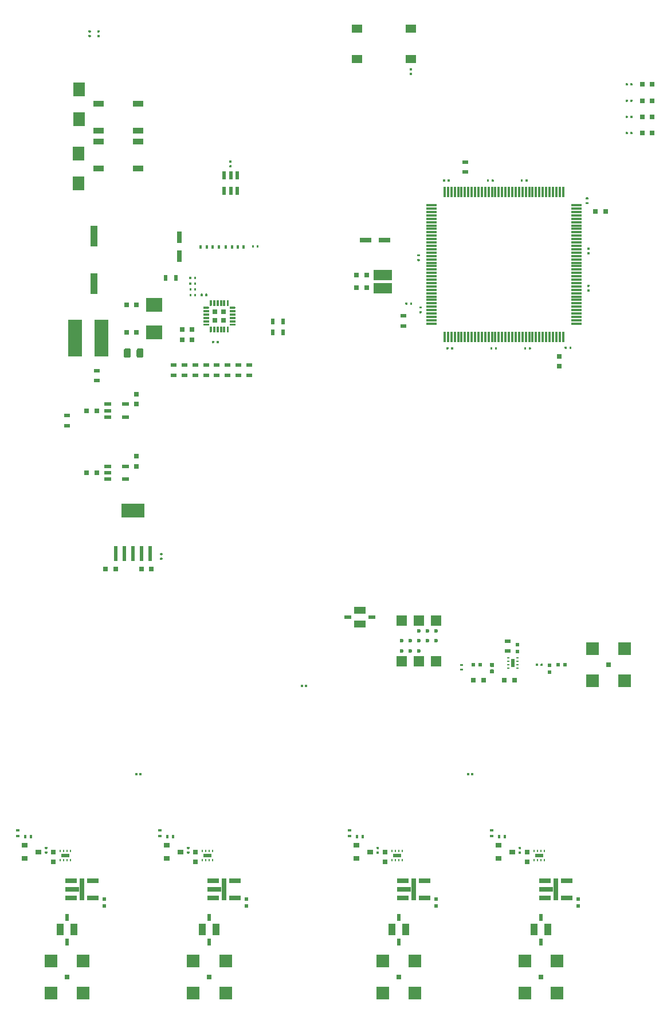
<source format=gtp>
G04 #@! TF.GenerationSoftware,KiCad,Pcbnew,(5.0.1)-4*
G04 #@! TF.CreationDate,2019-07-25T13:06:53-07:00*
G04 #@! TF.ProjectId,EllBayInd-TxLRU,456C6C426179496E642D54784C52552E,rev?*
G04 #@! TF.SameCoordinates,Original*
G04 #@! TF.FileFunction,Paste,Top*
G04 #@! TF.FilePolarity,Positive*
%FSLAX46Y46*%
G04 Gerber Fmt 4.6, Leading zero omitted, Abs format (unit mm)*
G04 Created by KiCad (PCBNEW (5.0.1)-4) date 7/25/2019 1:06:53 PM*
%MOMM*%
%LPD*%
G01*
G04 APERTURE LIST*
%ADD10R,1.900000X1.900000*%
%ADD11R,0.700000X0.700000*%
%ADD12C,0.600000*%
%ADD13R,2.110000X0.690000*%
%ADD14R,0.690000X3.330000*%
%ADD15R,1.680000X0.790000*%
%ADD16R,0.600000X0.400000*%
%ADD17R,1.520000X1.650000*%
%ADD18R,1.200000X0.600000*%
%ADD19R,0.250000X0.350000*%
%ADD20R,1.750000X0.990000*%
%ADD21R,0.990000X0.610000*%
%ADD22R,0.990000X1.750000*%
%ADD23R,0.610000X0.990000*%
%ADD24R,0.800000X0.800000*%
%ADD25R,1.550000X0.850000*%
%ADD26R,1.550000X1.300000*%
%ADD27C,0.200000*%
%ADD28C,0.975000*%
%ADD29R,2.700000X1.500000*%
%ADD30R,1.800000X2.100000*%
%ADD31R,1.100000X3.100000*%
%ADD32R,1.800000X0.650000*%
%ADD33C,0.318000*%
%ADD34R,0.800000X0.750000*%
%ADD35R,0.750000X0.800000*%
%ADD36R,0.650000X1.800000*%
%ADD37R,0.900000X0.500000*%
%ADD38R,0.400000X0.600000*%
%ADD39R,0.500000X0.900000*%
%ADD40R,0.600000X2.200000*%
%ADD41R,3.450000X2.150000*%
%ADD42R,1.100000X0.600000*%
%ADD43R,0.600000X1.200000*%
%ADD44C,0.300000*%
%ADD45R,0.850000X0.300000*%
%ADD46R,0.300000X0.850000*%
%ADD47R,0.780000X0.780000*%
%ADD48R,0.900000X0.800000*%
%ADD49R,2.400000X2.000000*%
%ADD50R,0.300000X1.550000*%
%ADD51R,1.550000X0.300000*%
%ADD52R,2.150000X5.500000*%
%ADD53R,0.600000X0.500000*%
%ADD54R,0.500000X0.600000*%
%ADD55C,0.590000*%
%ADD56R,0.400000X0.300000*%
%ADD57R,0.350000X0.250000*%
G04 APERTURE END LIST*
D10*
G04 #@! TO.C,CON_Tx_1*
X68625000Y-164625000D03*
X73375000Y-164625000D03*
X73375000Y-169375000D03*
X68625000Y-169375000D03*
D11*
X71000000Y-167000000D03*
G04 #@! TD*
D10*
G04 #@! TO.C,CON_Tx_3*
X117625000Y-164625000D03*
X122375000Y-164625000D03*
X122375000Y-169375000D03*
X117625000Y-169375000D03*
D11*
X120000000Y-167000000D03*
G04 #@! TD*
D10*
G04 #@! TO.C,CON_IN_0*
X132375000Y-118475000D03*
X132375000Y-123225000D03*
X127625000Y-123225000D03*
X127625000Y-118475000D03*
D11*
X130000000Y-120850000D03*
G04 #@! TD*
D10*
G04 #@! TO.C,CON_Tx_0*
X47625000Y-164625000D03*
X52375000Y-164625000D03*
X52375000Y-169375000D03*
X47625000Y-169375000D03*
D11*
X50000000Y-167000000D03*
G04 #@! TD*
D10*
G04 #@! TO.C,CON_Tx_2*
X96625000Y-164625000D03*
X101375000Y-164625000D03*
X101375000Y-169375000D03*
X96625000Y-169375000D03*
D11*
X99000000Y-167000000D03*
G04 #@! TD*
D12*
G04 #@! TO.C,U220*
X120050000Y-154000000D03*
X121050000Y-154000000D03*
X122150000Y-155350000D03*
X122150000Y-154000000D03*
X122150000Y-152650000D03*
D13*
X120750000Y-154000000D03*
D14*
X122150000Y-154000000D03*
D15*
X123760000Y-152730000D03*
X123760000Y-155270000D03*
X120540000Y-155270000D03*
X120540000Y-152730000D03*
G04 #@! TD*
D16*
G04 #@! TO.C,R203*
X91720000Y-145300000D03*
X91720000Y-146200000D03*
G04 #@! TD*
D12*
G04 #@! TO.C,U217*
X50050000Y-154000000D03*
X51050000Y-154000000D03*
X52150000Y-155350000D03*
X52150000Y-154000000D03*
X52150000Y-152650000D03*
D13*
X50750000Y-154000000D03*
D14*
X52150000Y-154000000D03*
D15*
X53760000Y-152730000D03*
X53760000Y-155270000D03*
X50540000Y-155270000D03*
X50540000Y-152730000D03*
G04 #@! TD*
D12*
G04 #@! TO.C,U218*
X71050000Y-154000000D03*
X72050000Y-154000000D03*
X73150000Y-155350000D03*
X73150000Y-154000000D03*
X73150000Y-152650000D03*
D13*
X71750000Y-154000000D03*
D14*
X73150000Y-154000000D03*
D15*
X74760000Y-152730000D03*
X74760000Y-155270000D03*
X71540000Y-155270000D03*
X71540000Y-152730000D03*
G04 #@! TD*
D16*
G04 #@! TO.C,R201*
X42720000Y-145300000D03*
X42720000Y-146200000D03*
G04 #@! TD*
D12*
G04 #@! TO.C,U201*
X101950000Y-115810000D03*
X103220000Y-115810000D03*
X104490000Y-115810000D03*
X104490000Y-117310000D03*
X103220000Y-117310000D03*
X101950000Y-117310000D03*
X100680000Y-117310000D03*
X99410000Y-117310000D03*
X99410000Y-118810000D03*
X100680000Y-118810000D03*
X101950000Y-118810000D03*
D17*
X104490000Y-114325000D03*
X101950000Y-114325000D03*
X99410000Y-114325000D03*
X99410000Y-120295000D03*
X101950000Y-120295000D03*
X104490000Y-120295000D03*
G04 #@! TD*
D18*
G04 #@! TO.C,U213*
X49720000Y-149000000D03*
D19*
X50470000Y-149675000D03*
X49970000Y-149675000D03*
X49470000Y-149675000D03*
X48970000Y-149675000D03*
X48970000Y-148325000D03*
X49470000Y-148325000D03*
X49970000Y-148325000D03*
X50470000Y-148325000D03*
G04 #@! TD*
D18*
G04 #@! TO.C,U214*
X70720000Y-149000000D03*
D19*
X71470000Y-149675000D03*
X70970000Y-149675000D03*
X70470000Y-149675000D03*
X69970000Y-149675000D03*
X69970000Y-148325000D03*
X70470000Y-148325000D03*
X70970000Y-148325000D03*
X71470000Y-148325000D03*
G04 #@! TD*
D18*
G04 #@! TO.C,U215*
X98720000Y-149000000D03*
D19*
X99470000Y-149675000D03*
X98970000Y-149675000D03*
X98470000Y-149675000D03*
X97970000Y-149675000D03*
X97970000Y-148325000D03*
X98470000Y-148325000D03*
X98970000Y-148325000D03*
X99470000Y-148325000D03*
G04 #@! TD*
D18*
G04 #@! TO.C,U216*
X119720000Y-149000000D03*
D19*
X120470000Y-149675000D03*
X119970000Y-149675000D03*
X119470000Y-149675000D03*
X118970000Y-149675000D03*
X118970000Y-148325000D03*
X119470000Y-148325000D03*
X119970000Y-148325000D03*
X120470000Y-148325000D03*
G04 #@! TD*
D20*
G04 #@! TO.C,U208*
X93225000Y-114820000D03*
D21*
X91410000Y-113805000D03*
D20*
X93225000Y-112790000D03*
D21*
X95040000Y-113805000D03*
G04 #@! TD*
D22*
G04 #@! TO.C,U225*
X72015000Y-160000000D03*
D23*
X71000000Y-161815000D03*
D22*
X69985000Y-160000000D03*
D23*
X71000000Y-158185000D03*
G04 #@! TD*
D22*
G04 #@! TO.C,U226*
X100015000Y-160000000D03*
D23*
X99000000Y-161815000D03*
D22*
X97985000Y-160000000D03*
D23*
X99000000Y-158185000D03*
G04 #@! TD*
D22*
G04 #@! TO.C,U227*
X121015000Y-160000000D03*
D23*
X120000000Y-161815000D03*
D22*
X118985000Y-160000000D03*
D23*
X120000000Y-158185000D03*
G04 #@! TD*
D12*
G04 #@! TO.C,U219*
X99050000Y-154000000D03*
X100050000Y-154000000D03*
X101150000Y-155350000D03*
X101150000Y-154000000D03*
X101150000Y-152650000D03*
D13*
X99750000Y-154000000D03*
D14*
X101150000Y-154000000D03*
D15*
X102760000Y-152730000D03*
X102760000Y-155270000D03*
X99540000Y-155270000D03*
X99540000Y-152730000D03*
G04 #@! TD*
D24*
G04 #@! TO.C,U111*
X134950000Y-37500000D03*
X136450000Y-37500000D03*
G04 #@! TD*
G04 #@! TO.C,U112*
X134950000Y-35100000D03*
X136450000Y-35100000D03*
G04 #@! TD*
G04 #@! TO.C,U113*
X134950000Y-42300000D03*
X136450000Y-42300000D03*
G04 #@! TD*
G04 #@! TO.C,U114*
X134950000Y-39900000D03*
X136450000Y-39900000D03*
G04 #@! TD*
D25*
G04 #@! TO.C,U108*
X54600000Y-43500000D03*
X54600000Y-47500000D03*
X60500000Y-47500000D03*
X60500000Y-43500000D03*
G04 #@! TD*
G04 #@! TO.C,U107*
X54600000Y-37950000D03*
X54600000Y-41950000D03*
X60500000Y-41950000D03*
X60500000Y-37950000D03*
G04 #@! TD*
D26*
G04 #@! TO.C,B101*
X100775000Y-31350000D03*
X92825000Y-31350000D03*
X100775000Y-26850000D03*
X92825000Y-26850000D03*
G04 #@! TD*
D27*
G04 #@! TO.C,C131*
G36*
X61005142Y-74101174D02*
X61028803Y-74104684D01*
X61052007Y-74110496D01*
X61074529Y-74118554D01*
X61096153Y-74128782D01*
X61116670Y-74141079D01*
X61135883Y-74155329D01*
X61153607Y-74171393D01*
X61169671Y-74189117D01*
X61183921Y-74208330D01*
X61196218Y-74228847D01*
X61206446Y-74250471D01*
X61214504Y-74272993D01*
X61220316Y-74296197D01*
X61223826Y-74319858D01*
X61225000Y-74343750D01*
X61225000Y-75256250D01*
X61223826Y-75280142D01*
X61220316Y-75303803D01*
X61214504Y-75327007D01*
X61206446Y-75349529D01*
X61196218Y-75371153D01*
X61183921Y-75391670D01*
X61169671Y-75410883D01*
X61153607Y-75428607D01*
X61135883Y-75444671D01*
X61116670Y-75458921D01*
X61096153Y-75471218D01*
X61074529Y-75481446D01*
X61052007Y-75489504D01*
X61028803Y-75495316D01*
X61005142Y-75498826D01*
X60981250Y-75500000D01*
X60493750Y-75500000D01*
X60469858Y-75498826D01*
X60446197Y-75495316D01*
X60422993Y-75489504D01*
X60400471Y-75481446D01*
X60378847Y-75471218D01*
X60358330Y-75458921D01*
X60339117Y-75444671D01*
X60321393Y-75428607D01*
X60305329Y-75410883D01*
X60291079Y-75391670D01*
X60278782Y-75371153D01*
X60268554Y-75349529D01*
X60260496Y-75327007D01*
X60254684Y-75303803D01*
X60251174Y-75280142D01*
X60250000Y-75256250D01*
X60250000Y-74343750D01*
X60251174Y-74319858D01*
X60254684Y-74296197D01*
X60260496Y-74272993D01*
X60268554Y-74250471D01*
X60278782Y-74228847D01*
X60291079Y-74208330D01*
X60305329Y-74189117D01*
X60321393Y-74171393D01*
X60339117Y-74155329D01*
X60358330Y-74141079D01*
X60378847Y-74128782D01*
X60400471Y-74118554D01*
X60422993Y-74110496D01*
X60446197Y-74104684D01*
X60469858Y-74101174D01*
X60493750Y-74100000D01*
X60981250Y-74100000D01*
X61005142Y-74101174D01*
X61005142Y-74101174D01*
G37*
D28*
X60737500Y-74800000D03*
D27*
G36*
X59130142Y-74101174D02*
X59153803Y-74104684D01*
X59177007Y-74110496D01*
X59199529Y-74118554D01*
X59221153Y-74128782D01*
X59241670Y-74141079D01*
X59260883Y-74155329D01*
X59278607Y-74171393D01*
X59294671Y-74189117D01*
X59308921Y-74208330D01*
X59321218Y-74228847D01*
X59331446Y-74250471D01*
X59339504Y-74272993D01*
X59345316Y-74296197D01*
X59348826Y-74319858D01*
X59350000Y-74343750D01*
X59350000Y-75256250D01*
X59348826Y-75280142D01*
X59345316Y-75303803D01*
X59339504Y-75327007D01*
X59331446Y-75349529D01*
X59321218Y-75371153D01*
X59308921Y-75391670D01*
X59294671Y-75410883D01*
X59278607Y-75428607D01*
X59260883Y-75444671D01*
X59241670Y-75458921D01*
X59221153Y-75471218D01*
X59199529Y-75481446D01*
X59177007Y-75489504D01*
X59153803Y-75495316D01*
X59130142Y-75498826D01*
X59106250Y-75500000D01*
X58618750Y-75500000D01*
X58594858Y-75498826D01*
X58571197Y-75495316D01*
X58547993Y-75489504D01*
X58525471Y-75481446D01*
X58503847Y-75471218D01*
X58483330Y-75458921D01*
X58464117Y-75444671D01*
X58446393Y-75428607D01*
X58430329Y-75410883D01*
X58416079Y-75391670D01*
X58403782Y-75371153D01*
X58393554Y-75349529D01*
X58385496Y-75327007D01*
X58379684Y-75303803D01*
X58376174Y-75280142D01*
X58375000Y-75256250D01*
X58375000Y-74343750D01*
X58376174Y-74319858D01*
X58379684Y-74296197D01*
X58385496Y-74272993D01*
X58393554Y-74250471D01*
X58403782Y-74228847D01*
X58416079Y-74208330D01*
X58430329Y-74189117D01*
X58446393Y-74171393D01*
X58464117Y-74155329D01*
X58483330Y-74141079D01*
X58503847Y-74128782D01*
X58525471Y-74118554D01*
X58547993Y-74110496D01*
X58571197Y-74104684D01*
X58594858Y-74101174D01*
X58618750Y-74100000D01*
X59106250Y-74100000D01*
X59130142Y-74101174D01*
X59130142Y-74101174D01*
G37*
D28*
X58862500Y-74800000D03*
G04 #@! TD*
D29*
G04 #@! TO.C,Y101*
X96650000Y-63300000D03*
X96650000Y-65200000D03*
G04 #@! TD*
D30*
G04 #@! TO.C,U109*
X51750000Y-35850000D03*
X51750000Y-40250000D03*
G04 #@! TD*
G04 #@! TO.C,U110*
X51700000Y-45300000D03*
X51700000Y-49700000D03*
G04 #@! TD*
D31*
G04 #@! TO.C,C370*
X53950000Y-64500000D03*
X53950000Y-57500000D03*
G04 #@! TD*
D32*
G04 #@! TO.C,C101*
X94100000Y-58100000D03*
X96900000Y-58100000D03*
G04 #@! TD*
D27*
G04 #@! TO.C,C102*
G36*
X102008292Y-60196383D02*
X102016010Y-60197528D01*
X102023578Y-60199423D01*
X102030923Y-60202052D01*
X102037976Y-60205387D01*
X102044668Y-60209398D01*
X102050934Y-60214046D01*
X102056715Y-60219285D01*
X102061954Y-60225066D01*
X102066602Y-60231332D01*
X102070613Y-60238024D01*
X102073948Y-60245077D01*
X102076577Y-60252422D01*
X102078472Y-60259990D01*
X102079617Y-60267708D01*
X102080000Y-60275500D01*
X102080000Y-60434500D01*
X102079617Y-60442292D01*
X102078472Y-60450010D01*
X102076577Y-60457578D01*
X102073948Y-60464923D01*
X102070613Y-60471976D01*
X102066602Y-60478668D01*
X102061954Y-60484934D01*
X102056715Y-60490715D01*
X102050934Y-60495954D01*
X102044668Y-60500602D01*
X102037976Y-60504613D01*
X102030923Y-60507948D01*
X102023578Y-60510577D01*
X102016010Y-60512472D01*
X102008292Y-60513617D01*
X102000500Y-60514000D01*
X101799500Y-60514000D01*
X101791708Y-60513617D01*
X101783990Y-60512472D01*
X101776422Y-60510577D01*
X101769077Y-60507948D01*
X101762024Y-60504613D01*
X101755332Y-60500602D01*
X101749066Y-60495954D01*
X101743285Y-60490715D01*
X101738046Y-60484934D01*
X101733398Y-60478668D01*
X101729387Y-60471976D01*
X101726052Y-60464923D01*
X101723423Y-60457578D01*
X101721528Y-60450010D01*
X101720383Y-60442292D01*
X101720000Y-60434500D01*
X101720000Y-60275500D01*
X101720383Y-60267708D01*
X101721528Y-60259990D01*
X101723423Y-60252422D01*
X101726052Y-60245077D01*
X101729387Y-60238024D01*
X101733398Y-60231332D01*
X101738046Y-60225066D01*
X101743285Y-60219285D01*
X101749066Y-60214046D01*
X101755332Y-60209398D01*
X101762024Y-60205387D01*
X101769077Y-60202052D01*
X101776422Y-60199423D01*
X101783990Y-60197528D01*
X101791708Y-60196383D01*
X101799500Y-60196000D01*
X102000500Y-60196000D01*
X102008292Y-60196383D01*
X102008292Y-60196383D01*
G37*
D33*
X101900000Y-60355000D03*
D27*
G36*
X102008292Y-60886383D02*
X102016010Y-60887528D01*
X102023578Y-60889423D01*
X102030923Y-60892052D01*
X102037976Y-60895387D01*
X102044668Y-60899398D01*
X102050934Y-60904046D01*
X102056715Y-60909285D01*
X102061954Y-60915066D01*
X102066602Y-60921332D01*
X102070613Y-60928024D01*
X102073948Y-60935077D01*
X102076577Y-60942422D01*
X102078472Y-60949990D01*
X102079617Y-60957708D01*
X102080000Y-60965500D01*
X102080000Y-61124500D01*
X102079617Y-61132292D01*
X102078472Y-61140010D01*
X102076577Y-61147578D01*
X102073948Y-61154923D01*
X102070613Y-61161976D01*
X102066602Y-61168668D01*
X102061954Y-61174934D01*
X102056715Y-61180715D01*
X102050934Y-61185954D01*
X102044668Y-61190602D01*
X102037976Y-61194613D01*
X102030923Y-61197948D01*
X102023578Y-61200577D01*
X102016010Y-61202472D01*
X102008292Y-61203617D01*
X102000500Y-61204000D01*
X101799500Y-61204000D01*
X101791708Y-61203617D01*
X101783990Y-61202472D01*
X101776422Y-61200577D01*
X101769077Y-61197948D01*
X101762024Y-61194613D01*
X101755332Y-61190602D01*
X101749066Y-61185954D01*
X101743285Y-61180715D01*
X101738046Y-61174934D01*
X101733398Y-61168668D01*
X101729387Y-61161976D01*
X101726052Y-61154923D01*
X101723423Y-61147578D01*
X101721528Y-61140010D01*
X101720383Y-61132292D01*
X101720000Y-61124500D01*
X101720000Y-60965500D01*
X101720383Y-60957708D01*
X101721528Y-60949990D01*
X101723423Y-60942422D01*
X101726052Y-60935077D01*
X101729387Y-60928024D01*
X101733398Y-60921332D01*
X101738046Y-60915066D01*
X101743285Y-60909285D01*
X101749066Y-60904046D01*
X101755332Y-60899398D01*
X101762024Y-60895387D01*
X101769077Y-60892052D01*
X101776422Y-60889423D01*
X101783990Y-60887528D01*
X101791708Y-60886383D01*
X101799500Y-60886000D01*
X102000500Y-60886000D01*
X102008292Y-60886383D01*
X102008292Y-60886383D01*
G37*
D33*
X101900000Y-61045000D03*
G04 #@! TD*
D27*
G04 #@! TO.C,C103*
G36*
X106932292Y-73920383D02*
X106940010Y-73921528D01*
X106947578Y-73923423D01*
X106954923Y-73926052D01*
X106961976Y-73929387D01*
X106968668Y-73933398D01*
X106974934Y-73938046D01*
X106980715Y-73943285D01*
X106985954Y-73949066D01*
X106990602Y-73955332D01*
X106994613Y-73962024D01*
X106997948Y-73969077D01*
X107000577Y-73976422D01*
X107002472Y-73983990D01*
X107003617Y-73991708D01*
X107004000Y-73999500D01*
X107004000Y-74200500D01*
X107003617Y-74208292D01*
X107002472Y-74216010D01*
X107000577Y-74223578D01*
X106997948Y-74230923D01*
X106994613Y-74237976D01*
X106990602Y-74244668D01*
X106985954Y-74250934D01*
X106980715Y-74256715D01*
X106974934Y-74261954D01*
X106968668Y-74266602D01*
X106961976Y-74270613D01*
X106954923Y-74273948D01*
X106947578Y-74276577D01*
X106940010Y-74278472D01*
X106932292Y-74279617D01*
X106924500Y-74280000D01*
X106765500Y-74280000D01*
X106757708Y-74279617D01*
X106749990Y-74278472D01*
X106742422Y-74276577D01*
X106735077Y-74273948D01*
X106728024Y-74270613D01*
X106721332Y-74266602D01*
X106715066Y-74261954D01*
X106709285Y-74256715D01*
X106704046Y-74250934D01*
X106699398Y-74244668D01*
X106695387Y-74237976D01*
X106692052Y-74230923D01*
X106689423Y-74223578D01*
X106687528Y-74216010D01*
X106686383Y-74208292D01*
X106686000Y-74200500D01*
X106686000Y-73999500D01*
X106686383Y-73991708D01*
X106687528Y-73983990D01*
X106689423Y-73976422D01*
X106692052Y-73969077D01*
X106695387Y-73962024D01*
X106699398Y-73955332D01*
X106704046Y-73949066D01*
X106709285Y-73943285D01*
X106715066Y-73938046D01*
X106721332Y-73933398D01*
X106728024Y-73929387D01*
X106735077Y-73926052D01*
X106742422Y-73923423D01*
X106749990Y-73921528D01*
X106757708Y-73920383D01*
X106765500Y-73920000D01*
X106924500Y-73920000D01*
X106932292Y-73920383D01*
X106932292Y-73920383D01*
G37*
D33*
X106845000Y-74100000D03*
D27*
G36*
X106242292Y-73920383D02*
X106250010Y-73921528D01*
X106257578Y-73923423D01*
X106264923Y-73926052D01*
X106271976Y-73929387D01*
X106278668Y-73933398D01*
X106284934Y-73938046D01*
X106290715Y-73943285D01*
X106295954Y-73949066D01*
X106300602Y-73955332D01*
X106304613Y-73962024D01*
X106307948Y-73969077D01*
X106310577Y-73976422D01*
X106312472Y-73983990D01*
X106313617Y-73991708D01*
X106314000Y-73999500D01*
X106314000Y-74200500D01*
X106313617Y-74208292D01*
X106312472Y-74216010D01*
X106310577Y-74223578D01*
X106307948Y-74230923D01*
X106304613Y-74237976D01*
X106300602Y-74244668D01*
X106295954Y-74250934D01*
X106290715Y-74256715D01*
X106284934Y-74261954D01*
X106278668Y-74266602D01*
X106271976Y-74270613D01*
X106264923Y-74273948D01*
X106257578Y-74276577D01*
X106250010Y-74278472D01*
X106242292Y-74279617D01*
X106234500Y-74280000D01*
X106075500Y-74280000D01*
X106067708Y-74279617D01*
X106059990Y-74278472D01*
X106052422Y-74276577D01*
X106045077Y-74273948D01*
X106038024Y-74270613D01*
X106031332Y-74266602D01*
X106025066Y-74261954D01*
X106019285Y-74256715D01*
X106014046Y-74250934D01*
X106009398Y-74244668D01*
X106005387Y-74237976D01*
X106002052Y-74230923D01*
X105999423Y-74223578D01*
X105997528Y-74216010D01*
X105996383Y-74208292D01*
X105996000Y-74200500D01*
X105996000Y-73999500D01*
X105996383Y-73991708D01*
X105997528Y-73983990D01*
X105999423Y-73976422D01*
X106002052Y-73969077D01*
X106005387Y-73962024D01*
X106009398Y-73955332D01*
X106014046Y-73949066D01*
X106019285Y-73943285D01*
X106025066Y-73938046D01*
X106031332Y-73933398D01*
X106038024Y-73929387D01*
X106045077Y-73926052D01*
X106052422Y-73923423D01*
X106059990Y-73921528D01*
X106067708Y-73920383D01*
X106075500Y-73920000D01*
X106234500Y-73920000D01*
X106242292Y-73920383D01*
X106242292Y-73920383D01*
G37*
D33*
X106155000Y-74100000D03*
G04 #@! TD*
D27*
G04 #@! TO.C,C104*
G36*
X112742292Y-73920383D02*
X112750010Y-73921528D01*
X112757578Y-73923423D01*
X112764923Y-73926052D01*
X112771976Y-73929387D01*
X112778668Y-73933398D01*
X112784934Y-73938046D01*
X112790715Y-73943285D01*
X112795954Y-73949066D01*
X112800602Y-73955332D01*
X112804613Y-73962024D01*
X112807948Y-73969077D01*
X112810577Y-73976422D01*
X112812472Y-73983990D01*
X112813617Y-73991708D01*
X112814000Y-73999500D01*
X112814000Y-74200500D01*
X112813617Y-74208292D01*
X112812472Y-74216010D01*
X112810577Y-74223578D01*
X112807948Y-74230923D01*
X112804613Y-74237976D01*
X112800602Y-74244668D01*
X112795954Y-74250934D01*
X112790715Y-74256715D01*
X112784934Y-74261954D01*
X112778668Y-74266602D01*
X112771976Y-74270613D01*
X112764923Y-74273948D01*
X112757578Y-74276577D01*
X112750010Y-74278472D01*
X112742292Y-74279617D01*
X112734500Y-74280000D01*
X112575500Y-74280000D01*
X112567708Y-74279617D01*
X112559990Y-74278472D01*
X112552422Y-74276577D01*
X112545077Y-74273948D01*
X112538024Y-74270613D01*
X112531332Y-74266602D01*
X112525066Y-74261954D01*
X112519285Y-74256715D01*
X112514046Y-74250934D01*
X112509398Y-74244668D01*
X112505387Y-74237976D01*
X112502052Y-74230923D01*
X112499423Y-74223578D01*
X112497528Y-74216010D01*
X112496383Y-74208292D01*
X112496000Y-74200500D01*
X112496000Y-73999500D01*
X112496383Y-73991708D01*
X112497528Y-73983990D01*
X112499423Y-73976422D01*
X112502052Y-73969077D01*
X112505387Y-73962024D01*
X112509398Y-73955332D01*
X112514046Y-73949066D01*
X112519285Y-73943285D01*
X112525066Y-73938046D01*
X112531332Y-73933398D01*
X112538024Y-73929387D01*
X112545077Y-73926052D01*
X112552422Y-73923423D01*
X112559990Y-73921528D01*
X112567708Y-73920383D01*
X112575500Y-73920000D01*
X112734500Y-73920000D01*
X112742292Y-73920383D01*
X112742292Y-73920383D01*
G37*
D33*
X112655000Y-74100000D03*
D27*
G36*
X113432292Y-73920383D02*
X113440010Y-73921528D01*
X113447578Y-73923423D01*
X113454923Y-73926052D01*
X113461976Y-73929387D01*
X113468668Y-73933398D01*
X113474934Y-73938046D01*
X113480715Y-73943285D01*
X113485954Y-73949066D01*
X113490602Y-73955332D01*
X113494613Y-73962024D01*
X113497948Y-73969077D01*
X113500577Y-73976422D01*
X113502472Y-73983990D01*
X113503617Y-73991708D01*
X113504000Y-73999500D01*
X113504000Y-74200500D01*
X113503617Y-74208292D01*
X113502472Y-74216010D01*
X113500577Y-74223578D01*
X113497948Y-74230923D01*
X113494613Y-74237976D01*
X113490602Y-74244668D01*
X113485954Y-74250934D01*
X113480715Y-74256715D01*
X113474934Y-74261954D01*
X113468668Y-74266602D01*
X113461976Y-74270613D01*
X113454923Y-74273948D01*
X113447578Y-74276577D01*
X113440010Y-74278472D01*
X113432292Y-74279617D01*
X113424500Y-74280000D01*
X113265500Y-74280000D01*
X113257708Y-74279617D01*
X113249990Y-74278472D01*
X113242422Y-74276577D01*
X113235077Y-74273948D01*
X113228024Y-74270613D01*
X113221332Y-74266602D01*
X113215066Y-74261954D01*
X113209285Y-74256715D01*
X113204046Y-74250934D01*
X113199398Y-74244668D01*
X113195387Y-74237976D01*
X113192052Y-74230923D01*
X113189423Y-74223578D01*
X113187528Y-74216010D01*
X113186383Y-74208292D01*
X113186000Y-74200500D01*
X113186000Y-73999500D01*
X113186383Y-73991708D01*
X113187528Y-73983990D01*
X113189423Y-73976422D01*
X113192052Y-73969077D01*
X113195387Y-73962024D01*
X113199398Y-73955332D01*
X113204046Y-73949066D01*
X113209285Y-73943285D01*
X113215066Y-73938046D01*
X113221332Y-73933398D01*
X113228024Y-73929387D01*
X113235077Y-73926052D01*
X113242422Y-73923423D01*
X113249990Y-73921528D01*
X113257708Y-73920383D01*
X113265500Y-73920000D01*
X113424500Y-73920000D01*
X113432292Y-73920383D01*
X113432292Y-73920383D01*
G37*
D33*
X113345000Y-74100000D03*
G04 #@! TD*
D27*
G04 #@! TO.C,C105*
G36*
X118432292Y-73920383D02*
X118440010Y-73921528D01*
X118447578Y-73923423D01*
X118454923Y-73926052D01*
X118461976Y-73929387D01*
X118468668Y-73933398D01*
X118474934Y-73938046D01*
X118480715Y-73943285D01*
X118485954Y-73949066D01*
X118490602Y-73955332D01*
X118494613Y-73962024D01*
X118497948Y-73969077D01*
X118500577Y-73976422D01*
X118502472Y-73983990D01*
X118503617Y-73991708D01*
X118504000Y-73999500D01*
X118504000Y-74200500D01*
X118503617Y-74208292D01*
X118502472Y-74216010D01*
X118500577Y-74223578D01*
X118497948Y-74230923D01*
X118494613Y-74237976D01*
X118490602Y-74244668D01*
X118485954Y-74250934D01*
X118480715Y-74256715D01*
X118474934Y-74261954D01*
X118468668Y-74266602D01*
X118461976Y-74270613D01*
X118454923Y-74273948D01*
X118447578Y-74276577D01*
X118440010Y-74278472D01*
X118432292Y-74279617D01*
X118424500Y-74280000D01*
X118265500Y-74280000D01*
X118257708Y-74279617D01*
X118249990Y-74278472D01*
X118242422Y-74276577D01*
X118235077Y-74273948D01*
X118228024Y-74270613D01*
X118221332Y-74266602D01*
X118215066Y-74261954D01*
X118209285Y-74256715D01*
X118204046Y-74250934D01*
X118199398Y-74244668D01*
X118195387Y-74237976D01*
X118192052Y-74230923D01*
X118189423Y-74223578D01*
X118187528Y-74216010D01*
X118186383Y-74208292D01*
X118186000Y-74200500D01*
X118186000Y-73999500D01*
X118186383Y-73991708D01*
X118187528Y-73983990D01*
X118189423Y-73976422D01*
X118192052Y-73969077D01*
X118195387Y-73962024D01*
X118199398Y-73955332D01*
X118204046Y-73949066D01*
X118209285Y-73943285D01*
X118215066Y-73938046D01*
X118221332Y-73933398D01*
X118228024Y-73929387D01*
X118235077Y-73926052D01*
X118242422Y-73923423D01*
X118249990Y-73921528D01*
X118257708Y-73920383D01*
X118265500Y-73920000D01*
X118424500Y-73920000D01*
X118432292Y-73920383D01*
X118432292Y-73920383D01*
G37*
D33*
X118345000Y-74100000D03*
D27*
G36*
X117742292Y-73920383D02*
X117750010Y-73921528D01*
X117757578Y-73923423D01*
X117764923Y-73926052D01*
X117771976Y-73929387D01*
X117778668Y-73933398D01*
X117784934Y-73938046D01*
X117790715Y-73943285D01*
X117795954Y-73949066D01*
X117800602Y-73955332D01*
X117804613Y-73962024D01*
X117807948Y-73969077D01*
X117810577Y-73976422D01*
X117812472Y-73983990D01*
X117813617Y-73991708D01*
X117814000Y-73999500D01*
X117814000Y-74200500D01*
X117813617Y-74208292D01*
X117812472Y-74216010D01*
X117810577Y-74223578D01*
X117807948Y-74230923D01*
X117804613Y-74237976D01*
X117800602Y-74244668D01*
X117795954Y-74250934D01*
X117790715Y-74256715D01*
X117784934Y-74261954D01*
X117778668Y-74266602D01*
X117771976Y-74270613D01*
X117764923Y-74273948D01*
X117757578Y-74276577D01*
X117750010Y-74278472D01*
X117742292Y-74279617D01*
X117734500Y-74280000D01*
X117575500Y-74280000D01*
X117567708Y-74279617D01*
X117559990Y-74278472D01*
X117552422Y-74276577D01*
X117545077Y-74273948D01*
X117538024Y-74270613D01*
X117531332Y-74266602D01*
X117525066Y-74261954D01*
X117519285Y-74256715D01*
X117514046Y-74250934D01*
X117509398Y-74244668D01*
X117505387Y-74237976D01*
X117502052Y-74230923D01*
X117499423Y-74223578D01*
X117497528Y-74216010D01*
X117496383Y-74208292D01*
X117496000Y-74200500D01*
X117496000Y-73999500D01*
X117496383Y-73991708D01*
X117497528Y-73983990D01*
X117499423Y-73976422D01*
X117502052Y-73969077D01*
X117505387Y-73962024D01*
X117509398Y-73955332D01*
X117514046Y-73949066D01*
X117519285Y-73943285D01*
X117525066Y-73938046D01*
X117531332Y-73933398D01*
X117538024Y-73929387D01*
X117545077Y-73926052D01*
X117552422Y-73923423D01*
X117559990Y-73921528D01*
X117567708Y-73920383D01*
X117575500Y-73920000D01*
X117734500Y-73920000D01*
X117742292Y-73920383D01*
X117742292Y-73920383D01*
G37*
D33*
X117655000Y-74100000D03*
G04 #@! TD*
D34*
G04 #@! TO.C,C106*
X57140000Y-106740000D03*
X55640000Y-106740000D03*
G04 #@! TD*
G04 #@! TO.C,C107*
X62440000Y-106740000D03*
X60940000Y-106740000D03*
G04 #@! TD*
D27*
G04 #@! TO.C,C108*
G36*
X63998292Y-105026383D02*
X64006010Y-105027528D01*
X64013578Y-105029423D01*
X64020923Y-105032052D01*
X64027976Y-105035387D01*
X64034668Y-105039398D01*
X64040934Y-105044046D01*
X64046715Y-105049285D01*
X64051954Y-105055066D01*
X64056602Y-105061332D01*
X64060613Y-105068024D01*
X64063948Y-105075077D01*
X64066577Y-105082422D01*
X64068472Y-105089990D01*
X64069617Y-105097708D01*
X64070000Y-105105500D01*
X64070000Y-105264500D01*
X64069617Y-105272292D01*
X64068472Y-105280010D01*
X64066577Y-105287578D01*
X64063948Y-105294923D01*
X64060613Y-105301976D01*
X64056602Y-105308668D01*
X64051954Y-105314934D01*
X64046715Y-105320715D01*
X64040934Y-105325954D01*
X64034668Y-105330602D01*
X64027976Y-105334613D01*
X64020923Y-105337948D01*
X64013578Y-105340577D01*
X64006010Y-105342472D01*
X63998292Y-105343617D01*
X63990500Y-105344000D01*
X63789500Y-105344000D01*
X63781708Y-105343617D01*
X63773990Y-105342472D01*
X63766422Y-105340577D01*
X63759077Y-105337948D01*
X63752024Y-105334613D01*
X63745332Y-105330602D01*
X63739066Y-105325954D01*
X63733285Y-105320715D01*
X63728046Y-105314934D01*
X63723398Y-105308668D01*
X63719387Y-105301976D01*
X63716052Y-105294923D01*
X63713423Y-105287578D01*
X63711528Y-105280010D01*
X63710383Y-105272292D01*
X63710000Y-105264500D01*
X63710000Y-105105500D01*
X63710383Y-105097708D01*
X63711528Y-105089990D01*
X63713423Y-105082422D01*
X63716052Y-105075077D01*
X63719387Y-105068024D01*
X63723398Y-105061332D01*
X63728046Y-105055066D01*
X63733285Y-105049285D01*
X63739066Y-105044046D01*
X63745332Y-105039398D01*
X63752024Y-105035387D01*
X63759077Y-105032052D01*
X63766422Y-105029423D01*
X63773990Y-105027528D01*
X63781708Y-105026383D01*
X63789500Y-105026000D01*
X63990500Y-105026000D01*
X63998292Y-105026383D01*
X63998292Y-105026383D01*
G37*
D33*
X63890000Y-105185000D03*
D27*
G36*
X63998292Y-104336383D02*
X64006010Y-104337528D01*
X64013578Y-104339423D01*
X64020923Y-104342052D01*
X64027976Y-104345387D01*
X64034668Y-104349398D01*
X64040934Y-104354046D01*
X64046715Y-104359285D01*
X64051954Y-104365066D01*
X64056602Y-104371332D01*
X64060613Y-104378024D01*
X64063948Y-104385077D01*
X64066577Y-104392422D01*
X64068472Y-104399990D01*
X64069617Y-104407708D01*
X64070000Y-104415500D01*
X64070000Y-104574500D01*
X64069617Y-104582292D01*
X64068472Y-104590010D01*
X64066577Y-104597578D01*
X64063948Y-104604923D01*
X64060613Y-104611976D01*
X64056602Y-104618668D01*
X64051954Y-104624934D01*
X64046715Y-104630715D01*
X64040934Y-104635954D01*
X64034668Y-104640602D01*
X64027976Y-104644613D01*
X64020923Y-104647948D01*
X64013578Y-104650577D01*
X64006010Y-104652472D01*
X63998292Y-104653617D01*
X63990500Y-104654000D01*
X63789500Y-104654000D01*
X63781708Y-104653617D01*
X63773990Y-104652472D01*
X63766422Y-104650577D01*
X63759077Y-104647948D01*
X63752024Y-104644613D01*
X63745332Y-104640602D01*
X63739066Y-104635954D01*
X63733285Y-104630715D01*
X63728046Y-104624934D01*
X63723398Y-104618668D01*
X63719387Y-104611976D01*
X63716052Y-104604923D01*
X63713423Y-104597578D01*
X63711528Y-104590010D01*
X63710383Y-104582292D01*
X63710000Y-104574500D01*
X63710000Y-104415500D01*
X63710383Y-104407708D01*
X63711528Y-104399990D01*
X63713423Y-104392422D01*
X63716052Y-104385077D01*
X63719387Y-104378024D01*
X63723398Y-104371332D01*
X63728046Y-104365066D01*
X63733285Y-104359285D01*
X63739066Y-104354046D01*
X63745332Y-104349398D01*
X63752024Y-104345387D01*
X63759077Y-104342052D01*
X63766422Y-104339423D01*
X63773990Y-104337528D01*
X63781708Y-104336383D01*
X63789500Y-104336000D01*
X63990500Y-104336000D01*
X63998292Y-104336383D01*
X63998292Y-104336383D01*
G37*
D33*
X63890000Y-104495000D03*
G04 #@! TD*
D27*
G04 #@! TO.C,C109*
G36*
X102308292Y-67896383D02*
X102316010Y-67897528D01*
X102323578Y-67899423D01*
X102330923Y-67902052D01*
X102337976Y-67905387D01*
X102344668Y-67909398D01*
X102350934Y-67914046D01*
X102356715Y-67919285D01*
X102361954Y-67925066D01*
X102366602Y-67931332D01*
X102370613Y-67938024D01*
X102373948Y-67945077D01*
X102376577Y-67952422D01*
X102378472Y-67959990D01*
X102379617Y-67967708D01*
X102380000Y-67975500D01*
X102380000Y-68134500D01*
X102379617Y-68142292D01*
X102378472Y-68150010D01*
X102376577Y-68157578D01*
X102373948Y-68164923D01*
X102370613Y-68171976D01*
X102366602Y-68178668D01*
X102361954Y-68184934D01*
X102356715Y-68190715D01*
X102350934Y-68195954D01*
X102344668Y-68200602D01*
X102337976Y-68204613D01*
X102330923Y-68207948D01*
X102323578Y-68210577D01*
X102316010Y-68212472D01*
X102308292Y-68213617D01*
X102300500Y-68214000D01*
X102099500Y-68214000D01*
X102091708Y-68213617D01*
X102083990Y-68212472D01*
X102076422Y-68210577D01*
X102069077Y-68207948D01*
X102062024Y-68204613D01*
X102055332Y-68200602D01*
X102049066Y-68195954D01*
X102043285Y-68190715D01*
X102038046Y-68184934D01*
X102033398Y-68178668D01*
X102029387Y-68171976D01*
X102026052Y-68164923D01*
X102023423Y-68157578D01*
X102021528Y-68150010D01*
X102020383Y-68142292D01*
X102020000Y-68134500D01*
X102020000Y-67975500D01*
X102020383Y-67967708D01*
X102021528Y-67959990D01*
X102023423Y-67952422D01*
X102026052Y-67945077D01*
X102029387Y-67938024D01*
X102033398Y-67931332D01*
X102038046Y-67925066D01*
X102043285Y-67919285D01*
X102049066Y-67914046D01*
X102055332Y-67909398D01*
X102062024Y-67905387D01*
X102069077Y-67902052D01*
X102076422Y-67899423D01*
X102083990Y-67897528D01*
X102091708Y-67896383D01*
X102099500Y-67896000D01*
X102300500Y-67896000D01*
X102308292Y-67896383D01*
X102308292Y-67896383D01*
G37*
D33*
X102200000Y-68055000D03*
D27*
G36*
X102308292Y-68586383D02*
X102316010Y-68587528D01*
X102323578Y-68589423D01*
X102330923Y-68592052D01*
X102337976Y-68595387D01*
X102344668Y-68599398D01*
X102350934Y-68604046D01*
X102356715Y-68609285D01*
X102361954Y-68615066D01*
X102366602Y-68621332D01*
X102370613Y-68628024D01*
X102373948Y-68635077D01*
X102376577Y-68642422D01*
X102378472Y-68649990D01*
X102379617Y-68657708D01*
X102380000Y-68665500D01*
X102380000Y-68824500D01*
X102379617Y-68832292D01*
X102378472Y-68840010D01*
X102376577Y-68847578D01*
X102373948Y-68854923D01*
X102370613Y-68861976D01*
X102366602Y-68868668D01*
X102361954Y-68874934D01*
X102356715Y-68880715D01*
X102350934Y-68885954D01*
X102344668Y-68890602D01*
X102337976Y-68894613D01*
X102330923Y-68897948D01*
X102323578Y-68900577D01*
X102316010Y-68902472D01*
X102308292Y-68903617D01*
X102300500Y-68904000D01*
X102099500Y-68904000D01*
X102091708Y-68903617D01*
X102083990Y-68902472D01*
X102076422Y-68900577D01*
X102069077Y-68897948D01*
X102062024Y-68894613D01*
X102055332Y-68890602D01*
X102049066Y-68885954D01*
X102043285Y-68880715D01*
X102038046Y-68874934D01*
X102033398Y-68868668D01*
X102029387Y-68861976D01*
X102026052Y-68854923D01*
X102023423Y-68847578D01*
X102021528Y-68840010D01*
X102020383Y-68832292D01*
X102020000Y-68824500D01*
X102020000Y-68665500D01*
X102020383Y-68657708D01*
X102021528Y-68649990D01*
X102023423Y-68642422D01*
X102026052Y-68635077D01*
X102029387Y-68628024D01*
X102033398Y-68621332D01*
X102038046Y-68615066D01*
X102043285Y-68609285D01*
X102049066Y-68604046D01*
X102055332Y-68599398D01*
X102062024Y-68595387D01*
X102069077Y-68592052D01*
X102076422Y-68589423D01*
X102083990Y-68587528D01*
X102091708Y-68586383D01*
X102099500Y-68586000D01*
X102300500Y-68586000D01*
X102308292Y-68586383D01*
X102308292Y-68586383D01*
G37*
D33*
X102200000Y-68745000D03*
G04 #@! TD*
D27*
G04 #@! TO.C,C110*
G36*
X127108292Y-64696383D02*
X127116010Y-64697528D01*
X127123578Y-64699423D01*
X127130923Y-64702052D01*
X127137976Y-64705387D01*
X127144668Y-64709398D01*
X127150934Y-64714046D01*
X127156715Y-64719285D01*
X127161954Y-64725066D01*
X127166602Y-64731332D01*
X127170613Y-64738024D01*
X127173948Y-64745077D01*
X127176577Y-64752422D01*
X127178472Y-64759990D01*
X127179617Y-64767708D01*
X127180000Y-64775500D01*
X127180000Y-64934500D01*
X127179617Y-64942292D01*
X127178472Y-64950010D01*
X127176577Y-64957578D01*
X127173948Y-64964923D01*
X127170613Y-64971976D01*
X127166602Y-64978668D01*
X127161954Y-64984934D01*
X127156715Y-64990715D01*
X127150934Y-64995954D01*
X127144668Y-65000602D01*
X127137976Y-65004613D01*
X127130923Y-65007948D01*
X127123578Y-65010577D01*
X127116010Y-65012472D01*
X127108292Y-65013617D01*
X127100500Y-65014000D01*
X126899500Y-65014000D01*
X126891708Y-65013617D01*
X126883990Y-65012472D01*
X126876422Y-65010577D01*
X126869077Y-65007948D01*
X126862024Y-65004613D01*
X126855332Y-65000602D01*
X126849066Y-64995954D01*
X126843285Y-64990715D01*
X126838046Y-64984934D01*
X126833398Y-64978668D01*
X126829387Y-64971976D01*
X126826052Y-64964923D01*
X126823423Y-64957578D01*
X126821528Y-64950010D01*
X126820383Y-64942292D01*
X126820000Y-64934500D01*
X126820000Y-64775500D01*
X126820383Y-64767708D01*
X126821528Y-64759990D01*
X126823423Y-64752422D01*
X126826052Y-64745077D01*
X126829387Y-64738024D01*
X126833398Y-64731332D01*
X126838046Y-64725066D01*
X126843285Y-64719285D01*
X126849066Y-64714046D01*
X126855332Y-64709398D01*
X126862024Y-64705387D01*
X126869077Y-64702052D01*
X126876422Y-64699423D01*
X126883990Y-64697528D01*
X126891708Y-64696383D01*
X126899500Y-64696000D01*
X127100500Y-64696000D01*
X127108292Y-64696383D01*
X127108292Y-64696383D01*
G37*
D33*
X127000000Y-64855000D03*
D27*
G36*
X127108292Y-65386383D02*
X127116010Y-65387528D01*
X127123578Y-65389423D01*
X127130923Y-65392052D01*
X127137976Y-65395387D01*
X127144668Y-65399398D01*
X127150934Y-65404046D01*
X127156715Y-65409285D01*
X127161954Y-65415066D01*
X127166602Y-65421332D01*
X127170613Y-65428024D01*
X127173948Y-65435077D01*
X127176577Y-65442422D01*
X127178472Y-65449990D01*
X127179617Y-65457708D01*
X127180000Y-65465500D01*
X127180000Y-65624500D01*
X127179617Y-65632292D01*
X127178472Y-65640010D01*
X127176577Y-65647578D01*
X127173948Y-65654923D01*
X127170613Y-65661976D01*
X127166602Y-65668668D01*
X127161954Y-65674934D01*
X127156715Y-65680715D01*
X127150934Y-65685954D01*
X127144668Y-65690602D01*
X127137976Y-65694613D01*
X127130923Y-65697948D01*
X127123578Y-65700577D01*
X127116010Y-65702472D01*
X127108292Y-65703617D01*
X127100500Y-65704000D01*
X126899500Y-65704000D01*
X126891708Y-65703617D01*
X126883990Y-65702472D01*
X126876422Y-65700577D01*
X126869077Y-65697948D01*
X126862024Y-65694613D01*
X126855332Y-65690602D01*
X126849066Y-65685954D01*
X126843285Y-65680715D01*
X126838046Y-65674934D01*
X126833398Y-65668668D01*
X126829387Y-65661976D01*
X126826052Y-65654923D01*
X126823423Y-65647578D01*
X126821528Y-65640010D01*
X126820383Y-65632292D01*
X126820000Y-65624500D01*
X126820000Y-65465500D01*
X126820383Y-65457708D01*
X126821528Y-65449990D01*
X126823423Y-65442422D01*
X126826052Y-65435077D01*
X126829387Y-65428024D01*
X126833398Y-65421332D01*
X126838046Y-65415066D01*
X126843285Y-65409285D01*
X126849066Y-65404046D01*
X126855332Y-65399398D01*
X126862024Y-65395387D01*
X126869077Y-65392052D01*
X126876422Y-65389423D01*
X126883990Y-65387528D01*
X126891708Y-65386383D01*
X126899500Y-65386000D01*
X127100500Y-65386000D01*
X127108292Y-65386383D01*
X127108292Y-65386383D01*
G37*
D33*
X127000000Y-65545000D03*
G04 #@! TD*
D27*
G04 #@! TO.C,C111*
G36*
X126908292Y-52486383D02*
X126916010Y-52487528D01*
X126923578Y-52489423D01*
X126930923Y-52492052D01*
X126937976Y-52495387D01*
X126944668Y-52499398D01*
X126950934Y-52504046D01*
X126956715Y-52509285D01*
X126961954Y-52515066D01*
X126966602Y-52521332D01*
X126970613Y-52528024D01*
X126973948Y-52535077D01*
X126976577Y-52542422D01*
X126978472Y-52549990D01*
X126979617Y-52557708D01*
X126980000Y-52565500D01*
X126980000Y-52724500D01*
X126979617Y-52732292D01*
X126978472Y-52740010D01*
X126976577Y-52747578D01*
X126973948Y-52754923D01*
X126970613Y-52761976D01*
X126966602Y-52768668D01*
X126961954Y-52774934D01*
X126956715Y-52780715D01*
X126950934Y-52785954D01*
X126944668Y-52790602D01*
X126937976Y-52794613D01*
X126930923Y-52797948D01*
X126923578Y-52800577D01*
X126916010Y-52802472D01*
X126908292Y-52803617D01*
X126900500Y-52804000D01*
X126699500Y-52804000D01*
X126691708Y-52803617D01*
X126683990Y-52802472D01*
X126676422Y-52800577D01*
X126669077Y-52797948D01*
X126662024Y-52794613D01*
X126655332Y-52790602D01*
X126649066Y-52785954D01*
X126643285Y-52780715D01*
X126638046Y-52774934D01*
X126633398Y-52768668D01*
X126629387Y-52761976D01*
X126626052Y-52754923D01*
X126623423Y-52747578D01*
X126621528Y-52740010D01*
X126620383Y-52732292D01*
X126620000Y-52724500D01*
X126620000Y-52565500D01*
X126620383Y-52557708D01*
X126621528Y-52549990D01*
X126623423Y-52542422D01*
X126626052Y-52535077D01*
X126629387Y-52528024D01*
X126633398Y-52521332D01*
X126638046Y-52515066D01*
X126643285Y-52509285D01*
X126649066Y-52504046D01*
X126655332Y-52499398D01*
X126662024Y-52495387D01*
X126669077Y-52492052D01*
X126676422Y-52489423D01*
X126683990Y-52487528D01*
X126691708Y-52486383D01*
X126699500Y-52486000D01*
X126900500Y-52486000D01*
X126908292Y-52486383D01*
X126908292Y-52486383D01*
G37*
D33*
X126800000Y-52645000D03*
D27*
G36*
X126908292Y-51796383D02*
X126916010Y-51797528D01*
X126923578Y-51799423D01*
X126930923Y-51802052D01*
X126937976Y-51805387D01*
X126944668Y-51809398D01*
X126950934Y-51814046D01*
X126956715Y-51819285D01*
X126961954Y-51825066D01*
X126966602Y-51831332D01*
X126970613Y-51838024D01*
X126973948Y-51845077D01*
X126976577Y-51852422D01*
X126978472Y-51859990D01*
X126979617Y-51867708D01*
X126980000Y-51875500D01*
X126980000Y-52034500D01*
X126979617Y-52042292D01*
X126978472Y-52050010D01*
X126976577Y-52057578D01*
X126973948Y-52064923D01*
X126970613Y-52071976D01*
X126966602Y-52078668D01*
X126961954Y-52084934D01*
X126956715Y-52090715D01*
X126950934Y-52095954D01*
X126944668Y-52100602D01*
X126937976Y-52104613D01*
X126930923Y-52107948D01*
X126923578Y-52110577D01*
X126916010Y-52112472D01*
X126908292Y-52113617D01*
X126900500Y-52114000D01*
X126699500Y-52114000D01*
X126691708Y-52113617D01*
X126683990Y-52112472D01*
X126676422Y-52110577D01*
X126669077Y-52107948D01*
X126662024Y-52104613D01*
X126655332Y-52100602D01*
X126649066Y-52095954D01*
X126643285Y-52090715D01*
X126638046Y-52084934D01*
X126633398Y-52078668D01*
X126629387Y-52071976D01*
X126626052Y-52064923D01*
X126623423Y-52057578D01*
X126621528Y-52050010D01*
X126620383Y-52042292D01*
X126620000Y-52034500D01*
X126620000Y-51875500D01*
X126620383Y-51867708D01*
X126621528Y-51859990D01*
X126623423Y-51852422D01*
X126626052Y-51845077D01*
X126629387Y-51838024D01*
X126633398Y-51831332D01*
X126638046Y-51825066D01*
X126643285Y-51819285D01*
X126649066Y-51814046D01*
X126655332Y-51809398D01*
X126662024Y-51805387D01*
X126669077Y-51802052D01*
X126676422Y-51799423D01*
X126683990Y-51797528D01*
X126691708Y-51796383D01*
X126699500Y-51796000D01*
X126900500Y-51796000D01*
X126908292Y-51796383D01*
X126908292Y-51796383D01*
G37*
D33*
X126800000Y-51955000D03*
G04 #@! TD*
D27*
G04 #@! TO.C,C112*
G36*
X117242292Y-49120383D02*
X117250010Y-49121528D01*
X117257578Y-49123423D01*
X117264923Y-49126052D01*
X117271976Y-49129387D01*
X117278668Y-49133398D01*
X117284934Y-49138046D01*
X117290715Y-49143285D01*
X117295954Y-49149066D01*
X117300602Y-49155332D01*
X117304613Y-49162024D01*
X117307948Y-49169077D01*
X117310577Y-49176422D01*
X117312472Y-49183990D01*
X117313617Y-49191708D01*
X117314000Y-49199500D01*
X117314000Y-49400500D01*
X117313617Y-49408292D01*
X117312472Y-49416010D01*
X117310577Y-49423578D01*
X117307948Y-49430923D01*
X117304613Y-49437976D01*
X117300602Y-49444668D01*
X117295954Y-49450934D01*
X117290715Y-49456715D01*
X117284934Y-49461954D01*
X117278668Y-49466602D01*
X117271976Y-49470613D01*
X117264923Y-49473948D01*
X117257578Y-49476577D01*
X117250010Y-49478472D01*
X117242292Y-49479617D01*
X117234500Y-49480000D01*
X117075500Y-49480000D01*
X117067708Y-49479617D01*
X117059990Y-49478472D01*
X117052422Y-49476577D01*
X117045077Y-49473948D01*
X117038024Y-49470613D01*
X117031332Y-49466602D01*
X117025066Y-49461954D01*
X117019285Y-49456715D01*
X117014046Y-49450934D01*
X117009398Y-49444668D01*
X117005387Y-49437976D01*
X117002052Y-49430923D01*
X116999423Y-49423578D01*
X116997528Y-49416010D01*
X116996383Y-49408292D01*
X116996000Y-49400500D01*
X116996000Y-49199500D01*
X116996383Y-49191708D01*
X116997528Y-49183990D01*
X116999423Y-49176422D01*
X117002052Y-49169077D01*
X117005387Y-49162024D01*
X117009398Y-49155332D01*
X117014046Y-49149066D01*
X117019285Y-49143285D01*
X117025066Y-49138046D01*
X117031332Y-49133398D01*
X117038024Y-49129387D01*
X117045077Y-49126052D01*
X117052422Y-49123423D01*
X117059990Y-49121528D01*
X117067708Y-49120383D01*
X117075500Y-49120000D01*
X117234500Y-49120000D01*
X117242292Y-49120383D01*
X117242292Y-49120383D01*
G37*
D33*
X117155000Y-49300000D03*
D27*
G36*
X117932292Y-49120383D02*
X117940010Y-49121528D01*
X117947578Y-49123423D01*
X117954923Y-49126052D01*
X117961976Y-49129387D01*
X117968668Y-49133398D01*
X117974934Y-49138046D01*
X117980715Y-49143285D01*
X117985954Y-49149066D01*
X117990602Y-49155332D01*
X117994613Y-49162024D01*
X117997948Y-49169077D01*
X118000577Y-49176422D01*
X118002472Y-49183990D01*
X118003617Y-49191708D01*
X118004000Y-49199500D01*
X118004000Y-49400500D01*
X118003617Y-49408292D01*
X118002472Y-49416010D01*
X118000577Y-49423578D01*
X117997948Y-49430923D01*
X117994613Y-49437976D01*
X117990602Y-49444668D01*
X117985954Y-49450934D01*
X117980715Y-49456715D01*
X117974934Y-49461954D01*
X117968668Y-49466602D01*
X117961976Y-49470613D01*
X117954923Y-49473948D01*
X117947578Y-49476577D01*
X117940010Y-49478472D01*
X117932292Y-49479617D01*
X117924500Y-49480000D01*
X117765500Y-49480000D01*
X117757708Y-49479617D01*
X117749990Y-49478472D01*
X117742422Y-49476577D01*
X117735077Y-49473948D01*
X117728024Y-49470613D01*
X117721332Y-49466602D01*
X117715066Y-49461954D01*
X117709285Y-49456715D01*
X117704046Y-49450934D01*
X117699398Y-49444668D01*
X117695387Y-49437976D01*
X117692052Y-49430923D01*
X117689423Y-49423578D01*
X117687528Y-49416010D01*
X117686383Y-49408292D01*
X117686000Y-49400500D01*
X117686000Y-49199500D01*
X117686383Y-49191708D01*
X117687528Y-49183990D01*
X117689423Y-49176422D01*
X117692052Y-49169077D01*
X117695387Y-49162024D01*
X117699398Y-49155332D01*
X117704046Y-49149066D01*
X117709285Y-49143285D01*
X117715066Y-49138046D01*
X117721332Y-49133398D01*
X117728024Y-49129387D01*
X117735077Y-49126052D01*
X117742422Y-49123423D01*
X117749990Y-49121528D01*
X117757708Y-49120383D01*
X117765500Y-49120000D01*
X117924500Y-49120000D01*
X117932292Y-49120383D01*
X117932292Y-49120383D01*
G37*
D33*
X117845000Y-49300000D03*
G04 #@! TD*
D27*
G04 #@! TO.C,C113*
G36*
X112932292Y-49120383D02*
X112940010Y-49121528D01*
X112947578Y-49123423D01*
X112954923Y-49126052D01*
X112961976Y-49129387D01*
X112968668Y-49133398D01*
X112974934Y-49138046D01*
X112980715Y-49143285D01*
X112985954Y-49149066D01*
X112990602Y-49155332D01*
X112994613Y-49162024D01*
X112997948Y-49169077D01*
X113000577Y-49176422D01*
X113002472Y-49183990D01*
X113003617Y-49191708D01*
X113004000Y-49199500D01*
X113004000Y-49400500D01*
X113003617Y-49408292D01*
X113002472Y-49416010D01*
X113000577Y-49423578D01*
X112997948Y-49430923D01*
X112994613Y-49437976D01*
X112990602Y-49444668D01*
X112985954Y-49450934D01*
X112980715Y-49456715D01*
X112974934Y-49461954D01*
X112968668Y-49466602D01*
X112961976Y-49470613D01*
X112954923Y-49473948D01*
X112947578Y-49476577D01*
X112940010Y-49478472D01*
X112932292Y-49479617D01*
X112924500Y-49480000D01*
X112765500Y-49480000D01*
X112757708Y-49479617D01*
X112749990Y-49478472D01*
X112742422Y-49476577D01*
X112735077Y-49473948D01*
X112728024Y-49470613D01*
X112721332Y-49466602D01*
X112715066Y-49461954D01*
X112709285Y-49456715D01*
X112704046Y-49450934D01*
X112699398Y-49444668D01*
X112695387Y-49437976D01*
X112692052Y-49430923D01*
X112689423Y-49423578D01*
X112687528Y-49416010D01*
X112686383Y-49408292D01*
X112686000Y-49400500D01*
X112686000Y-49199500D01*
X112686383Y-49191708D01*
X112687528Y-49183990D01*
X112689423Y-49176422D01*
X112692052Y-49169077D01*
X112695387Y-49162024D01*
X112699398Y-49155332D01*
X112704046Y-49149066D01*
X112709285Y-49143285D01*
X112715066Y-49138046D01*
X112721332Y-49133398D01*
X112728024Y-49129387D01*
X112735077Y-49126052D01*
X112742422Y-49123423D01*
X112749990Y-49121528D01*
X112757708Y-49120383D01*
X112765500Y-49120000D01*
X112924500Y-49120000D01*
X112932292Y-49120383D01*
X112932292Y-49120383D01*
G37*
D33*
X112845000Y-49300000D03*
D27*
G36*
X112242292Y-49120383D02*
X112250010Y-49121528D01*
X112257578Y-49123423D01*
X112264923Y-49126052D01*
X112271976Y-49129387D01*
X112278668Y-49133398D01*
X112284934Y-49138046D01*
X112290715Y-49143285D01*
X112295954Y-49149066D01*
X112300602Y-49155332D01*
X112304613Y-49162024D01*
X112307948Y-49169077D01*
X112310577Y-49176422D01*
X112312472Y-49183990D01*
X112313617Y-49191708D01*
X112314000Y-49199500D01*
X112314000Y-49400500D01*
X112313617Y-49408292D01*
X112312472Y-49416010D01*
X112310577Y-49423578D01*
X112307948Y-49430923D01*
X112304613Y-49437976D01*
X112300602Y-49444668D01*
X112295954Y-49450934D01*
X112290715Y-49456715D01*
X112284934Y-49461954D01*
X112278668Y-49466602D01*
X112271976Y-49470613D01*
X112264923Y-49473948D01*
X112257578Y-49476577D01*
X112250010Y-49478472D01*
X112242292Y-49479617D01*
X112234500Y-49480000D01*
X112075500Y-49480000D01*
X112067708Y-49479617D01*
X112059990Y-49478472D01*
X112052422Y-49476577D01*
X112045077Y-49473948D01*
X112038024Y-49470613D01*
X112031332Y-49466602D01*
X112025066Y-49461954D01*
X112019285Y-49456715D01*
X112014046Y-49450934D01*
X112009398Y-49444668D01*
X112005387Y-49437976D01*
X112002052Y-49430923D01*
X111999423Y-49423578D01*
X111997528Y-49416010D01*
X111996383Y-49408292D01*
X111996000Y-49400500D01*
X111996000Y-49199500D01*
X111996383Y-49191708D01*
X111997528Y-49183990D01*
X111999423Y-49176422D01*
X112002052Y-49169077D01*
X112005387Y-49162024D01*
X112009398Y-49155332D01*
X112014046Y-49149066D01*
X112019285Y-49143285D01*
X112025066Y-49138046D01*
X112031332Y-49133398D01*
X112038024Y-49129387D01*
X112045077Y-49126052D01*
X112052422Y-49123423D01*
X112059990Y-49121528D01*
X112067708Y-49120383D01*
X112075500Y-49120000D01*
X112234500Y-49120000D01*
X112242292Y-49120383D01*
X112242292Y-49120383D01*
G37*
D33*
X112155000Y-49300000D03*
G04 #@! TD*
D34*
G04 #@! TO.C,C114*
X54350000Y-83300000D03*
X52850000Y-83300000D03*
G04 #@! TD*
D35*
G04 #@! TO.C,C115*
X60200000Y-82350000D03*
X60200000Y-80850000D03*
G04 #@! TD*
D27*
G04 #@! TO.C,C116*
G36*
X100202292Y-67310383D02*
X100210010Y-67311528D01*
X100217578Y-67313423D01*
X100224923Y-67316052D01*
X100231976Y-67319387D01*
X100238668Y-67323398D01*
X100244934Y-67328046D01*
X100250715Y-67333285D01*
X100255954Y-67339066D01*
X100260602Y-67345332D01*
X100264613Y-67352024D01*
X100267948Y-67359077D01*
X100270577Y-67366422D01*
X100272472Y-67373990D01*
X100273617Y-67381708D01*
X100274000Y-67389500D01*
X100274000Y-67590500D01*
X100273617Y-67598292D01*
X100272472Y-67606010D01*
X100270577Y-67613578D01*
X100267948Y-67620923D01*
X100264613Y-67627976D01*
X100260602Y-67634668D01*
X100255954Y-67640934D01*
X100250715Y-67646715D01*
X100244934Y-67651954D01*
X100238668Y-67656602D01*
X100231976Y-67660613D01*
X100224923Y-67663948D01*
X100217578Y-67666577D01*
X100210010Y-67668472D01*
X100202292Y-67669617D01*
X100194500Y-67670000D01*
X100035500Y-67670000D01*
X100027708Y-67669617D01*
X100019990Y-67668472D01*
X100012422Y-67666577D01*
X100005077Y-67663948D01*
X99998024Y-67660613D01*
X99991332Y-67656602D01*
X99985066Y-67651954D01*
X99979285Y-67646715D01*
X99974046Y-67640934D01*
X99969398Y-67634668D01*
X99965387Y-67627976D01*
X99962052Y-67620923D01*
X99959423Y-67613578D01*
X99957528Y-67606010D01*
X99956383Y-67598292D01*
X99956000Y-67590500D01*
X99956000Y-67389500D01*
X99956383Y-67381708D01*
X99957528Y-67373990D01*
X99959423Y-67366422D01*
X99962052Y-67359077D01*
X99965387Y-67352024D01*
X99969398Y-67345332D01*
X99974046Y-67339066D01*
X99979285Y-67333285D01*
X99985066Y-67328046D01*
X99991332Y-67323398D01*
X99998024Y-67319387D01*
X100005077Y-67316052D01*
X100012422Y-67313423D01*
X100019990Y-67311528D01*
X100027708Y-67310383D01*
X100035500Y-67310000D01*
X100194500Y-67310000D01*
X100202292Y-67310383D01*
X100202292Y-67310383D01*
G37*
D33*
X100115000Y-67490000D03*
D27*
G36*
X100892292Y-67310383D02*
X100900010Y-67311528D01*
X100907578Y-67313423D01*
X100914923Y-67316052D01*
X100921976Y-67319387D01*
X100928668Y-67323398D01*
X100934934Y-67328046D01*
X100940715Y-67333285D01*
X100945954Y-67339066D01*
X100950602Y-67345332D01*
X100954613Y-67352024D01*
X100957948Y-67359077D01*
X100960577Y-67366422D01*
X100962472Y-67373990D01*
X100963617Y-67381708D01*
X100964000Y-67389500D01*
X100964000Y-67590500D01*
X100963617Y-67598292D01*
X100962472Y-67606010D01*
X100960577Y-67613578D01*
X100957948Y-67620923D01*
X100954613Y-67627976D01*
X100950602Y-67634668D01*
X100945954Y-67640934D01*
X100940715Y-67646715D01*
X100934934Y-67651954D01*
X100928668Y-67656602D01*
X100921976Y-67660613D01*
X100914923Y-67663948D01*
X100907578Y-67666577D01*
X100900010Y-67668472D01*
X100892292Y-67669617D01*
X100884500Y-67670000D01*
X100725500Y-67670000D01*
X100717708Y-67669617D01*
X100709990Y-67668472D01*
X100702422Y-67666577D01*
X100695077Y-67663948D01*
X100688024Y-67660613D01*
X100681332Y-67656602D01*
X100675066Y-67651954D01*
X100669285Y-67646715D01*
X100664046Y-67640934D01*
X100659398Y-67634668D01*
X100655387Y-67627976D01*
X100652052Y-67620923D01*
X100649423Y-67613578D01*
X100647528Y-67606010D01*
X100646383Y-67598292D01*
X100646000Y-67590500D01*
X100646000Y-67389500D01*
X100646383Y-67381708D01*
X100647528Y-67373990D01*
X100649423Y-67366422D01*
X100652052Y-67359077D01*
X100655387Y-67352024D01*
X100659398Y-67345332D01*
X100664046Y-67339066D01*
X100669285Y-67333285D01*
X100675066Y-67328046D01*
X100681332Y-67323398D01*
X100688024Y-67319387D01*
X100695077Y-67316052D01*
X100702422Y-67313423D01*
X100709990Y-67311528D01*
X100717708Y-67310383D01*
X100725500Y-67310000D01*
X100884500Y-67310000D01*
X100892292Y-67310383D01*
X100892292Y-67310383D01*
G37*
D33*
X100805000Y-67490000D03*
G04 #@! TD*
D27*
G04 #@! TO.C,C117*
G36*
X123742292Y-73820383D02*
X123750010Y-73821528D01*
X123757578Y-73823423D01*
X123764923Y-73826052D01*
X123771976Y-73829387D01*
X123778668Y-73833398D01*
X123784934Y-73838046D01*
X123790715Y-73843285D01*
X123795954Y-73849066D01*
X123800602Y-73855332D01*
X123804613Y-73862024D01*
X123807948Y-73869077D01*
X123810577Y-73876422D01*
X123812472Y-73883990D01*
X123813617Y-73891708D01*
X123814000Y-73899500D01*
X123814000Y-74100500D01*
X123813617Y-74108292D01*
X123812472Y-74116010D01*
X123810577Y-74123578D01*
X123807948Y-74130923D01*
X123804613Y-74137976D01*
X123800602Y-74144668D01*
X123795954Y-74150934D01*
X123790715Y-74156715D01*
X123784934Y-74161954D01*
X123778668Y-74166602D01*
X123771976Y-74170613D01*
X123764923Y-74173948D01*
X123757578Y-74176577D01*
X123750010Y-74178472D01*
X123742292Y-74179617D01*
X123734500Y-74180000D01*
X123575500Y-74180000D01*
X123567708Y-74179617D01*
X123559990Y-74178472D01*
X123552422Y-74176577D01*
X123545077Y-74173948D01*
X123538024Y-74170613D01*
X123531332Y-74166602D01*
X123525066Y-74161954D01*
X123519285Y-74156715D01*
X123514046Y-74150934D01*
X123509398Y-74144668D01*
X123505387Y-74137976D01*
X123502052Y-74130923D01*
X123499423Y-74123578D01*
X123497528Y-74116010D01*
X123496383Y-74108292D01*
X123496000Y-74100500D01*
X123496000Y-73899500D01*
X123496383Y-73891708D01*
X123497528Y-73883990D01*
X123499423Y-73876422D01*
X123502052Y-73869077D01*
X123505387Y-73862024D01*
X123509398Y-73855332D01*
X123514046Y-73849066D01*
X123519285Y-73843285D01*
X123525066Y-73838046D01*
X123531332Y-73833398D01*
X123538024Y-73829387D01*
X123545077Y-73826052D01*
X123552422Y-73823423D01*
X123559990Y-73821528D01*
X123567708Y-73820383D01*
X123575500Y-73820000D01*
X123734500Y-73820000D01*
X123742292Y-73820383D01*
X123742292Y-73820383D01*
G37*
D33*
X123655000Y-74000000D03*
D27*
G36*
X124432292Y-73820383D02*
X124440010Y-73821528D01*
X124447578Y-73823423D01*
X124454923Y-73826052D01*
X124461976Y-73829387D01*
X124468668Y-73833398D01*
X124474934Y-73838046D01*
X124480715Y-73843285D01*
X124485954Y-73849066D01*
X124490602Y-73855332D01*
X124494613Y-73862024D01*
X124497948Y-73869077D01*
X124500577Y-73876422D01*
X124502472Y-73883990D01*
X124503617Y-73891708D01*
X124504000Y-73899500D01*
X124504000Y-74100500D01*
X124503617Y-74108292D01*
X124502472Y-74116010D01*
X124500577Y-74123578D01*
X124497948Y-74130923D01*
X124494613Y-74137976D01*
X124490602Y-74144668D01*
X124485954Y-74150934D01*
X124480715Y-74156715D01*
X124474934Y-74161954D01*
X124468668Y-74166602D01*
X124461976Y-74170613D01*
X124454923Y-74173948D01*
X124447578Y-74176577D01*
X124440010Y-74178472D01*
X124432292Y-74179617D01*
X124424500Y-74180000D01*
X124265500Y-74180000D01*
X124257708Y-74179617D01*
X124249990Y-74178472D01*
X124242422Y-74176577D01*
X124235077Y-74173948D01*
X124228024Y-74170613D01*
X124221332Y-74166602D01*
X124215066Y-74161954D01*
X124209285Y-74156715D01*
X124204046Y-74150934D01*
X124199398Y-74144668D01*
X124195387Y-74137976D01*
X124192052Y-74130923D01*
X124189423Y-74123578D01*
X124187528Y-74116010D01*
X124186383Y-74108292D01*
X124186000Y-74100500D01*
X124186000Y-73899500D01*
X124186383Y-73891708D01*
X124187528Y-73883990D01*
X124189423Y-73876422D01*
X124192052Y-73869077D01*
X124195387Y-73862024D01*
X124199398Y-73855332D01*
X124204046Y-73849066D01*
X124209285Y-73843285D01*
X124215066Y-73838046D01*
X124221332Y-73833398D01*
X124228024Y-73829387D01*
X124235077Y-73826052D01*
X124242422Y-73823423D01*
X124249990Y-73821528D01*
X124257708Y-73820383D01*
X124265500Y-73820000D01*
X124424500Y-73820000D01*
X124432292Y-73820383D01*
X124432292Y-73820383D01*
G37*
D33*
X124345000Y-74000000D03*
G04 #@! TD*
D27*
G04 #@! TO.C,C118*
G36*
X106432292Y-49110383D02*
X106440010Y-49111528D01*
X106447578Y-49113423D01*
X106454923Y-49116052D01*
X106461976Y-49119387D01*
X106468668Y-49123398D01*
X106474934Y-49128046D01*
X106480715Y-49133285D01*
X106485954Y-49139066D01*
X106490602Y-49145332D01*
X106494613Y-49152024D01*
X106497948Y-49159077D01*
X106500577Y-49166422D01*
X106502472Y-49173990D01*
X106503617Y-49181708D01*
X106504000Y-49189500D01*
X106504000Y-49390500D01*
X106503617Y-49398292D01*
X106502472Y-49406010D01*
X106500577Y-49413578D01*
X106497948Y-49420923D01*
X106494613Y-49427976D01*
X106490602Y-49434668D01*
X106485954Y-49440934D01*
X106480715Y-49446715D01*
X106474934Y-49451954D01*
X106468668Y-49456602D01*
X106461976Y-49460613D01*
X106454923Y-49463948D01*
X106447578Y-49466577D01*
X106440010Y-49468472D01*
X106432292Y-49469617D01*
X106424500Y-49470000D01*
X106265500Y-49470000D01*
X106257708Y-49469617D01*
X106249990Y-49468472D01*
X106242422Y-49466577D01*
X106235077Y-49463948D01*
X106228024Y-49460613D01*
X106221332Y-49456602D01*
X106215066Y-49451954D01*
X106209285Y-49446715D01*
X106204046Y-49440934D01*
X106199398Y-49434668D01*
X106195387Y-49427976D01*
X106192052Y-49420923D01*
X106189423Y-49413578D01*
X106187528Y-49406010D01*
X106186383Y-49398292D01*
X106186000Y-49390500D01*
X106186000Y-49189500D01*
X106186383Y-49181708D01*
X106187528Y-49173990D01*
X106189423Y-49166422D01*
X106192052Y-49159077D01*
X106195387Y-49152024D01*
X106199398Y-49145332D01*
X106204046Y-49139066D01*
X106209285Y-49133285D01*
X106215066Y-49128046D01*
X106221332Y-49123398D01*
X106228024Y-49119387D01*
X106235077Y-49116052D01*
X106242422Y-49113423D01*
X106249990Y-49111528D01*
X106257708Y-49110383D01*
X106265500Y-49110000D01*
X106424500Y-49110000D01*
X106432292Y-49110383D01*
X106432292Y-49110383D01*
G37*
D33*
X106345000Y-49290000D03*
D27*
G36*
X105742292Y-49110383D02*
X105750010Y-49111528D01*
X105757578Y-49113423D01*
X105764923Y-49116052D01*
X105771976Y-49119387D01*
X105778668Y-49123398D01*
X105784934Y-49128046D01*
X105790715Y-49133285D01*
X105795954Y-49139066D01*
X105800602Y-49145332D01*
X105804613Y-49152024D01*
X105807948Y-49159077D01*
X105810577Y-49166422D01*
X105812472Y-49173990D01*
X105813617Y-49181708D01*
X105814000Y-49189500D01*
X105814000Y-49390500D01*
X105813617Y-49398292D01*
X105812472Y-49406010D01*
X105810577Y-49413578D01*
X105807948Y-49420923D01*
X105804613Y-49427976D01*
X105800602Y-49434668D01*
X105795954Y-49440934D01*
X105790715Y-49446715D01*
X105784934Y-49451954D01*
X105778668Y-49456602D01*
X105771976Y-49460613D01*
X105764923Y-49463948D01*
X105757578Y-49466577D01*
X105750010Y-49468472D01*
X105742292Y-49469617D01*
X105734500Y-49470000D01*
X105575500Y-49470000D01*
X105567708Y-49469617D01*
X105559990Y-49468472D01*
X105552422Y-49466577D01*
X105545077Y-49463948D01*
X105538024Y-49460613D01*
X105531332Y-49456602D01*
X105525066Y-49451954D01*
X105519285Y-49446715D01*
X105514046Y-49440934D01*
X105509398Y-49434668D01*
X105505387Y-49427976D01*
X105502052Y-49420923D01*
X105499423Y-49413578D01*
X105497528Y-49406010D01*
X105496383Y-49398292D01*
X105496000Y-49390500D01*
X105496000Y-49189500D01*
X105496383Y-49181708D01*
X105497528Y-49173990D01*
X105499423Y-49166422D01*
X105502052Y-49159077D01*
X105505387Y-49152024D01*
X105509398Y-49145332D01*
X105514046Y-49139066D01*
X105519285Y-49133285D01*
X105525066Y-49128046D01*
X105531332Y-49123398D01*
X105538024Y-49119387D01*
X105545077Y-49116052D01*
X105552422Y-49113423D01*
X105559990Y-49111528D01*
X105567708Y-49110383D01*
X105575500Y-49110000D01*
X105734500Y-49110000D01*
X105742292Y-49110383D01*
X105742292Y-49110383D01*
G37*
D33*
X105655000Y-49290000D03*
G04 #@! TD*
D27*
G04 #@! TO.C,C119*
G36*
X127108292Y-59196383D02*
X127116010Y-59197528D01*
X127123578Y-59199423D01*
X127130923Y-59202052D01*
X127137976Y-59205387D01*
X127144668Y-59209398D01*
X127150934Y-59214046D01*
X127156715Y-59219285D01*
X127161954Y-59225066D01*
X127166602Y-59231332D01*
X127170613Y-59238024D01*
X127173948Y-59245077D01*
X127176577Y-59252422D01*
X127178472Y-59259990D01*
X127179617Y-59267708D01*
X127180000Y-59275500D01*
X127180000Y-59434500D01*
X127179617Y-59442292D01*
X127178472Y-59450010D01*
X127176577Y-59457578D01*
X127173948Y-59464923D01*
X127170613Y-59471976D01*
X127166602Y-59478668D01*
X127161954Y-59484934D01*
X127156715Y-59490715D01*
X127150934Y-59495954D01*
X127144668Y-59500602D01*
X127137976Y-59504613D01*
X127130923Y-59507948D01*
X127123578Y-59510577D01*
X127116010Y-59512472D01*
X127108292Y-59513617D01*
X127100500Y-59514000D01*
X126899500Y-59514000D01*
X126891708Y-59513617D01*
X126883990Y-59512472D01*
X126876422Y-59510577D01*
X126869077Y-59507948D01*
X126862024Y-59504613D01*
X126855332Y-59500602D01*
X126849066Y-59495954D01*
X126843285Y-59490715D01*
X126838046Y-59484934D01*
X126833398Y-59478668D01*
X126829387Y-59471976D01*
X126826052Y-59464923D01*
X126823423Y-59457578D01*
X126821528Y-59450010D01*
X126820383Y-59442292D01*
X126820000Y-59434500D01*
X126820000Y-59275500D01*
X126820383Y-59267708D01*
X126821528Y-59259990D01*
X126823423Y-59252422D01*
X126826052Y-59245077D01*
X126829387Y-59238024D01*
X126833398Y-59231332D01*
X126838046Y-59225066D01*
X126843285Y-59219285D01*
X126849066Y-59214046D01*
X126855332Y-59209398D01*
X126862024Y-59205387D01*
X126869077Y-59202052D01*
X126876422Y-59199423D01*
X126883990Y-59197528D01*
X126891708Y-59196383D01*
X126899500Y-59196000D01*
X127100500Y-59196000D01*
X127108292Y-59196383D01*
X127108292Y-59196383D01*
G37*
D33*
X127000000Y-59355000D03*
D27*
G36*
X127108292Y-59886383D02*
X127116010Y-59887528D01*
X127123578Y-59889423D01*
X127130923Y-59892052D01*
X127137976Y-59895387D01*
X127144668Y-59899398D01*
X127150934Y-59904046D01*
X127156715Y-59909285D01*
X127161954Y-59915066D01*
X127166602Y-59921332D01*
X127170613Y-59928024D01*
X127173948Y-59935077D01*
X127176577Y-59942422D01*
X127178472Y-59949990D01*
X127179617Y-59957708D01*
X127180000Y-59965500D01*
X127180000Y-60124500D01*
X127179617Y-60132292D01*
X127178472Y-60140010D01*
X127176577Y-60147578D01*
X127173948Y-60154923D01*
X127170613Y-60161976D01*
X127166602Y-60168668D01*
X127161954Y-60174934D01*
X127156715Y-60180715D01*
X127150934Y-60185954D01*
X127144668Y-60190602D01*
X127137976Y-60194613D01*
X127130923Y-60197948D01*
X127123578Y-60200577D01*
X127116010Y-60202472D01*
X127108292Y-60203617D01*
X127100500Y-60204000D01*
X126899500Y-60204000D01*
X126891708Y-60203617D01*
X126883990Y-60202472D01*
X126876422Y-60200577D01*
X126869077Y-60197948D01*
X126862024Y-60194613D01*
X126855332Y-60190602D01*
X126849066Y-60185954D01*
X126843285Y-60180715D01*
X126838046Y-60174934D01*
X126833398Y-60168668D01*
X126829387Y-60161976D01*
X126826052Y-60154923D01*
X126823423Y-60147578D01*
X126821528Y-60140010D01*
X126820383Y-60132292D01*
X126820000Y-60124500D01*
X126820000Y-59965500D01*
X126820383Y-59957708D01*
X126821528Y-59949990D01*
X126823423Y-59942422D01*
X126826052Y-59935077D01*
X126829387Y-59928024D01*
X126833398Y-59921332D01*
X126838046Y-59915066D01*
X126843285Y-59909285D01*
X126849066Y-59904046D01*
X126855332Y-59899398D01*
X126862024Y-59895387D01*
X126869077Y-59892052D01*
X126876422Y-59889423D01*
X126883990Y-59887528D01*
X126891708Y-59886383D01*
X126899500Y-59886000D01*
X127100500Y-59886000D01*
X127108292Y-59886383D01*
X127108292Y-59886383D01*
G37*
D33*
X127000000Y-60045000D03*
G04 #@! TD*
D34*
G04 #@! TO.C,C120*
X52850000Y-92500000D03*
X54350000Y-92500000D03*
G04 #@! TD*
D35*
G04 #@! TO.C,C121*
X60200000Y-90050000D03*
X60200000Y-91550000D03*
G04 #@! TD*
D27*
G04 #@! TO.C,C122*
G36*
X100858292Y-32696383D02*
X100866010Y-32697528D01*
X100873578Y-32699423D01*
X100880923Y-32702052D01*
X100887976Y-32705387D01*
X100894668Y-32709398D01*
X100900934Y-32714046D01*
X100906715Y-32719285D01*
X100911954Y-32725066D01*
X100916602Y-32731332D01*
X100920613Y-32738024D01*
X100923948Y-32745077D01*
X100926577Y-32752422D01*
X100928472Y-32759990D01*
X100929617Y-32767708D01*
X100930000Y-32775500D01*
X100930000Y-32934500D01*
X100929617Y-32942292D01*
X100928472Y-32950010D01*
X100926577Y-32957578D01*
X100923948Y-32964923D01*
X100920613Y-32971976D01*
X100916602Y-32978668D01*
X100911954Y-32984934D01*
X100906715Y-32990715D01*
X100900934Y-32995954D01*
X100894668Y-33000602D01*
X100887976Y-33004613D01*
X100880923Y-33007948D01*
X100873578Y-33010577D01*
X100866010Y-33012472D01*
X100858292Y-33013617D01*
X100850500Y-33014000D01*
X100649500Y-33014000D01*
X100641708Y-33013617D01*
X100633990Y-33012472D01*
X100626422Y-33010577D01*
X100619077Y-33007948D01*
X100612024Y-33004613D01*
X100605332Y-33000602D01*
X100599066Y-32995954D01*
X100593285Y-32990715D01*
X100588046Y-32984934D01*
X100583398Y-32978668D01*
X100579387Y-32971976D01*
X100576052Y-32964923D01*
X100573423Y-32957578D01*
X100571528Y-32950010D01*
X100570383Y-32942292D01*
X100570000Y-32934500D01*
X100570000Y-32775500D01*
X100570383Y-32767708D01*
X100571528Y-32759990D01*
X100573423Y-32752422D01*
X100576052Y-32745077D01*
X100579387Y-32738024D01*
X100583398Y-32731332D01*
X100588046Y-32725066D01*
X100593285Y-32719285D01*
X100599066Y-32714046D01*
X100605332Y-32709398D01*
X100612024Y-32705387D01*
X100619077Y-32702052D01*
X100626422Y-32699423D01*
X100633990Y-32697528D01*
X100641708Y-32696383D01*
X100649500Y-32696000D01*
X100850500Y-32696000D01*
X100858292Y-32696383D01*
X100858292Y-32696383D01*
G37*
D33*
X100750000Y-32855000D03*
D27*
G36*
X100858292Y-33386383D02*
X100866010Y-33387528D01*
X100873578Y-33389423D01*
X100880923Y-33392052D01*
X100887976Y-33395387D01*
X100894668Y-33399398D01*
X100900934Y-33404046D01*
X100906715Y-33409285D01*
X100911954Y-33415066D01*
X100916602Y-33421332D01*
X100920613Y-33428024D01*
X100923948Y-33435077D01*
X100926577Y-33442422D01*
X100928472Y-33449990D01*
X100929617Y-33457708D01*
X100930000Y-33465500D01*
X100930000Y-33624500D01*
X100929617Y-33632292D01*
X100928472Y-33640010D01*
X100926577Y-33647578D01*
X100923948Y-33654923D01*
X100920613Y-33661976D01*
X100916602Y-33668668D01*
X100911954Y-33674934D01*
X100906715Y-33680715D01*
X100900934Y-33685954D01*
X100894668Y-33690602D01*
X100887976Y-33694613D01*
X100880923Y-33697948D01*
X100873578Y-33700577D01*
X100866010Y-33702472D01*
X100858292Y-33703617D01*
X100850500Y-33704000D01*
X100649500Y-33704000D01*
X100641708Y-33703617D01*
X100633990Y-33702472D01*
X100626422Y-33700577D01*
X100619077Y-33697948D01*
X100612024Y-33694613D01*
X100605332Y-33690602D01*
X100599066Y-33685954D01*
X100593285Y-33680715D01*
X100588046Y-33674934D01*
X100583398Y-33668668D01*
X100579387Y-33661976D01*
X100576052Y-33654923D01*
X100573423Y-33647578D01*
X100571528Y-33640010D01*
X100570383Y-33632292D01*
X100570000Y-33624500D01*
X100570000Y-33465500D01*
X100570383Y-33457708D01*
X100571528Y-33449990D01*
X100573423Y-33442422D01*
X100576052Y-33435077D01*
X100579387Y-33428024D01*
X100583398Y-33421332D01*
X100588046Y-33415066D01*
X100593285Y-33409285D01*
X100599066Y-33404046D01*
X100605332Y-33399398D01*
X100612024Y-33395387D01*
X100619077Y-33392052D01*
X100626422Y-33389423D01*
X100633990Y-33387528D01*
X100641708Y-33386383D01*
X100649500Y-33386000D01*
X100850500Y-33386000D01*
X100858292Y-33386383D01*
X100858292Y-33386383D01*
G37*
D33*
X100750000Y-33545000D03*
G04 #@! TD*
D34*
G04 #@! TO.C,C123*
X92750000Y-63250000D03*
X94250000Y-63250000D03*
G04 #@! TD*
G04 #@! TO.C,C124*
X94250000Y-65150000D03*
X92750000Y-65150000D03*
G04 #@! TD*
D35*
G04 #@! TO.C,C125*
X122700000Y-76750000D03*
X122700000Y-75250000D03*
G04 #@! TD*
D34*
G04 #@! TO.C,C126*
X128050000Y-53900000D03*
X129550000Y-53900000D03*
G04 #@! TD*
D27*
G04 #@! TO.C,C151*
G36*
X74218292Y-46356383D02*
X74226010Y-46357528D01*
X74233578Y-46359423D01*
X74240923Y-46362052D01*
X74247976Y-46365387D01*
X74254668Y-46369398D01*
X74260934Y-46374046D01*
X74266715Y-46379285D01*
X74271954Y-46385066D01*
X74276602Y-46391332D01*
X74280613Y-46398024D01*
X74283948Y-46405077D01*
X74286577Y-46412422D01*
X74288472Y-46419990D01*
X74289617Y-46427708D01*
X74290000Y-46435500D01*
X74290000Y-46594500D01*
X74289617Y-46602292D01*
X74288472Y-46610010D01*
X74286577Y-46617578D01*
X74283948Y-46624923D01*
X74280613Y-46631976D01*
X74276602Y-46638668D01*
X74271954Y-46644934D01*
X74266715Y-46650715D01*
X74260934Y-46655954D01*
X74254668Y-46660602D01*
X74247976Y-46664613D01*
X74240923Y-46667948D01*
X74233578Y-46670577D01*
X74226010Y-46672472D01*
X74218292Y-46673617D01*
X74210500Y-46674000D01*
X74009500Y-46674000D01*
X74001708Y-46673617D01*
X73993990Y-46672472D01*
X73986422Y-46670577D01*
X73979077Y-46667948D01*
X73972024Y-46664613D01*
X73965332Y-46660602D01*
X73959066Y-46655954D01*
X73953285Y-46650715D01*
X73948046Y-46644934D01*
X73943398Y-46638668D01*
X73939387Y-46631976D01*
X73936052Y-46624923D01*
X73933423Y-46617578D01*
X73931528Y-46610010D01*
X73930383Y-46602292D01*
X73930000Y-46594500D01*
X73930000Y-46435500D01*
X73930383Y-46427708D01*
X73931528Y-46419990D01*
X73933423Y-46412422D01*
X73936052Y-46405077D01*
X73939387Y-46398024D01*
X73943398Y-46391332D01*
X73948046Y-46385066D01*
X73953285Y-46379285D01*
X73959066Y-46374046D01*
X73965332Y-46369398D01*
X73972024Y-46365387D01*
X73979077Y-46362052D01*
X73986422Y-46359423D01*
X73993990Y-46357528D01*
X74001708Y-46356383D01*
X74009500Y-46356000D01*
X74210500Y-46356000D01*
X74218292Y-46356383D01*
X74218292Y-46356383D01*
G37*
D33*
X74110000Y-46515000D03*
D27*
G36*
X74218292Y-47046383D02*
X74226010Y-47047528D01*
X74233578Y-47049423D01*
X74240923Y-47052052D01*
X74247976Y-47055387D01*
X74254668Y-47059398D01*
X74260934Y-47064046D01*
X74266715Y-47069285D01*
X74271954Y-47075066D01*
X74276602Y-47081332D01*
X74280613Y-47088024D01*
X74283948Y-47095077D01*
X74286577Y-47102422D01*
X74288472Y-47109990D01*
X74289617Y-47117708D01*
X74290000Y-47125500D01*
X74290000Y-47284500D01*
X74289617Y-47292292D01*
X74288472Y-47300010D01*
X74286577Y-47307578D01*
X74283948Y-47314923D01*
X74280613Y-47321976D01*
X74276602Y-47328668D01*
X74271954Y-47334934D01*
X74266715Y-47340715D01*
X74260934Y-47345954D01*
X74254668Y-47350602D01*
X74247976Y-47354613D01*
X74240923Y-47357948D01*
X74233578Y-47360577D01*
X74226010Y-47362472D01*
X74218292Y-47363617D01*
X74210500Y-47364000D01*
X74009500Y-47364000D01*
X74001708Y-47363617D01*
X73993990Y-47362472D01*
X73986422Y-47360577D01*
X73979077Y-47357948D01*
X73972024Y-47354613D01*
X73965332Y-47350602D01*
X73959066Y-47345954D01*
X73953285Y-47340715D01*
X73948046Y-47334934D01*
X73943398Y-47328668D01*
X73939387Y-47321976D01*
X73936052Y-47314923D01*
X73933423Y-47307578D01*
X73931528Y-47300010D01*
X73930383Y-47292292D01*
X73930000Y-47284500D01*
X73930000Y-47125500D01*
X73930383Y-47117708D01*
X73931528Y-47109990D01*
X73933423Y-47102422D01*
X73936052Y-47095077D01*
X73939387Y-47088024D01*
X73943398Y-47081332D01*
X73948046Y-47075066D01*
X73953285Y-47069285D01*
X73959066Y-47064046D01*
X73965332Y-47059398D01*
X73972024Y-47055387D01*
X73979077Y-47052052D01*
X73986422Y-47049423D01*
X73993990Y-47047528D01*
X74001708Y-47046383D01*
X74009500Y-47046000D01*
X74210500Y-47046000D01*
X74218292Y-47046383D01*
X74218292Y-47046383D01*
G37*
D33*
X74110000Y-47205000D03*
G04 #@! TD*
D34*
G04 #@! TO.C,C152*
X68450000Y-71300000D03*
X66950000Y-71300000D03*
G04 #@! TD*
D27*
G04 #@! TO.C,C153*
G36*
X71622292Y-72970383D02*
X71630010Y-72971528D01*
X71637578Y-72973423D01*
X71644923Y-72976052D01*
X71651976Y-72979387D01*
X71658668Y-72983398D01*
X71664934Y-72988046D01*
X71670715Y-72993285D01*
X71675954Y-72999066D01*
X71680602Y-73005332D01*
X71684613Y-73012024D01*
X71687948Y-73019077D01*
X71690577Y-73026422D01*
X71692472Y-73033990D01*
X71693617Y-73041708D01*
X71694000Y-73049500D01*
X71694000Y-73250500D01*
X71693617Y-73258292D01*
X71692472Y-73266010D01*
X71690577Y-73273578D01*
X71687948Y-73280923D01*
X71684613Y-73287976D01*
X71680602Y-73294668D01*
X71675954Y-73300934D01*
X71670715Y-73306715D01*
X71664934Y-73311954D01*
X71658668Y-73316602D01*
X71651976Y-73320613D01*
X71644923Y-73323948D01*
X71637578Y-73326577D01*
X71630010Y-73328472D01*
X71622292Y-73329617D01*
X71614500Y-73330000D01*
X71455500Y-73330000D01*
X71447708Y-73329617D01*
X71439990Y-73328472D01*
X71432422Y-73326577D01*
X71425077Y-73323948D01*
X71418024Y-73320613D01*
X71411332Y-73316602D01*
X71405066Y-73311954D01*
X71399285Y-73306715D01*
X71394046Y-73300934D01*
X71389398Y-73294668D01*
X71385387Y-73287976D01*
X71382052Y-73280923D01*
X71379423Y-73273578D01*
X71377528Y-73266010D01*
X71376383Y-73258292D01*
X71376000Y-73250500D01*
X71376000Y-73049500D01*
X71376383Y-73041708D01*
X71377528Y-73033990D01*
X71379423Y-73026422D01*
X71382052Y-73019077D01*
X71385387Y-73012024D01*
X71389398Y-73005332D01*
X71394046Y-72999066D01*
X71399285Y-72993285D01*
X71405066Y-72988046D01*
X71411332Y-72983398D01*
X71418024Y-72979387D01*
X71425077Y-72976052D01*
X71432422Y-72973423D01*
X71439990Y-72971528D01*
X71447708Y-72970383D01*
X71455500Y-72970000D01*
X71614500Y-72970000D01*
X71622292Y-72970383D01*
X71622292Y-72970383D01*
G37*
D33*
X71535000Y-73150000D03*
D27*
G36*
X72312292Y-72970383D02*
X72320010Y-72971528D01*
X72327578Y-72973423D01*
X72334923Y-72976052D01*
X72341976Y-72979387D01*
X72348668Y-72983398D01*
X72354934Y-72988046D01*
X72360715Y-72993285D01*
X72365954Y-72999066D01*
X72370602Y-73005332D01*
X72374613Y-73012024D01*
X72377948Y-73019077D01*
X72380577Y-73026422D01*
X72382472Y-73033990D01*
X72383617Y-73041708D01*
X72384000Y-73049500D01*
X72384000Y-73250500D01*
X72383617Y-73258292D01*
X72382472Y-73266010D01*
X72380577Y-73273578D01*
X72377948Y-73280923D01*
X72374613Y-73287976D01*
X72370602Y-73294668D01*
X72365954Y-73300934D01*
X72360715Y-73306715D01*
X72354934Y-73311954D01*
X72348668Y-73316602D01*
X72341976Y-73320613D01*
X72334923Y-73323948D01*
X72327578Y-73326577D01*
X72320010Y-73328472D01*
X72312292Y-73329617D01*
X72304500Y-73330000D01*
X72145500Y-73330000D01*
X72137708Y-73329617D01*
X72129990Y-73328472D01*
X72122422Y-73326577D01*
X72115077Y-73323948D01*
X72108024Y-73320613D01*
X72101332Y-73316602D01*
X72095066Y-73311954D01*
X72089285Y-73306715D01*
X72084046Y-73300934D01*
X72079398Y-73294668D01*
X72075387Y-73287976D01*
X72072052Y-73280923D01*
X72069423Y-73273578D01*
X72067528Y-73266010D01*
X72066383Y-73258292D01*
X72066000Y-73250500D01*
X72066000Y-73049500D01*
X72066383Y-73041708D01*
X72067528Y-73033990D01*
X72069423Y-73026422D01*
X72072052Y-73019077D01*
X72075387Y-73012024D01*
X72079398Y-73005332D01*
X72084046Y-72999066D01*
X72089285Y-72993285D01*
X72095066Y-72988046D01*
X72101332Y-72983398D01*
X72108024Y-72979387D01*
X72115077Y-72976052D01*
X72122422Y-72973423D01*
X72129990Y-72971528D01*
X72137708Y-72970383D01*
X72145500Y-72970000D01*
X72304500Y-72970000D01*
X72312292Y-72970383D01*
X72312292Y-72970383D01*
G37*
D33*
X72225000Y-73150000D03*
G04 #@! TD*
D27*
G04 #@! TO.C,C154*
G36*
X68982823Y-65218239D02*
X68990541Y-65219384D01*
X68998109Y-65221279D01*
X69005454Y-65223908D01*
X69012507Y-65227243D01*
X69019199Y-65231254D01*
X69025465Y-65235902D01*
X69031246Y-65241141D01*
X69036485Y-65246922D01*
X69041133Y-65253188D01*
X69045144Y-65259880D01*
X69048479Y-65266933D01*
X69051108Y-65274278D01*
X69053003Y-65281846D01*
X69054148Y-65289564D01*
X69054531Y-65297356D01*
X69054531Y-65498356D01*
X69054148Y-65506148D01*
X69053003Y-65513866D01*
X69051108Y-65521434D01*
X69048479Y-65528779D01*
X69045144Y-65535832D01*
X69041133Y-65542524D01*
X69036485Y-65548790D01*
X69031246Y-65554571D01*
X69025465Y-65559810D01*
X69019199Y-65564458D01*
X69012507Y-65568469D01*
X69005454Y-65571804D01*
X68998109Y-65574433D01*
X68990541Y-65576328D01*
X68982823Y-65577473D01*
X68975031Y-65577856D01*
X68816031Y-65577856D01*
X68808239Y-65577473D01*
X68800521Y-65576328D01*
X68792953Y-65574433D01*
X68785608Y-65571804D01*
X68778555Y-65568469D01*
X68771863Y-65564458D01*
X68765597Y-65559810D01*
X68759816Y-65554571D01*
X68754577Y-65548790D01*
X68749929Y-65542524D01*
X68745918Y-65535832D01*
X68742583Y-65528779D01*
X68739954Y-65521434D01*
X68738059Y-65513866D01*
X68736914Y-65506148D01*
X68736531Y-65498356D01*
X68736531Y-65297356D01*
X68736914Y-65289564D01*
X68738059Y-65281846D01*
X68739954Y-65274278D01*
X68742583Y-65266933D01*
X68745918Y-65259880D01*
X68749929Y-65253188D01*
X68754577Y-65246922D01*
X68759816Y-65241141D01*
X68765597Y-65235902D01*
X68771863Y-65231254D01*
X68778555Y-65227243D01*
X68785608Y-65223908D01*
X68792953Y-65221279D01*
X68800521Y-65219384D01*
X68808239Y-65218239D01*
X68816031Y-65217856D01*
X68975031Y-65217856D01*
X68982823Y-65218239D01*
X68982823Y-65218239D01*
G37*
D33*
X68895531Y-65397856D03*
D27*
G36*
X68292823Y-65218239D02*
X68300541Y-65219384D01*
X68308109Y-65221279D01*
X68315454Y-65223908D01*
X68322507Y-65227243D01*
X68329199Y-65231254D01*
X68335465Y-65235902D01*
X68341246Y-65241141D01*
X68346485Y-65246922D01*
X68351133Y-65253188D01*
X68355144Y-65259880D01*
X68358479Y-65266933D01*
X68361108Y-65274278D01*
X68363003Y-65281846D01*
X68364148Y-65289564D01*
X68364531Y-65297356D01*
X68364531Y-65498356D01*
X68364148Y-65506148D01*
X68363003Y-65513866D01*
X68361108Y-65521434D01*
X68358479Y-65528779D01*
X68355144Y-65535832D01*
X68351133Y-65542524D01*
X68346485Y-65548790D01*
X68341246Y-65554571D01*
X68335465Y-65559810D01*
X68329199Y-65564458D01*
X68322507Y-65568469D01*
X68315454Y-65571804D01*
X68308109Y-65574433D01*
X68300541Y-65576328D01*
X68292823Y-65577473D01*
X68285031Y-65577856D01*
X68126031Y-65577856D01*
X68118239Y-65577473D01*
X68110521Y-65576328D01*
X68102953Y-65574433D01*
X68095608Y-65571804D01*
X68088555Y-65568469D01*
X68081863Y-65564458D01*
X68075597Y-65559810D01*
X68069816Y-65554571D01*
X68064577Y-65548790D01*
X68059929Y-65542524D01*
X68055918Y-65535832D01*
X68052583Y-65528779D01*
X68049954Y-65521434D01*
X68048059Y-65513866D01*
X68046914Y-65506148D01*
X68046531Y-65498356D01*
X68046531Y-65297356D01*
X68046914Y-65289564D01*
X68048059Y-65281846D01*
X68049954Y-65274278D01*
X68052583Y-65266933D01*
X68055918Y-65259880D01*
X68059929Y-65253188D01*
X68064577Y-65246922D01*
X68069816Y-65241141D01*
X68075597Y-65235902D01*
X68081863Y-65231254D01*
X68088555Y-65227243D01*
X68095608Y-65223908D01*
X68102953Y-65221279D01*
X68110521Y-65219384D01*
X68118239Y-65218239D01*
X68126031Y-65217856D01*
X68285031Y-65217856D01*
X68292823Y-65218239D01*
X68292823Y-65218239D01*
G37*
D33*
X68205531Y-65397856D03*
G04 #@! TD*
D27*
G04 #@! TO.C,C155*
G36*
X68280123Y-64354639D02*
X68287841Y-64355784D01*
X68295409Y-64357679D01*
X68302754Y-64360308D01*
X68309807Y-64363643D01*
X68316499Y-64367654D01*
X68322765Y-64372302D01*
X68328546Y-64377541D01*
X68333785Y-64383322D01*
X68338433Y-64389588D01*
X68342444Y-64396280D01*
X68345779Y-64403333D01*
X68348408Y-64410678D01*
X68350303Y-64418246D01*
X68351448Y-64425964D01*
X68351831Y-64433756D01*
X68351831Y-64634756D01*
X68351448Y-64642548D01*
X68350303Y-64650266D01*
X68348408Y-64657834D01*
X68345779Y-64665179D01*
X68342444Y-64672232D01*
X68338433Y-64678924D01*
X68333785Y-64685190D01*
X68328546Y-64690971D01*
X68322765Y-64696210D01*
X68316499Y-64700858D01*
X68309807Y-64704869D01*
X68302754Y-64708204D01*
X68295409Y-64710833D01*
X68287841Y-64712728D01*
X68280123Y-64713873D01*
X68272331Y-64714256D01*
X68113331Y-64714256D01*
X68105539Y-64713873D01*
X68097821Y-64712728D01*
X68090253Y-64710833D01*
X68082908Y-64708204D01*
X68075855Y-64704869D01*
X68069163Y-64700858D01*
X68062897Y-64696210D01*
X68057116Y-64690971D01*
X68051877Y-64685190D01*
X68047229Y-64678924D01*
X68043218Y-64672232D01*
X68039883Y-64665179D01*
X68037254Y-64657834D01*
X68035359Y-64650266D01*
X68034214Y-64642548D01*
X68033831Y-64634756D01*
X68033831Y-64433756D01*
X68034214Y-64425964D01*
X68035359Y-64418246D01*
X68037254Y-64410678D01*
X68039883Y-64403333D01*
X68043218Y-64396280D01*
X68047229Y-64389588D01*
X68051877Y-64383322D01*
X68057116Y-64377541D01*
X68062897Y-64372302D01*
X68069163Y-64367654D01*
X68075855Y-64363643D01*
X68082908Y-64360308D01*
X68090253Y-64357679D01*
X68097821Y-64355784D01*
X68105539Y-64354639D01*
X68113331Y-64354256D01*
X68272331Y-64354256D01*
X68280123Y-64354639D01*
X68280123Y-64354639D01*
G37*
D33*
X68192831Y-64534256D03*
D27*
G36*
X68970123Y-64354639D02*
X68977841Y-64355784D01*
X68985409Y-64357679D01*
X68992754Y-64360308D01*
X68999807Y-64363643D01*
X69006499Y-64367654D01*
X69012765Y-64372302D01*
X69018546Y-64377541D01*
X69023785Y-64383322D01*
X69028433Y-64389588D01*
X69032444Y-64396280D01*
X69035779Y-64403333D01*
X69038408Y-64410678D01*
X69040303Y-64418246D01*
X69041448Y-64425964D01*
X69041831Y-64433756D01*
X69041831Y-64634756D01*
X69041448Y-64642548D01*
X69040303Y-64650266D01*
X69038408Y-64657834D01*
X69035779Y-64665179D01*
X69032444Y-64672232D01*
X69028433Y-64678924D01*
X69023785Y-64685190D01*
X69018546Y-64690971D01*
X69012765Y-64696210D01*
X69006499Y-64700858D01*
X68999807Y-64704869D01*
X68992754Y-64708204D01*
X68985409Y-64710833D01*
X68977841Y-64712728D01*
X68970123Y-64713873D01*
X68962331Y-64714256D01*
X68803331Y-64714256D01*
X68795539Y-64713873D01*
X68787821Y-64712728D01*
X68780253Y-64710833D01*
X68772908Y-64708204D01*
X68765855Y-64704869D01*
X68759163Y-64700858D01*
X68752897Y-64696210D01*
X68747116Y-64690971D01*
X68741877Y-64685190D01*
X68737229Y-64678924D01*
X68733218Y-64672232D01*
X68729883Y-64665179D01*
X68727254Y-64657834D01*
X68725359Y-64650266D01*
X68724214Y-64642548D01*
X68723831Y-64634756D01*
X68723831Y-64433756D01*
X68724214Y-64425964D01*
X68725359Y-64418246D01*
X68727254Y-64410678D01*
X68729883Y-64403333D01*
X68733218Y-64396280D01*
X68737229Y-64389588D01*
X68741877Y-64383322D01*
X68747116Y-64377541D01*
X68752897Y-64372302D01*
X68759163Y-64367654D01*
X68765855Y-64363643D01*
X68772908Y-64360308D01*
X68780253Y-64357679D01*
X68787821Y-64355784D01*
X68795539Y-64354639D01*
X68803331Y-64354256D01*
X68962331Y-64354256D01*
X68970123Y-64354639D01*
X68970123Y-64354639D01*
G37*
D33*
X68882831Y-64534256D03*
G04 #@! TD*
D34*
G04 #@! TO.C,C156*
X66950000Y-72800000D03*
X68450000Y-72800000D03*
G04 #@! TD*
D27*
G04 #@! TO.C,C157*
G36*
X68292292Y-66056383D02*
X68300010Y-66057528D01*
X68307578Y-66059423D01*
X68314923Y-66062052D01*
X68321976Y-66065387D01*
X68328668Y-66069398D01*
X68334934Y-66074046D01*
X68340715Y-66079285D01*
X68345954Y-66085066D01*
X68350602Y-66091332D01*
X68354613Y-66098024D01*
X68357948Y-66105077D01*
X68360577Y-66112422D01*
X68362472Y-66119990D01*
X68363617Y-66127708D01*
X68364000Y-66135500D01*
X68364000Y-66336500D01*
X68363617Y-66344292D01*
X68362472Y-66352010D01*
X68360577Y-66359578D01*
X68357948Y-66366923D01*
X68354613Y-66373976D01*
X68350602Y-66380668D01*
X68345954Y-66386934D01*
X68340715Y-66392715D01*
X68334934Y-66397954D01*
X68328668Y-66402602D01*
X68321976Y-66406613D01*
X68314923Y-66409948D01*
X68307578Y-66412577D01*
X68300010Y-66414472D01*
X68292292Y-66415617D01*
X68284500Y-66416000D01*
X68125500Y-66416000D01*
X68117708Y-66415617D01*
X68109990Y-66414472D01*
X68102422Y-66412577D01*
X68095077Y-66409948D01*
X68088024Y-66406613D01*
X68081332Y-66402602D01*
X68075066Y-66397954D01*
X68069285Y-66392715D01*
X68064046Y-66386934D01*
X68059398Y-66380668D01*
X68055387Y-66373976D01*
X68052052Y-66366923D01*
X68049423Y-66359578D01*
X68047528Y-66352010D01*
X68046383Y-66344292D01*
X68046000Y-66336500D01*
X68046000Y-66135500D01*
X68046383Y-66127708D01*
X68047528Y-66119990D01*
X68049423Y-66112422D01*
X68052052Y-66105077D01*
X68055387Y-66098024D01*
X68059398Y-66091332D01*
X68064046Y-66085066D01*
X68069285Y-66079285D01*
X68075066Y-66074046D01*
X68081332Y-66069398D01*
X68088024Y-66065387D01*
X68095077Y-66062052D01*
X68102422Y-66059423D01*
X68109990Y-66057528D01*
X68117708Y-66056383D01*
X68125500Y-66056000D01*
X68284500Y-66056000D01*
X68292292Y-66056383D01*
X68292292Y-66056383D01*
G37*
D33*
X68205000Y-66236000D03*
D27*
G36*
X68982292Y-66056383D02*
X68990010Y-66057528D01*
X68997578Y-66059423D01*
X69004923Y-66062052D01*
X69011976Y-66065387D01*
X69018668Y-66069398D01*
X69024934Y-66074046D01*
X69030715Y-66079285D01*
X69035954Y-66085066D01*
X69040602Y-66091332D01*
X69044613Y-66098024D01*
X69047948Y-66105077D01*
X69050577Y-66112422D01*
X69052472Y-66119990D01*
X69053617Y-66127708D01*
X69054000Y-66135500D01*
X69054000Y-66336500D01*
X69053617Y-66344292D01*
X69052472Y-66352010D01*
X69050577Y-66359578D01*
X69047948Y-66366923D01*
X69044613Y-66373976D01*
X69040602Y-66380668D01*
X69035954Y-66386934D01*
X69030715Y-66392715D01*
X69024934Y-66397954D01*
X69018668Y-66402602D01*
X69011976Y-66406613D01*
X69004923Y-66409948D01*
X68997578Y-66412577D01*
X68990010Y-66414472D01*
X68982292Y-66415617D01*
X68974500Y-66416000D01*
X68815500Y-66416000D01*
X68807708Y-66415617D01*
X68799990Y-66414472D01*
X68792422Y-66412577D01*
X68785077Y-66409948D01*
X68778024Y-66406613D01*
X68771332Y-66402602D01*
X68765066Y-66397954D01*
X68759285Y-66392715D01*
X68754046Y-66386934D01*
X68749398Y-66380668D01*
X68745387Y-66373976D01*
X68742052Y-66366923D01*
X68739423Y-66359578D01*
X68737528Y-66352010D01*
X68736383Y-66344292D01*
X68736000Y-66336500D01*
X68736000Y-66135500D01*
X68736383Y-66127708D01*
X68737528Y-66119990D01*
X68739423Y-66112422D01*
X68742052Y-66105077D01*
X68745387Y-66098024D01*
X68749398Y-66091332D01*
X68754046Y-66085066D01*
X68759285Y-66079285D01*
X68765066Y-66074046D01*
X68771332Y-66069398D01*
X68778024Y-66065387D01*
X68785077Y-66062052D01*
X68792422Y-66059423D01*
X68799990Y-66057528D01*
X68807708Y-66056383D01*
X68815500Y-66056000D01*
X68974500Y-66056000D01*
X68982292Y-66056383D01*
X68982292Y-66056383D01*
G37*
D33*
X68895000Y-66236000D03*
G04 #@! TD*
D27*
G04 #@! TO.C,C158*
G36*
X68970123Y-63503739D02*
X68977841Y-63504884D01*
X68985409Y-63506779D01*
X68992754Y-63509408D01*
X68999807Y-63512743D01*
X69006499Y-63516754D01*
X69012765Y-63521402D01*
X69018546Y-63526641D01*
X69023785Y-63532422D01*
X69028433Y-63538688D01*
X69032444Y-63545380D01*
X69035779Y-63552433D01*
X69038408Y-63559778D01*
X69040303Y-63567346D01*
X69041448Y-63575064D01*
X69041831Y-63582856D01*
X69041831Y-63783856D01*
X69041448Y-63791648D01*
X69040303Y-63799366D01*
X69038408Y-63806934D01*
X69035779Y-63814279D01*
X69032444Y-63821332D01*
X69028433Y-63828024D01*
X69023785Y-63834290D01*
X69018546Y-63840071D01*
X69012765Y-63845310D01*
X69006499Y-63849958D01*
X68999807Y-63853969D01*
X68992754Y-63857304D01*
X68985409Y-63859933D01*
X68977841Y-63861828D01*
X68970123Y-63862973D01*
X68962331Y-63863356D01*
X68803331Y-63863356D01*
X68795539Y-63862973D01*
X68787821Y-63861828D01*
X68780253Y-63859933D01*
X68772908Y-63857304D01*
X68765855Y-63853969D01*
X68759163Y-63849958D01*
X68752897Y-63845310D01*
X68747116Y-63840071D01*
X68741877Y-63834290D01*
X68737229Y-63828024D01*
X68733218Y-63821332D01*
X68729883Y-63814279D01*
X68727254Y-63806934D01*
X68725359Y-63799366D01*
X68724214Y-63791648D01*
X68723831Y-63783856D01*
X68723831Y-63582856D01*
X68724214Y-63575064D01*
X68725359Y-63567346D01*
X68727254Y-63559778D01*
X68729883Y-63552433D01*
X68733218Y-63545380D01*
X68737229Y-63538688D01*
X68741877Y-63532422D01*
X68747116Y-63526641D01*
X68752897Y-63521402D01*
X68759163Y-63516754D01*
X68765855Y-63512743D01*
X68772908Y-63509408D01*
X68780253Y-63506779D01*
X68787821Y-63504884D01*
X68795539Y-63503739D01*
X68803331Y-63503356D01*
X68962331Y-63503356D01*
X68970123Y-63503739D01*
X68970123Y-63503739D01*
G37*
D33*
X68882831Y-63683356D03*
D27*
G36*
X68280123Y-63503739D02*
X68287841Y-63504884D01*
X68295409Y-63506779D01*
X68302754Y-63509408D01*
X68309807Y-63512743D01*
X68316499Y-63516754D01*
X68322765Y-63521402D01*
X68328546Y-63526641D01*
X68333785Y-63532422D01*
X68338433Y-63538688D01*
X68342444Y-63545380D01*
X68345779Y-63552433D01*
X68348408Y-63559778D01*
X68350303Y-63567346D01*
X68351448Y-63575064D01*
X68351831Y-63582856D01*
X68351831Y-63783856D01*
X68351448Y-63791648D01*
X68350303Y-63799366D01*
X68348408Y-63806934D01*
X68345779Y-63814279D01*
X68342444Y-63821332D01*
X68338433Y-63828024D01*
X68333785Y-63834290D01*
X68328546Y-63840071D01*
X68322765Y-63845310D01*
X68316499Y-63849958D01*
X68309807Y-63853969D01*
X68302754Y-63857304D01*
X68295409Y-63859933D01*
X68287841Y-63861828D01*
X68280123Y-63862973D01*
X68272331Y-63863356D01*
X68113331Y-63863356D01*
X68105539Y-63862973D01*
X68097821Y-63861828D01*
X68090253Y-63859933D01*
X68082908Y-63857304D01*
X68075855Y-63853969D01*
X68069163Y-63849958D01*
X68062897Y-63845310D01*
X68057116Y-63840071D01*
X68051877Y-63834290D01*
X68047229Y-63828024D01*
X68043218Y-63821332D01*
X68039883Y-63814279D01*
X68037254Y-63806934D01*
X68035359Y-63799366D01*
X68034214Y-63791648D01*
X68033831Y-63783856D01*
X68033831Y-63582856D01*
X68034214Y-63575064D01*
X68035359Y-63567346D01*
X68037254Y-63559778D01*
X68039883Y-63552433D01*
X68043218Y-63545380D01*
X68047229Y-63538688D01*
X68051877Y-63532422D01*
X68057116Y-63526641D01*
X68062897Y-63521402D01*
X68069163Y-63516754D01*
X68075855Y-63512743D01*
X68082908Y-63509408D01*
X68090253Y-63506779D01*
X68097821Y-63504884D01*
X68105539Y-63503739D01*
X68113331Y-63503356D01*
X68272331Y-63503356D01*
X68280123Y-63503739D01*
X68280123Y-63503739D01*
G37*
D33*
X68192831Y-63683356D03*
G04 #@! TD*
D34*
G04 #@! TO.C,C159*
X58750000Y-67700000D03*
X60250000Y-67700000D03*
G04 #@! TD*
G04 #@! TO.C,C160*
X60250000Y-71700000D03*
X58750000Y-71700000D03*
G04 #@! TD*
D36*
G04 #@! TO.C,C161*
X66587466Y-60495808D03*
X66587466Y-57695808D03*
G04 #@! TD*
D27*
G04 #@! TO.C,FB151*
G36*
X77519992Y-58859383D02*
X77527710Y-58860528D01*
X77535278Y-58862423D01*
X77542623Y-58865052D01*
X77549676Y-58868387D01*
X77556368Y-58872398D01*
X77562634Y-58877046D01*
X77568415Y-58882285D01*
X77573654Y-58888066D01*
X77578302Y-58894332D01*
X77582313Y-58901024D01*
X77585648Y-58908077D01*
X77588277Y-58915422D01*
X77590172Y-58922990D01*
X77591317Y-58930708D01*
X77591700Y-58938500D01*
X77591700Y-59139500D01*
X77591317Y-59147292D01*
X77590172Y-59155010D01*
X77588277Y-59162578D01*
X77585648Y-59169923D01*
X77582313Y-59176976D01*
X77578302Y-59183668D01*
X77573654Y-59189934D01*
X77568415Y-59195715D01*
X77562634Y-59200954D01*
X77556368Y-59205602D01*
X77549676Y-59209613D01*
X77542623Y-59212948D01*
X77535278Y-59215577D01*
X77527710Y-59217472D01*
X77519992Y-59218617D01*
X77512200Y-59219000D01*
X77353200Y-59219000D01*
X77345408Y-59218617D01*
X77337690Y-59217472D01*
X77330122Y-59215577D01*
X77322777Y-59212948D01*
X77315724Y-59209613D01*
X77309032Y-59205602D01*
X77302766Y-59200954D01*
X77296985Y-59195715D01*
X77291746Y-59189934D01*
X77287098Y-59183668D01*
X77283087Y-59176976D01*
X77279752Y-59169923D01*
X77277123Y-59162578D01*
X77275228Y-59155010D01*
X77274083Y-59147292D01*
X77273700Y-59139500D01*
X77273700Y-58938500D01*
X77274083Y-58930708D01*
X77275228Y-58922990D01*
X77277123Y-58915422D01*
X77279752Y-58908077D01*
X77283087Y-58901024D01*
X77287098Y-58894332D01*
X77291746Y-58888066D01*
X77296985Y-58882285D01*
X77302766Y-58877046D01*
X77309032Y-58872398D01*
X77315724Y-58868387D01*
X77322777Y-58865052D01*
X77330122Y-58862423D01*
X77337690Y-58860528D01*
X77345408Y-58859383D01*
X77353200Y-58859000D01*
X77512200Y-58859000D01*
X77519992Y-58859383D01*
X77519992Y-58859383D01*
G37*
D33*
X77432700Y-59039000D03*
D27*
G36*
X78209992Y-58859383D02*
X78217710Y-58860528D01*
X78225278Y-58862423D01*
X78232623Y-58865052D01*
X78239676Y-58868387D01*
X78246368Y-58872398D01*
X78252634Y-58877046D01*
X78258415Y-58882285D01*
X78263654Y-58888066D01*
X78268302Y-58894332D01*
X78272313Y-58901024D01*
X78275648Y-58908077D01*
X78278277Y-58915422D01*
X78280172Y-58922990D01*
X78281317Y-58930708D01*
X78281700Y-58938500D01*
X78281700Y-59139500D01*
X78281317Y-59147292D01*
X78280172Y-59155010D01*
X78278277Y-59162578D01*
X78275648Y-59169923D01*
X78272313Y-59176976D01*
X78268302Y-59183668D01*
X78263654Y-59189934D01*
X78258415Y-59195715D01*
X78252634Y-59200954D01*
X78246368Y-59205602D01*
X78239676Y-59209613D01*
X78232623Y-59212948D01*
X78225278Y-59215577D01*
X78217710Y-59217472D01*
X78209992Y-59218617D01*
X78202200Y-59219000D01*
X78043200Y-59219000D01*
X78035408Y-59218617D01*
X78027690Y-59217472D01*
X78020122Y-59215577D01*
X78012777Y-59212948D01*
X78005724Y-59209613D01*
X77999032Y-59205602D01*
X77992766Y-59200954D01*
X77986985Y-59195715D01*
X77981746Y-59189934D01*
X77977098Y-59183668D01*
X77973087Y-59176976D01*
X77969752Y-59169923D01*
X77967123Y-59162578D01*
X77965228Y-59155010D01*
X77964083Y-59147292D01*
X77963700Y-59139500D01*
X77963700Y-58938500D01*
X77964083Y-58930708D01*
X77965228Y-58922990D01*
X77967123Y-58915422D01*
X77969752Y-58908077D01*
X77973087Y-58901024D01*
X77977098Y-58894332D01*
X77981746Y-58888066D01*
X77986985Y-58882285D01*
X77992766Y-58877046D01*
X77999032Y-58872398D01*
X78005724Y-58868387D01*
X78012777Y-58865052D01*
X78020122Y-58862423D01*
X78027690Y-58860528D01*
X78035408Y-58859383D01*
X78043200Y-58859000D01*
X78202200Y-58859000D01*
X78209992Y-58859383D01*
X78209992Y-58859383D01*
G37*
D33*
X78122700Y-59039000D03*
G04 #@! TD*
D37*
G04 #@! TO.C,R101*
X108800000Y-48050000D03*
X108800000Y-46550000D03*
G04 #@! TD*
D38*
G04 #@! TO.C,R151*
X72394600Y-59090700D03*
X71494600Y-59090700D03*
G04 #@! TD*
G04 #@! TO.C,R152*
X70616600Y-59103400D03*
X69716600Y-59103400D03*
G04 #@! TD*
G04 #@! TO.C,R153*
X76077600Y-59090700D03*
X75177600Y-59090700D03*
G04 #@! TD*
G04 #@! TO.C,R154*
X74312300Y-59090700D03*
X73412300Y-59090700D03*
G04 #@! TD*
D37*
G04 #@! TO.C,R155*
X68900000Y-78050000D03*
X68900000Y-76550000D03*
G04 #@! TD*
G04 #@! TO.C,R157*
X70500000Y-78050000D03*
X70500000Y-76550000D03*
G04 #@! TD*
G04 #@! TO.C,R158*
X65700000Y-76550000D03*
X65700000Y-78050000D03*
G04 #@! TD*
G04 #@! TO.C,R159*
X72100000Y-76550000D03*
X72100000Y-78050000D03*
G04 #@! TD*
D27*
G04 #@! TO.C,R160*
G36*
X69942292Y-66020383D02*
X69950010Y-66021528D01*
X69957578Y-66023423D01*
X69964923Y-66026052D01*
X69971976Y-66029387D01*
X69978668Y-66033398D01*
X69984934Y-66038046D01*
X69990715Y-66043285D01*
X69995954Y-66049066D01*
X70000602Y-66055332D01*
X70004613Y-66062024D01*
X70007948Y-66069077D01*
X70010577Y-66076422D01*
X70012472Y-66083990D01*
X70013617Y-66091708D01*
X70014000Y-66099500D01*
X70014000Y-66300500D01*
X70013617Y-66308292D01*
X70012472Y-66316010D01*
X70010577Y-66323578D01*
X70007948Y-66330923D01*
X70004613Y-66337976D01*
X70000602Y-66344668D01*
X69995954Y-66350934D01*
X69990715Y-66356715D01*
X69984934Y-66361954D01*
X69978668Y-66366602D01*
X69971976Y-66370613D01*
X69964923Y-66373948D01*
X69957578Y-66376577D01*
X69950010Y-66378472D01*
X69942292Y-66379617D01*
X69934500Y-66380000D01*
X69775500Y-66380000D01*
X69767708Y-66379617D01*
X69759990Y-66378472D01*
X69752422Y-66376577D01*
X69745077Y-66373948D01*
X69738024Y-66370613D01*
X69731332Y-66366602D01*
X69725066Y-66361954D01*
X69719285Y-66356715D01*
X69714046Y-66350934D01*
X69709398Y-66344668D01*
X69705387Y-66337976D01*
X69702052Y-66330923D01*
X69699423Y-66323578D01*
X69697528Y-66316010D01*
X69696383Y-66308292D01*
X69696000Y-66300500D01*
X69696000Y-66099500D01*
X69696383Y-66091708D01*
X69697528Y-66083990D01*
X69699423Y-66076422D01*
X69702052Y-66069077D01*
X69705387Y-66062024D01*
X69709398Y-66055332D01*
X69714046Y-66049066D01*
X69719285Y-66043285D01*
X69725066Y-66038046D01*
X69731332Y-66033398D01*
X69738024Y-66029387D01*
X69745077Y-66026052D01*
X69752422Y-66023423D01*
X69759990Y-66021528D01*
X69767708Y-66020383D01*
X69775500Y-66020000D01*
X69934500Y-66020000D01*
X69942292Y-66020383D01*
X69942292Y-66020383D01*
G37*
D33*
X69855000Y-66200000D03*
D27*
G36*
X70632292Y-66020383D02*
X70640010Y-66021528D01*
X70647578Y-66023423D01*
X70654923Y-66026052D01*
X70661976Y-66029387D01*
X70668668Y-66033398D01*
X70674934Y-66038046D01*
X70680715Y-66043285D01*
X70685954Y-66049066D01*
X70690602Y-66055332D01*
X70694613Y-66062024D01*
X70697948Y-66069077D01*
X70700577Y-66076422D01*
X70702472Y-66083990D01*
X70703617Y-66091708D01*
X70704000Y-66099500D01*
X70704000Y-66300500D01*
X70703617Y-66308292D01*
X70702472Y-66316010D01*
X70700577Y-66323578D01*
X70697948Y-66330923D01*
X70694613Y-66337976D01*
X70690602Y-66344668D01*
X70685954Y-66350934D01*
X70680715Y-66356715D01*
X70674934Y-66361954D01*
X70668668Y-66366602D01*
X70661976Y-66370613D01*
X70654923Y-66373948D01*
X70647578Y-66376577D01*
X70640010Y-66378472D01*
X70632292Y-66379617D01*
X70624500Y-66380000D01*
X70465500Y-66380000D01*
X70457708Y-66379617D01*
X70449990Y-66378472D01*
X70442422Y-66376577D01*
X70435077Y-66373948D01*
X70428024Y-66370613D01*
X70421332Y-66366602D01*
X70415066Y-66361954D01*
X70409285Y-66356715D01*
X70404046Y-66350934D01*
X70399398Y-66344668D01*
X70395387Y-66337976D01*
X70392052Y-66330923D01*
X70389423Y-66323578D01*
X70387528Y-66316010D01*
X70386383Y-66308292D01*
X70386000Y-66300500D01*
X70386000Y-66099500D01*
X70386383Y-66091708D01*
X70387528Y-66083990D01*
X70389423Y-66076422D01*
X70392052Y-66069077D01*
X70395387Y-66062024D01*
X70399398Y-66055332D01*
X70404046Y-66049066D01*
X70409285Y-66043285D01*
X70415066Y-66038046D01*
X70421332Y-66033398D01*
X70428024Y-66029387D01*
X70435077Y-66026052D01*
X70442422Y-66023423D01*
X70449990Y-66021528D01*
X70457708Y-66020383D01*
X70465500Y-66020000D01*
X70624500Y-66020000D01*
X70632292Y-66020383D01*
X70632292Y-66020383D01*
G37*
D33*
X70545000Y-66200000D03*
G04 #@! TD*
D37*
G04 #@! TO.C,R161*
X73700000Y-78050000D03*
X73700000Y-76550000D03*
G04 #@! TD*
G04 #@! TO.C,R162*
X75300000Y-78050000D03*
X75300000Y-76550000D03*
G04 #@! TD*
G04 #@! TO.C,R163*
X76900000Y-78050000D03*
X76900000Y-76550000D03*
G04 #@! TD*
D39*
G04 #@! TO.C,R164*
X81850000Y-70100000D03*
X80350000Y-70100000D03*
G04 #@! TD*
D37*
G04 #@! TO.C,R165*
X50000000Y-84000000D03*
X50000000Y-85500000D03*
G04 #@! TD*
D39*
G04 #@! TO.C,R166*
X80350000Y-71700000D03*
X81850000Y-71700000D03*
G04 #@! TD*
D27*
G04 #@! TO.C,R205*
G36*
X46978292Y-148436383D02*
X46986010Y-148437528D01*
X46993578Y-148439423D01*
X47000923Y-148442052D01*
X47007976Y-148445387D01*
X47014668Y-148449398D01*
X47020934Y-148454046D01*
X47026715Y-148459285D01*
X47031954Y-148465066D01*
X47036602Y-148471332D01*
X47040613Y-148478024D01*
X47043948Y-148485077D01*
X47046577Y-148492422D01*
X47048472Y-148499990D01*
X47049617Y-148507708D01*
X47050000Y-148515500D01*
X47050000Y-148674500D01*
X47049617Y-148682292D01*
X47048472Y-148690010D01*
X47046577Y-148697578D01*
X47043948Y-148704923D01*
X47040613Y-148711976D01*
X47036602Y-148718668D01*
X47031954Y-148724934D01*
X47026715Y-148730715D01*
X47020934Y-148735954D01*
X47014668Y-148740602D01*
X47007976Y-148744613D01*
X47000923Y-148747948D01*
X46993578Y-148750577D01*
X46986010Y-148752472D01*
X46978292Y-148753617D01*
X46970500Y-148754000D01*
X46769500Y-148754000D01*
X46761708Y-148753617D01*
X46753990Y-148752472D01*
X46746422Y-148750577D01*
X46739077Y-148747948D01*
X46732024Y-148744613D01*
X46725332Y-148740602D01*
X46719066Y-148735954D01*
X46713285Y-148730715D01*
X46708046Y-148724934D01*
X46703398Y-148718668D01*
X46699387Y-148711976D01*
X46696052Y-148704923D01*
X46693423Y-148697578D01*
X46691528Y-148690010D01*
X46690383Y-148682292D01*
X46690000Y-148674500D01*
X46690000Y-148515500D01*
X46690383Y-148507708D01*
X46691528Y-148499990D01*
X46693423Y-148492422D01*
X46696052Y-148485077D01*
X46699387Y-148478024D01*
X46703398Y-148471332D01*
X46708046Y-148465066D01*
X46713285Y-148459285D01*
X46719066Y-148454046D01*
X46725332Y-148449398D01*
X46732024Y-148445387D01*
X46739077Y-148442052D01*
X46746422Y-148439423D01*
X46753990Y-148437528D01*
X46761708Y-148436383D01*
X46769500Y-148436000D01*
X46970500Y-148436000D01*
X46978292Y-148436383D01*
X46978292Y-148436383D01*
G37*
D33*
X46870000Y-148595000D03*
D27*
G36*
X46978292Y-147746383D02*
X46986010Y-147747528D01*
X46993578Y-147749423D01*
X47000923Y-147752052D01*
X47007976Y-147755387D01*
X47014668Y-147759398D01*
X47020934Y-147764046D01*
X47026715Y-147769285D01*
X47031954Y-147775066D01*
X47036602Y-147781332D01*
X47040613Y-147788024D01*
X47043948Y-147795077D01*
X47046577Y-147802422D01*
X47048472Y-147809990D01*
X47049617Y-147817708D01*
X47050000Y-147825500D01*
X47050000Y-147984500D01*
X47049617Y-147992292D01*
X47048472Y-148000010D01*
X47046577Y-148007578D01*
X47043948Y-148014923D01*
X47040613Y-148021976D01*
X47036602Y-148028668D01*
X47031954Y-148034934D01*
X47026715Y-148040715D01*
X47020934Y-148045954D01*
X47014668Y-148050602D01*
X47007976Y-148054613D01*
X47000923Y-148057948D01*
X46993578Y-148060577D01*
X46986010Y-148062472D01*
X46978292Y-148063617D01*
X46970500Y-148064000D01*
X46769500Y-148064000D01*
X46761708Y-148063617D01*
X46753990Y-148062472D01*
X46746422Y-148060577D01*
X46739077Y-148057948D01*
X46732024Y-148054613D01*
X46725332Y-148050602D01*
X46719066Y-148045954D01*
X46713285Y-148040715D01*
X46708046Y-148034934D01*
X46703398Y-148028668D01*
X46699387Y-148021976D01*
X46696052Y-148014923D01*
X46693423Y-148007578D01*
X46691528Y-148000010D01*
X46690383Y-147992292D01*
X46690000Y-147984500D01*
X46690000Y-147825500D01*
X46690383Y-147817708D01*
X46691528Y-147809990D01*
X46693423Y-147802422D01*
X46696052Y-147795077D01*
X46699387Y-147788024D01*
X46703398Y-147781332D01*
X46708046Y-147775066D01*
X46713285Y-147769285D01*
X46719066Y-147764046D01*
X46725332Y-147759398D01*
X46732024Y-147755387D01*
X46739077Y-147752052D01*
X46746422Y-147749423D01*
X46753990Y-147747528D01*
X46761708Y-147746383D01*
X46769500Y-147746000D01*
X46970500Y-147746000D01*
X46978292Y-147746383D01*
X46978292Y-147746383D01*
G37*
D33*
X46870000Y-147905000D03*
G04 #@! TD*
D27*
G04 #@! TO.C,R206*
G36*
X67978292Y-148436383D02*
X67986010Y-148437528D01*
X67993578Y-148439423D01*
X68000923Y-148442052D01*
X68007976Y-148445387D01*
X68014668Y-148449398D01*
X68020934Y-148454046D01*
X68026715Y-148459285D01*
X68031954Y-148465066D01*
X68036602Y-148471332D01*
X68040613Y-148478024D01*
X68043948Y-148485077D01*
X68046577Y-148492422D01*
X68048472Y-148499990D01*
X68049617Y-148507708D01*
X68050000Y-148515500D01*
X68050000Y-148674500D01*
X68049617Y-148682292D01*
X68048472Y-148690010D01*
X68046577Y-148697578D01*
X68043948Y-148704923D01*
X68040613Y-148711976D01*
X68036602Y-148718668D01*
X68031954Y-148724934D01*
X68026715Y-148730715D01*
X68020934Y-148735954D01*
X68014668Y-148740602D01*
X68007976Y-148744613D01*
X68000923Y-148747948D01*
X67993578Y-148750577D01*
X67986010Y-148752472D01*
X67978292Y-148753617D01*
X67970500Y-148754000D01*
X67769500Y-148754000D01*
X67761708Y-148753617D01*
X67753990Y-148752472D01*
X67746422Y-148750577D01*
X67739077Y-148747948D01*
X67732024Y-148744613D01*
X67725332Y-148740602D01*
X67719066Y-148735954D01*
X67713285Y-148730715D01*
X67708046Y-148724934D01*
X67703398Y-148718668D01*
X67699387Y-148711976D01*
X67696052Y-148704923D01*
X67693423Y-148697578D01*
X67691528Y-148690010D01*
X67690383Y-148682292D01*
X67690000Y-148674500D01*
X67690000Y-148515500D01*
X67690383Y-148507708D01*
X67691528Y-148499990D01*
X67693423Y-148492422D01*
X67696052Y-148485077D01*
X67699387Y-148478024D01*
X67703398Y-148471332D01*
X67708046Y-148465066D01*
X67713285Y-148459285D01*
X67719066Y-148454046D01*
X67725332Y-148449398D01*
X67732024Y-148445387D01*
X67739077Y-148442052D01*
X67746422Y-148439423D01*
X67753990Y-148437528D01*
X67761708Y-148436383D01*
X67769500Y-148436000D01*
X67970500Y-148436000D01*
X67978292Y-148436383D01*
X67978292Y-148436383D01*
G37*
D33*
X67870000Y-148595000D03*
D27*
G36*
X67978292Y-147746383D02*
X67986010Y-147747528D01*
X67993578Y-147749423D01*
X68000923Y-147752052D01*
X68007976Y-147755387D01*
X68014668Y-147759398D01*
X68020934Y-147764046D01*
X68026715Y-147769285D01*
X68031954Y-147775066D01*
X68036602Y-147781332D01*
X68040613Y-147788024D01*
X68043948Y-147795077D01*
X68046577Y-147802422D01*
X68048472Y-147809990D01*
X68049617Y-147817708D01*
X68050000Y-147825500D01*
X68050000Y-147984500D01*
X68049617Y-147992292D01*
X68048472Y-148000010D01*
X68046577Y-148007578D01*
X68043948Y-148014923D01*
X68040613Y-148021976D01*
X68036602Y-148028668D01*
X68031954Y-148034934D01*
X68026715Y-148040715D01*
X68020934Y-148045954D01*
X68014668Y-148050602D01*
X68007976Y-148054613D01*
X68000923Y-148057948D01*
X67993578Y-148060577D01*
X67986010Y-148062472D01*
X67978292Y-148063617D01*
X67970500Y-148064000D01*
X67769500Y-148064000D01*
X67761708Y-148063617D01*
X67753990Y-148062472D01*
X67746422Y-148060577D01*
X67739077Y-148057948D01*
X67732024Y-148054613D01*
X67725332Y-148050602D01*
X67719066Y-148045954D01*
X67713285Y-148040715D01*
X67708046Y-148034934D01*
X67703398Y-148028668D01*
X67699387Y-148021976D01*
X67696052Y-148014923D01*
X67693423Y-148007578D01*
X67691528Y-148000010D01*
X67690383Y-147992292D01*
X67690000Y-147984500D01*
X67690000Y-147825500D01*
X67690383Y-147817708D01*
X67691528Y-147809990D01*
X67693423Y-147802422D01*
X67696052Y-147795077D01*
X67699387Y-147788024D01*
X67703398Y-147781332D01*
X67708046Y-147775066D01*
X67713285Y-147769285D01*
X67719066Y-147764046D01*
X67725332Y-147759398D01*
X67732024Y-147755387D01*
X67739077Y-147752052D01*
X67746422Y-147749423D01*
X67753990Y-147747528D01*
X67761708Y-147746383D01*
X67769500Y-147746000D01*
X67970500Y-147746000D01*
X67978292Y-147746383D01*
X67978292Y-147746383D01*
G37*
D33*
X67870000Y-147905000D03*
G04 #@! TD*
D27*
G04 #@! TO.C,R207*
G36*
X95978292Y-148436383D02*
X95986010Y-148437528D01*
X95993578Y-148439423D01*
X96000923Y-148442052D01*
X96007976Y-148445387D01*
X96014668Y-148449398D01*
X96020934Y-148454046D01*
X96026715Y-148459285D01*
X96031954Y-148465066D01*
X96036602Y-148471332D01*
X96040613Y-148478024D01*
X96043948Y-148485077D01*
X96046577Y-148492422D01*
X96048472Y-148499990D01*
X96049617Y-148507708D01*
X96050000Y-148515500D01*
X96050000Y-148674500D01*
X96049617Y-148682292D01*
X96048472Y-148690010D01*
X96046577Y-148697578D01*
X96043948Y-148704923D01*
X96040613Y-148711976D01*
X96036602Y-148718668D01*
X96031954Y-148724934D01*
X96026715Y-148730715D01*
X96020934Y-148735954D01*
X96014668Y-148740602D01*
X96007976Y-148744613D01*
X96000923Y-148747948D01*
X95993578Y-148750577D01*
X95986010Y-148752472D01*
X95978292Y-148753617D01*
X95970500Y-148754000D01*
X95769500Y-148754000D01*
X95761708Y-148753617D01*
X95753990Y-148752472D01*
X95746422Y-148750577D01*
X95739077Y-148747948D01*
X95732024Y-148744613D01*
X95725332Y-148740602D01*
X95719066Y-148735954D01*
X95713285Y-148730715D01*
X95708046Y-148724934D01*
X95703398Y-148718668D01*
X95699387Y-148711976D01*
X95696052Y-148704923D01*
X95693423Y-148697578D01*
X95691528Y-148690010D01*
X95690383Y-148682292D01*
X95690000Y-148674500D01*
X95690000Y-148515500D01*
X95690383Y-148507708D01*
X95691528Y-148499990D01*
X95693423Y-148492422D01*
X95696052Y-148485077D01*
X95699387Y-148478024D01*
X95703398Y-148471332D01*
X95708046Y-148465066D01*
X95713285Y-148459285D01*
X95719066Y-148454046D01*
X95725332Y-148449398D01*
X95732024Y-148445387D01*
X95739077Y-148442052D01*
X95746422Y-148439423D01*
X95753990Y-148437528D01*
X95761708Y-148436383D01*
X95769500Y-148436000D01*
X95970500Y-148436000D01*
X95978292Y-148436383D01*
X95978292Y-148436383D01*
G37*
D33*
X95870000Y-148595000D03*
D27*
G36*
X95978292Y-147746383D02*
X95986010Y-147747528D01*
X95993578Y-147749423D01*
X96000923Y-147752052D01*
X96007976Y-147755387D01*
X96014668Y-147759398D01*
X96020934Y-147764046D01*
X96026715Y-147769285D01*
X96031954Y-147775066D01*
X96036602Y-147781332D01*
X96040613Y-147788024D01*
X96043948Y-147795077D01*
X96046577Y-147802422D01*
X96048472Y-147809990D01*
X96049617Y-147817708D01*
X96050000Y-147825500D01*
X96050000Y-147984500D01*
X96049617Y-147992292D01*
X96048472Y-148000010D01*
X96046577Y-148007578D01*
X96043948Y-148014923D01*
X96040613Y-148021976D01*
X96036602Y-148028668D01*
X96031954Y-148034934D01*
X96026715Y-148040715D01*
X96020934Y-148045954D01*
X96014668Y-148050602D01*
X96007976Y-148054613D01*
X96000923Y-148057948D01*
X95993578Y-148060577D01*
X95986010Y-148062472D01*
X95978292Y-148063617D01*
X95970500Y-148064000D01*
X95769500Y-148064000D01*
X95761708Y-148063617D01*
X95753990Y-148062472D01*
X95746422Y-148060577D01*
X95739077Y-148057948D01*
X95732024Y-148054613D01*
X95725332Y-148050602D01*
X95719066Y-148045954D01*
X95713285Y-148040715D01*
X95708046Y-148034934D01*
X95703398Y-148028668D01*
X95699387Y-148021976D01*
X95696052Y-148014923D01*
X95693423Y-148007578D01*
X95691528Y-148000010D01*
X95690383Y-147992292D01*
X95690000Y-147984500D01*
X95690000Y-147825500D01*
X95690383Y-147817708D01*
X95691528Y-147809990D01*
X95693423Y-147802422D01*
X95696052Y-147795077D01*
X95699387Y-147788024D01*
X95703398Y-147781332D01*
X95708046Y-147775066D01*
X95713285Y-147769285D01*
X95719066Y-147764046D01*
X95725332Y-147759398D01*
X95732024Y-147755387D01*
X95739077Y-147752052D01*
X95746422Y-147749423D01*
X95753990Y-147747528D01*
X95761708Y-147746383D01*
X95769500Y-147746000D01*
X95970500Y-147746000D01*
X95978292Y-147746383D01*
X95978292Y-147746383D01*
G37*
D33*
X95870000Y-147905000D03*
G04 #@! TD*
D27*
G04 #@! TO.C,R208*
G36*
X116978292Y-148436383D02*
X116986010Y-148437528D01*
X116993578Y-148439423D01*
X117000923Y-148442052D01*
X117007976Y-148445387D01*
X117014668Y-148449398D01*
X117020934Y-148454046D01*
X117026715Y-148459285D01*
X117031954Y-148465066D01*
X117036602Y-148471332D01*
X117040613Y-148478024D01*
X117043948Y-148485077D01*
X117046577Y-148492422D01*
X117048472Y-148499990D01*
X117049617Y-148507708D01*
X117050000Y-148515500D01*
X117050000Y-148674500D01*
X117049617Y-148682292D01*
X117048472Y-148690010D01*
X117046577Y-148697578D01*
X117043948Y-148704923D01*
X117040613Y-148711976D01*
X117036602Y-148718668D01*
X117031954Y-148724934D01*
X117026715Y-148730715D01*
X117020934Y-148735954D01*
X117014668Y-148740602D01*
X117007976Y-148744613D01*
X117000923Y-148747948D01*
X116993578Y-148750577D01*
X116986010Y-148752472D01*
X116978292Y-148753617D01*
X116970500Y-148754000D01*
X116769500Y-148754000D01*
X116761708Y-148753617D01*
X116753990Y-148752472D01*
X116746422Y-148750577D01*
X116739077Y-148747948D01*
X116732024Y-148744613D01*
X116725332Y-148740602D01*
X116719066Y-148735954D01*
X116713285Y-148730715D01*
X116708046Y-148724934D01*
X116703398Y-148718668D01*
X116699387Y-148711976D01*
X116696052Y-148704923D01*
X116693423Y-148697578D01*
X116691528Y-148690010D01*
X116690383Y-148682292D01*
X116690000Y-148674500D01*
X116690000Y-148515500D01*
X116690383Y-148507708D01*
X116691528Y-148499990D01*
X116693423Y-148492422D01*
X116696052Y-148485077D01*
X116699387Y-148478024D01*
X116703398Y-148471332D01*
X116708046Y-148465066D01*
X116713285Y-148459285D01*
X116719066Y-148454046D01*
X116725332Y-148449398D01*
X116732024Y-148445387D01*
X116739077Y-148442052D01*
X116746422Y-148439423D01*
X116753990Y-148437528D01*
X116761708Y-148436383D01*
X116769500Y-148436000D01*
X116970500Y-148436000D01*
X116978292Y-148436383D01*
X116978292Y-148436383D01*
G37*
D33*
X116870000Y-148595000D03*
D27*
G36*
X116978292Y-147746383D02*
X116986010Y-147747528D01*
X116993578Y-147749423D01*
X117000923Y-147752052D01*
X117007976Y-147755387D01*
X117014668Y-147759398D01*
X117020934Y-147764046D01*
X117026715Y-147769285D01*
X117031954Y-147775066D01*
X117036602Y-147781332D01*
X117040613Y-147788024D01*
X117043948Y-147795077D01*
X117046577Y-147802422D01*
X117048472Y-147809990D01*
X117049617Y-147817708D01*
X117050000Y-147825500D01*
X117050000Y-147984500D01*
X117049617Y-147992292D01*
X117048472Y-148000010D01*
X117046577Y-148007578D01*
X117043948Y-148014923D01*
X117040613Y-148021976D01*
X117036602Y-148028668D01*
X117031954Y-148034934D01*
X117026715Y-148040715D01*
X117020934Y-148045954D01*
X117014668Y-148050602D01*
X117007976Y-148054613D01*
X117000923Y-148057948D01*
X116993578Y-148060577D01*
X116986010Y-148062472D01*
X116978292Y-148063617D01*
X116970500Y-148064000D01*
X116769500Y-148064000D01*
X116761708Y-148063617D01*
X116753990Y-148062472D01*
X116746422Y-148060577D01*
X116739077Y-148057948D01*
X116732024Y-148054613D01*
X116725332Y-148050602D01*
X116719066Y-148045954D01*
X116713285Y-148040715D01*
X116708046Y-148034934D01*
X116703398Y-148028668D01*
X116699387Y-148021976D01*
X116696052Y-148014923D01*
X116693423Y-148007578D01*
X116691528Y-148000010D01*
X116690383Y-147992292D01*
X116690000Y-147984500D01*
X116690000Y-147825500D01*
X116690383Y-147817708D01*
X116691528Y-147809990D01*
X116693423Y-147802422D01*
X116696052Y-147795077D01*
X116699387Y-147788024D01*
X116703398Y-147781332D01*
X116708046Y-147775066D01*
X116713285Y-147769285D01*
X116719066Y-147764046D01*
X116725332Y-147759398D01*
X116732024Y-147755387D01*
X116739077Y-147752052D01*
X116746422Y-147749423D01*
X116753990Y-147747528D01*
X116761708Y-147746383D01*
X116769500Y-147746000D01*
X116970500Y-147746000D01*
X116978292Y-147746383D01*
X116978292Y-147746383D01*
G37*
D33*
X116870000Y-147905000D03*
G04 #@! TD*
D37*
G04 #@! TO.C,R307*
X99650000Y-70800000D03*
X99650000Y-69300000D03*
G04 #@! TD*
G04 #@! TO.C,R309*
X54370000Y-77380000D03*
X54370000Y-78880000D03*
G04 #@! TD*
D40*
G04 #@! TO.C,U101*
X57150000Y-104377500D03*
X62230000Y-104377500D03*
X59690000Y-104377500D03*
D41*
X59690000Y-98077500D03*
D40*
X58420000Y-104377500D03*
X60960000Y-104377500D03*
G04 #@! TD*
D42*
G04 #@! TO.C,U102*
X58600000Y-82350000D03*
X58600000Y-84250000D03*
X56000000Y-84250000D03*
X56000000Y-83300000D03*
X56000000Y-82350000D03*
G04 #@! TD*
G04 #@! TO.C,U103*
X56000000Y-91550000D03*
X56000000Y-92500000D03*
X56000000Y-93450000D03*
X58600000Y-93450000D03*
X58600000Y-91550000D03*
G04 #@! TD*
D43*
G04 #@! TO.C,U151*
X74146600Y-48563500D03*
X73196600Y-48563500D03*
X75096600Y-48563500D03*
X75096600Y-50863500D03*
X74146600Y-50863500D03*
X73196600Y-50863500D03*
G04 #@! TD*
D27*
G04 #@! TO.C,U153*
G36*
X70857351Y-67950361D02*
X70864632Y-67951441D01*
X70871771Y-67953229D01*
X70878701Y-67955709D01*
X70885355Y-67958856D01*
X70891668Y-67962640D01*
X70897579Y-67967024D01*
X70903033Y-67971967D01*
X70907976Y-67977421D01*
X70912360Y-67983332D01*
X70916144Y-67989645D01*
X70919291Y-67996299D01*
X70921771Y-68003229D01*
X70923559Y-68010368D01*
X70924639Y-68017649D01*
X70925000Y-68025000D01*
X70925000Y-68175000D01*
X70924639Y-68182351D01*
X70923559Y-68189632D01*
X70921771Y-68196771D01*
X70919291Y-68203701D01*
X70916144Y-68210355D01*
X70912360Y-68216668D01*
X70907976Y-68222579D01*
X70903033Y-68228033D01*
X70897579Y-68232976D01*
X70891668Y-68237360D01*
X70885355Y-68241144D01*
X70878701Y-68244291D01*
X70871771Y-68246771D01*
X70864632Y-68248559D01*
X70857351Y-68249639D01*
X70850000Y-68250000D01*
X70150000Y-68250000D01*
X70142649Y-68249639D01*
X70135368Y-68248559D01*
X70128229Y-68246771D01*
X70121299Y-68244291D01*
X70114645Y-68241144D01*
X70108332Y-68237360D01*
X70102421Y-68232976D01*
X70096967Y-68228033D01*
X70092024Y-68222579D01*
X70087640Y-68216668D01*
X70083856Y-68210355D01*
X70080709Y-68203701D01*
X70078229Y-68196771D01*
X70076441Y-68189632D01*
X70075361Y-68182351D01*
X70075000Y-68175000D01*
X70075000Y-68025000D01*
X70075361Y-68017649D01*
X70076441Y-68010368D01*
X70078229Y-68003229D01*
X70080709Y-67996299D01*
X70083856Y-67989645D01*
X70087640Y-67983332D01*
X70092024Y-67977421D01*
X70096967Y-67971967D01*
X70102421Y-67967024D01*
X70108332Y-67962640D01*
X70114645Y-67958856D01*
X70121299Y-67955709D01*
X70128229Y-67953229D01*
X70135368Y-67951441D01*
X70142649Y-67950361D01*
X70150000Y-67950000D01*
X70850000Y-67950000D01*
X70857351Y-67950361D01*
X70857351Y-67950361D01*
G37*
D44*
X70500000Y-68100000D03*
D45*
X70500000Y-68600000D03*
X70500000Y-69100000D03*
X70500000Y-69600000D03*
X70500000Y-70100000D03*
D27*
G36*
X70857351Y-70450361D02*
X70864632Y-70451441D01*
X70871771Y-70453229D01*
X70878701Y-70455709D01*
X70885355Y-70458856D01*
X70891668Y-70462640D01*
X70897579Y-70467024D01*
X70903033Y-70471967D01*
X70907976Y-70477421D01*
X70912360Y-70483332D01*
X70916144Y-70489645D01*
X70919291Y-70496299D01*
X70921771Y-70503229D01*
X70923559Y-70510368D01*
X70924639Y-70517649D01*
X70925000Y-70525000D01*
X70925000Y-70675000D01*
X70924639Y-70682351D01*
X70923559Y-70689632D01*
X70921771Y-70696771D01*
X70919291Y-70703701D01*
X70916144Y-70710355D01*
X70912360Y-70716668D01*
X70907976Y-70722579D01*
X70903033Y-70728033D01*
X70897579Y-70732976D01*
X70891668Y-70737360D01*
X70885355Y-70741144D01*
X70878701Y-70744291D01*
X70871771Y-70746771D01*
X70864632Y-70748559D01*
X70857351Y-70749639D01*
X70850000Y-70750000D01*
X70150000Y-70750000D01*
X70142649Y-70749639D01*
X70135368Y-70748559D01*
X70128229Y-70746771D01*
X70121299Y-70744291D01*
X70114645Y-70741144D01*
X70108332Y-70737360D01*
X70102421Y-70732976D01*
X70096967Y-70728033D01*
X70092024Y-70722579D01*
X70087640Y-70716668D01*
X70083856Y-70710355D01*
X70080709Y-70703701D01*
X70078229Y-70696771D01*
X70076441Y-70689632D01*
X70075361Y-70682351D01*
X70075000Y-70675000D01*
X70075000Y-70525000D01*
X70075361Y-70517649D01*
X70076441Y-70510368D01*
X70078229Y-70503229D01*
X70080709Y-70496299D01*
X70083856Y-70489645D01*
X70087640Y-70483332D01*
X70092024Y-70477421D01*
X70096967Y-70471967D01*
X70102421Y-70467024D01*
X70108332Y-70462640D01*
X70114645Y-70458856D01*
X70121299Y-70455709D01*
X70128229Y-70453229D01*
X70135368Y-70451441D01*
X70142649Y-70450361D01*
X70150000Y-70450000D01*
X70850000Y-70450000D01*
X70857351Y-70450361D01*
X70857351Y-70450361D01*
G37*
D44*
X70500000Y-70600000D03*
D27*
G36*
X71282351Y-70875361D02*
X71289632Y-70876441D01*
X71296771Y-70878229D01*
X71303701Y-70880709D01*
X71310355Y-70883856D01*
X71316668Y-70887640D01*
X71322579Y-70892024D01*
X71328033Y-70896967D01*
X71332976Y-70902421D01*
X71337360Y-70908332D01*
X71341144Y-70914645D01*
X71344291Y-70921299D01*
X71346771Y-70928229D01*
X71348559Y-70935368D01*
X71349639Y-70942649D01*
X71350000Y-70950000D01*
X71350000Y-71650000D01*
X71349639Y-71657351D01*
X71348559Y-71664632D01*
X71346771Y-71671771D01*
X71344291Y-71678701D01*
X71341144Y-71685355D01*
X71337360Y-71691668D01*
X71332976Y-71697579D01*
X71328033Y-71703033D01*
X71322579Y-71707976D01*
X71316668Y-71712360D01*
X71310355Y-71716144D01*
X71303701Y-71719291D01*
X71296771Y-71721771D01*
X71289632Y-71723559D01*
X71282351Y-71724639D01*
X71275000Y-71725000D01*
X71125000Y-71725000D01*
X71117649Y-71724639D01*
X71110368Y-71723559D01*
X71103229Y-71721771D01*
X71096299Y-71719291D01*
X71089645Y-71716144D01*
X71083332Y-71712360D01*
X71077421Y-71707976D01*
X71071967Y-71703033D01*
X71067024Y-71697579D01*
X71062640Y-71691668D01*
X71058856Y-71685355D01*
X71055709Y-71678701D01*
X71053229Y-71671771D01*
X71051441Y-71664632D01*
X71050361Y-71657351D01*
X71050000Y-71650000D01*
X71050000Y-70950000D01*
X71050361Y-70942649D01*
X71051441Y-70935368D01*
X71053229Y-70928229D01*
X71055709Y-70921299D01*
X71058856Y-70914645D01*
X71062640Y-70908332D01*
X71067024Y-70902421D01*
X71071967Y-70896967D01*
X71077421Y-70892024D01*
X71083332Y-70887640D01*
X71089645Y-70883856D01*
X71096299Y-70880709D01*
X71103229Y-70878229D01*
X71110368Y-70876441D01*
X71117649Y-70875361D01*
X71125000Y-70875000D01*
X71275000Y-70875000D01*
X71282351Y-70875361D01*
X71282351Y-70875361D01*
G37*
D44*
X71200000Y-71300000D03*
D46*
X71700000Y-71300000D03*
X72200000Y-71300000D03*
X72700000Y-71300000D03*
X73200000Y-71300000D03*
D27*
G36*
X73782351Y-70875361D02*
X73789632Y-70876441D01*
X73796771Y-70878229D01*
X73803701Y-70880709D01*
X73810355Y-70883856D01*
X73816668Y-70887640D01*
X73822579Y-70892024D01*
X73828033Y-70896967D01*
X73832976Y-70902421D01*
X73837360Y-70908332D01*
X73841144Y-70914645D01*
X73844291Y-70921299D01*
X73846771Y-70928229D01*
X73848559Y-70935368D01*
X73849639Y-70942649D01*
X73850000Y-70950000D01*
X73850000Y-71650000D01*
X73849639Y-71657351D01*
X73848559Y-71664632D01*
X73846771Y-71671771D01*
X73844291Y-71678701D01*
X73841144Y-71685355D01*
X73837360Y-71691668D01*
X73832976Y-71697579D01*
X73828033Y-71703033D01*
X73822579Y-71707976D01*
X73816668Y-71712360D01*
X73810355Y-71716144D01*
X73803701Y-71719291D01*
X73796771Y-71721771D01*
X73789632Y-71723559D01*
X73782351Y-71724639D01*
X73775000Y-71725000D01*
X73625000Y-71725000D01*
X73617649Y-71724639D01*
X73610368Y-71723559D01*
X73603229Y-71721771D01*
X73596299Y-71719291D01*
X73589645Y-71716144D01*
X73583332Y-71712360D01*
X73577421Y-71707976D01*
X73571967Y-71703033D01*
X73567024Y-71697579D01*
X73562640Y-71691668D01*
X73558856Y-71685355D01*
X73555709Y-71678701D01*
X73553229Y-71671771D01*
X73551441Y-71664632D01*
X73550361Y-71657351D01*
X73550000Y-71650000D01*
X73550000Y-70950000D01*
X73550361Y-70942649D01*
X73551441Y-70935368D01*
X73553229Y-70928229D01*
X73555709Y-70921299D01*
X73558856Y-70914645D01*
X73562640Y-70908332D01*
X73567024Y-70902421D01*
X73571967Y-70896967D01*
X73577421Y-70892024D01*
X73583332Y-70887640D01*
X73589645Y-70883856D01*
X73596299Y-70880709D01*
X73603229Y-70878229D01*
X73610368Y-70876441D01*
X73617649Y-70875361D01*
X73625000Y-70875000D01*
X73775000Y-70875000D01*
X73782351Y-70875361D01*
X73782351Y-70875361D01*
G37*
D44*
X73700000Y-71300000D03*
D27*
G36*
X74757351Y-70450361D02*
X74764632Y-70451441D01*
X74771771Y-70453229D01*
X74778701Y-70455709D01*
X74785355Y-70458856D01*
X74791668Y-70462640D01*
X74797579Y-70467024D01*
X74803033Y-70471967D01*
X74807976Y-70477421D01*
X74812360Y-70483332D01*
X74816144Y-70489645D01*
X74819291Y-70496299D01*
X74821771Y-70503229D01*
X74823559Y-70510368D01*
X74824639Y-70517649D01*
X74825000Y-70525000D01*
X74825000Y-70675000D01*
X74824639Y-70682351D01*
X74823559Y-70689632D01*
X74821771Y-70696771D01*
X74819291Y-70703701D01*
X74816144Y-70710355D01*
X74812360Y-70716668D01*
X74807976Y-70722579D01*
X74803033Y-70728033D01*
X74797579Y-70732976D01*
X74791668Y-70737360D01*
X74785355Y-70741144D01*
X74778701Y-70744291D01*
X74771771Y-70746771D01*
X74764632Y-70748559D01*
X74757351Y-70749639D01*
X74750000Y-70750000D01*
X74050000Y-70750000D01*
X74042649Y-70749639D01*
X74035368Y-70748559D01*
X74028229Y-70746771D01*
X74021299Y-70744291D01*
X74014645Y-70741144D01*
X74008332Y-70737360D01*
X74002421Y-70732976D01*
X73996967Y-70728033D01*
X73992024Y-70722579D01*
X73987640Y-70716668D01*
X73983856Y-70710355D01*
X73980709Y-70703701D01*
X73978229Y-70696771D01*
X73976441Y-70689632D01*
X73975361Y-70682351D01*
X73975000Y-70675000D01*
X73975000Y-70525000D01*
X73975361Y-70517649D01*
X73976441Y-70510368D01*
X73978229Y-70503229D01*
X73980709Y-70496299D01*
X73983856Y-70489645D01*
X73987640Y-70483332D01*
X73992024Y-70477421D01*
X73996967Y-70471967D01*
X74002421Y-70467024D01*
X74008332Y-70462640D01*
X74014645Y-70458856D01*
X74021299Y-70455709D01*
X74028229Y-70453229D01*
X74035368Y-70451441D01*
X74042649Y-70450361D01*
X74050000Y-70450000D01*
X74750000Y-70450000D01*
X74757351Y-70450361D01*
X74757351Y-70450361D01*
G37*
D44*
X74400000Y-70600000D03*
D45*
X74400000Y-70100000D03*
X74400000Y-69600000D03*
X74400000Y-69100000D03*
X74400000Y-68600000D03*
D27*
G36*
X74757351Y-67950361D02*
X74764632Y-67951441D01*
X74771771Y-67953229D01*
X74778701Y-67955709D01*
X74785355Y-67958856D01*
X74791668Y-67962640D01*
X74797579Y-67967024D01*
X74803033Y-67971967D01*
X74807976Y-67977421D01*
X74812360Y-67983332D01*
X74816144Y-67989645D01*
X74819291Y-67996299D01*
X74821771Y-68003229D01*
X74823559Y-68010368D01*
X74824639Y-68017649D01*
X74825000Y-68025000D01*
X74825000Y-68175000D01*
X74824639Y-68182351D01*
X74823559Y-68189632D01*
X74821771Y-68196771D01*
X74819291Y-68203701D01*
X74816144Y-68210355D01*
X74812360Y-68216668D01*
X74807976Y-68222579D01*
X74803033Y-68228033D01*
X74797579Y-68232976D01*
X74791668Y-68237360D01*
X74785355Y-68241144D01*
X74778701Y-68244291D01*
X74771771Y-68246771D01*
X74764632Y-68248559D01*
X74757351Y-68249639D01*
X74750000Y-68250000D01*
X74050000Y-68250000D01*
X74042649Y-68249639D01*
X74035368Y-68248559D01*
X74028229Y-68246771D01*
X74021299Y-68244291D01*
X74014645Y-68241144D01*
X74008332Y-68237360D01*
X74002421Y-68232976D01*
X73996967Y-68228033D01*
X73992024Y-68222579D01*
X73987640Y-68216668D01*
X73983856Y-68210355D01*
X73980709Y-68203701D01*
X73978229Y-68196771D01*
X73976441Y-68189632D01*
X73975361Y-68182351D01*
X73975000Y-68175000D01*
X73975000Y-68025000D01*
X73975361Y-68017649D01*
X73976441Y-68010368D01*
X73978229Y-68003229D01*
X73980709Y-67996299D01*
X73983856Y-67989645D01*
X73987640Y-67983332D01*
X73992024Y-67977421D01*
X73996967Y-67971967D01*
X74002421Y-67967024D01*
X74008332Y-67962640D01*
X74014645Y-67958856D01*
X74021299Y-67955709D01*
X74028229Y-67953229D01*
X74035368Y-67951441D01*
X74042649Y-67950361D01*
X74050000Y-67950000D01*
X74750000Y-67950000D01*
X74757351Y-67950361D01*
X74757351Y-67950361D01*
G37*
D44*
X74400000Y-68100000D03*
D27*
G36*
X73782351Y-66975361D02*
X73789632Y-66976441D01*
X73796771Y-66978229D01*
X73803701Y-66980709D01*
X73810355Y-66983856D01*
X73816668Y-66987640D01*
X73822579Y-66992024D01*
X73828033Y-66996967D01*
X73832976Y-67002421D01*
X73837360Y-67008332D01*
X73841144Y-67014645D01*
X73844291Y-67021299D01*
X73846771Y-67028229D01*
X73848559Y-67035368D01*
X73849639Y-67042649D01*
X73850000Y-67050000D01*
X73850000Y-67750000D01*
X73849639Y-67757351D01*
X73848559Y-67764632D01*
X73846771Y-67771771D01*
X73844291Y-67778701D01*
X73841144Y-67785355D01*
X73837360Y-67791668D01*
X73832976Y-67797579D01*
X73828033Y-67803033D01*
X73822579Y-67807976D01*
X73816668Y-67812360D01*
X73810355Y-67816144D01*
X73803701Y-67819291D01*
X73796771Y-67821771D01*
X73789632Y-67823559D01*
X73782351Y-67824639D01*
X73775000Y-67825000D01*
X73625000Y-67825000D01*
X73617649Y-67824639D01*
X73610368Y-67823559D01*
X73603229Y-67821771D01*
X73596299Y-67819291D01*
X73589645Y-67816144D01*
X73583332Y-67812360D01*
X73577421Y-67807976D01*
X73571967Y-67803033D01*
X73567024Y-67797579D01*
X73562640Y-67791668D01*
X73558856Y-67785355D01*
X73555709Y-67778701D01*
X73553229Y-67771771D01*
X73551441Y-67764632D01*
X73550361Y-67757351D01*
X73550000Y-67750000D01*
X73550000Y-67050000D01*
X73550361Y-67042649D01*
X73551441Y-67035368D01*
X73553229Y-67028229D01*
X73555709Y-67021299D01*
X73558856Y-67014645D01*
X73562640Y-67008332D01*
X73567024Y-67002421D01*
X73571967Y-66996967D01*
X73577421Y-66992024D01*
X73583332Y-66987640D01*
X73589645Y-66983856D01*
X73596299Y-66980709D01*
X73603229Y-66978229D01*
X73610368Y-66976441D01*
X73617649Y-66975361D01*
X73625000Y-66975000D01*
X73775000Y-66975000D01*
X73782351Y-66975361D01*
X73782351Y-66975361D01*
G37*
D44*
X73700000Y-67400000D03*
D46*
X73200000Y-67400000D03*
X72700000Y-67400000D03*
X72200000Y-67400000D03*
X71700000Y-67400000D03*
D27*
G36*
X71282351Y-66975361D02*
X71289632Y-66976441D01*
X71296771Y-66978229D01*
X71303701Y-66980709D01*
X71310355Y-66983856D01*
X71316668Y-66987640D01*
X71322579Y-66992024D01*
X71328033Y-66996967D01*
X71332976Y-67002421D01*
X71337360Y-67008332D01*
X71341144Y-67014645D01*
X71344291Y-67021299D01*
X71346771Y-67028229D01*
X71348559Y-67035368D01*
X71349639Y-67042649D01*
X71350000Y-67050000D01*
X71350000Y-67750000D01*
X71349639Y-67757351D01*
X71348559Y-67764632D01*
X71346771Y-67771771D01*
X71344291Y-67778701D01*
X71341144Y-67785355D01*
X71337360Y-67791668D01*
X71332976Y-67797579D01*
X71328033Y-67803033D01*
X71322579Y-67807976D01*
X71316668Y-67812360D01*
X71310355Y-67816144D01*
X71303701Y-67819291D01*
X71296771Y-67821771D01*
X71289632Y-67823559D01*
X71282351Y-67824639D01*
X71275000Y-67825000D01*
X71125000Y-67825000D01*
X71117649Y-67824639D01*
X71110368Y-67823559D01*
X71103229Y-67821771D01*
X71096299Y-67819291D01*
X71089645Y-67816144D01*
X71083332Y-67812360D01*
X71077421Y-67807976D01*
X71071967Y-67803033D01*
X71067024Y-67797579D01*
X71062640Y-67791668D01*
X71058856Y-67785355D01*
X71055709Y-67778701D01*
X71053229Y-67771771D01*
X71051441Y-67764632D01*
X71050361Y-67757351D01*
X71050000Y-67750000D01*
X71050000Y-67050000D01*
X71050361Y-67042649D01*
X71051441Y-67035368D01*
X71053229Y-67028229D01*
X71055709Y-67021299D01*
X71058856Y-67014645D01*
X71062640Y-67008332D01*
X71067024Y-67002421D01*
X71071967Y-66996967D01*
X71077421Y-66992024D01*
X71083332Y-66987640D01*
X71089645Y-66983856D01*
X71096299Y-66980709D01*
X71103229Y-66978229D01*
X71110368Y-66976441D01*
X71117649Y-66975361D01*
X71125000Y-66975000D01*
X71275000Y-66975000D01*
X71282351Y-66975361D01*
X71282351Y-66975361D01*
G37*
D44*
X71200000Y-67400000D03*
D47*
X73100000Y-70000000D03*
X73100000Y-68700000D03*
X71800000Y-70000000D03*
X71800000Y-68700000D03*
G04 #@! TD*
D48*
G04 #@! TO.C,U209*
X43720000Y-149450000D03*
X43720000Y-147550000D03*
X45720000Y-148500000D03*
G04 #@! TD*
G04 #@! TO.C,U210*
X64720000Y-149450000D03*
X64720000Y-147550000D03*
X66720000Y-148500000D03*
G04 #@! TD*
G04 #@! TO.C,U211*
X94720000Y-148500000D03*
X92720000Y-147550000D03*
X92720000Y-149450000D03*
G04 #@! TD*
G04 #@! TO.C,U212*
X115720000Y-148500000D03*
X113720000Y-147550000D03*
X113720000Y-149450000D03*
G04 #@! TD*
D49*
G04 #@! TO.C,Y151*
X62800000Y-71700000D03*
X62800000Y-67700000D03*
G04 #@! TD*
D50*
G04 #@! TO.C,U104*
X105750000Y-51000000D03*
X106250000Y-51000000D03*
X106750000Y-51000000D03*
X107250000Y-51000000D03*
X107750000Y-51000000D03*
X108250000Y-51000000D03*
X108750000Y-51000000D03*
X109250000Y-51000000D03*
X109750000Y-51000000D03*
X110250000Y-51000000D03*
X110750000Y-51000000D03*
X111250000Y-51000000D03*
X111750000Y-51000000D03*
X112250000Y-51000000D03*
X112750000Y-51000000D03*
X113250000Y-51000000D03*
X113750000Y-51000000D03*
X114250000Y-51000000D03*
X114750000Y-51000000D03*
X115250000Y-51000000D03*
X115750000Y-51000000D03*
X116250000Y-51000000D03*
X116750000Y-51000000D03*
X117250000Y-51000000D03*
X117750000Y-51000000D03*
X118250000Y-51000000D03*
X118750000Y-51000000D03*
X119250000Y-51000000D03*
X119750000Y-51000000D03*
X120250000Y-51000000D03*
X120750000Y-51000000D03*
X121250000Y-51000000D03*
X121750000Y-51000000D03*
X122250000Y-51000000D03*
X122750000Y-51000000D03*
X123250000Y-51000000D03*
D51*
X125200000Y-52950000D03*
X125200000Y-53450000D03*
X125200000Y-53950000D03*
X125200000Y-54450000D03*
X125200000Y-54950000D03*
X125200000Y-55450000D03*
X125200000Y-55950000D03*
X125200000Y-56450000D03*
X125200000Y-56950000D03*
X125200000Y-57450000D03*
X125200000Y-57950000D03*
X125200000Y-58450000D03*
X125200000Y-58950000D03*
X125200000Y-59450000D03*
X125200000Y-59950000D03*
X125200000Y-60450000D03*
X125200000Y-60950000D03*
X125200000Y-61450000D03*
X125200000Y-61950000D03*
X125200000Y-62450000D03*
X125200000Y-62950000D03*
X125200000Y-63450000D03*
X125200000Y-63950000D03*
X125200000Y-64450000D03*
X125200000Y-64950000D03*
X125200000Y-65450000D03*
X125200000Y-65950000D03*
X125200000Y-66450000D03*
X125200000Y-66950000D03*
X125200000Y-67450000D03*
X125200000Y-67950000D03*
X125200000Y-68450000D03*
X125200000Y-68950000D03*
X125200000Y-69450000D03*
X125200000Y-69950000D03*
X125200000Y-70450000D03*
D50*
X123250000Y-72400000D03*
X122750000Y-72400000D03*
X122250000Y-72400000D03*
X121750000Y-72400000D03*
X121250000Y-72400000D03*
X120750000Y-72400000D03*
X120250000Y-72400000D03*
X119750000Y-72400000D03*
X119250000Y-72400000D03*
X118750000Y-72400000D03*
X118250000Y-72400000D03*
X117750000Y-72400000D03*
X117250000Y-72400000D03*
X116750000Y-72400000D03*
X116250000Y-72400000D03*
X115750000Y-72400000D03*
X115250000Y-72400000D03*
X114750000Y-72400000D03*
X114250000Y-72400000D03*
X113750000Y-72400000D03*
X113250000Y-72400000D03*
X112750000Y-72400000D03*
X112250000Y-72400000D03*
X111750000Y-72400000D03*
X111250000Y-72400000D03*
X110750000Y-72400000D03*
X110250000Y-72400000D03*
X109750000Y-72400000D03*
X109250000Y-72400000D03*
X108750000Y-72400000D03*
X108250000Y-72400000D03*
X107750000Y-72400000D03*
X107250000Y-72400000D03*
X106750000Y-72400000D03*
X106250000Y-72400000D03*
X105750000Y-72400000D03*
D51*
X103800000Y-70450000D03*
X103800000Y-69950000D03*
X103800000Y-69450000D03*
X103800000Y-68950000D03*
X103800000Y-68450000D03*
X103800000Y-67950000D03*
X103800000Y-67450000D03*
X103800000Y-66950000D03*
X103800000Y-66450000D03*
X103800000Y-65950000D03*
X103800000Y-65450000D03*
X103800000Y-64950000D03*
X103800000Y-64450000D03*
X103800000Y-63950000D03*
X103800000Y-63450000D03*
X103800000Y-62950000D03*
X103800000Y-62450000D03*
X103800000Y-61950000D03*
X103800000Y-61450000D03*
X103800000Y-60950000D03*
X103800000Y-60450000D03*
X103800000Y-59950000D03*
X103800000Y-59450000D03*
X103800000Y-58950000D03*
X103800000Y-58450000D03*
X103800000Y-57950000D03*
X103800000Y-57450000D03*
X103800000Y-56950000D03*
X103800000Y-56450000D03*
X103800000Y-55950000D03*
X103800000Y-55450000D03*
X103800000Y-54950000D03*
X103800000Y-54450000D03*
X103800000Y-53950000D03*
X103800000Y-53450000D03*
X103800000Y-52950000D03*
G04 #@! TD*
D37*
G04 #@! TO.C,R156*
X67300000Y-78050000D03*
X67300000Y-76550000D03*
G04 #@! TD*
D27*
G04 #@! TO.C,R102*
G36*
X54708292Y-27786383D02*
X54716010Y-27787528D01*
X54723578Y-27789423D01*
X54730923Y-27792052D01*
X54737976Y-27795387D01*
X54744668Y-27799398D01*
X54750934Y-27804046D01*
X54756715Y-27809285D01*
X54761954Y-27815066D01*
X54766602Y-27821332D01*
X54770613Y-27828024D01*
X54773948Y-27835077D01*
X54776577Y-27842422D01*
X54778472Y-27849990D01*
X54779617Y-27857708D01*
X54780000Y-27865500D01*
X54780000Y-28024500D01*
X54779617Y-28032292D01*
X54778472Y-28040010D01*
X54776577Y-28047578D01*
X54773948Y-28054923D01*
X54770613Y-28061976D01*
X54766602Y-28068668D01*
X54761954Y-28074934D01*
X54756715Y-28080715D01*
X54750934Y-28085954D01*
X54744668Y-28090602D01*
X54737976Y-28094613D01*
X54730923Y-28097948D01*
X54723578Y-28100577D01*
X54716010Y-28102472D01*
X54708292Y-28103617D01*
X54700500Y-28104000D01*
X54499500Y-28104000D01*
X54491708Y-28103617D01*
X54483990Y-28102472D01*
X54476422Y-28100577D01*
X54469077Y-28097948D01*
X54462024Y-28094613D01*
X54455332Y-28090602D01*
X54449066Y-28085954D01*
X54443285Y-28080715D01*
X54438046Y-28074934D01*
X54433398Y-28068668D01*
X54429387Y-28061976D01*
X54426052Y-28054923D01*
X54423423Y-28047578D01*
X54421528Y-28040010D01*
X54420383Y-28032292D01*
X54420000Y-28024500D01*
X54420000Y-27865500D01*
X54420383Y-27857708D01*
X54421528Y-27849990D01*
X54423423Y-27842422D01*
X54426052Y-27835077D01*
X54429387Y-27828024D01*
X54433398Y-27821332D01*
X54438046Y-27815066D01*
X54443285Y-27809285D01*
X54449066Y-27804046D01*
X54455332Y-27799398D01*
X54462024Y-27795387D01*
X54469077Y-27792052D01*
X54476422Y-27789423D01*
X54483990Y-27787528D01*
X54491708Y-27786383D01*
X54499500Y-27786000D01*
X54700500Y-27786000D01*
X54708292Y-27786383D01*
X54708292Y-27786383D01*
G37*
D33*
X54600000Y-27945000D03*
D27*
G36*
X54708292Y-27096383D02*
X54716010Y-27097528D01*
X54723578Y-27099423D01*
X54730923Y-27102052D01*
X54737976Y-27105387D01*
X54744668Y-27109398D01*
X54750934Y-27114046D01*
X54756715Y-27119285D01*
X54761954Y-27125066D01*
X54766602Y-27131332D01*
X54770613Y-27138024D01*
X54773948Y-27145077D01*
X54776577Y-27152422D01*
X54778472Y-27159990D01*
X54779617Y-27167708D01*
X54780000Y-27175500D01*
X54780000Y-27334500D01*
X54779617Y-27342292D01*
X54778472Y-27350010D01*
X54776577Y-27357578D01*
X54773948Y-27364923D01*
X54770613Y-27371976D01*
X54766602Y-27378668D01*
X54761954Y-27384934D01*
X54756715Y-27390715D01*
X54750934Y-27395954D01*
X54744668Y-27400602D01*
X54737976Y-27404613D01*
X54730923Y-27407948D01*
X54723578Y-27410577D01*
X54716010Y-27412472D01*
X54708292Y-27413617D01*
X54700500Y-27414000D01*
X54499500Y-27414000D01*
X54491708Y-27413617D01*
X54483990Y-27412472D01*
X54476422Y-27410577D01*
X54469077Y-27407948D01*
X54462024Y-27404613D01*
X54455332Y-27400602D01*
X54449066Y-27395954D01*
X54443285Y-27390715D01*
X54438046Y-27384934D01*
X54433398Y-27378668D01*
X54429387Y-27371976D01*
X54426052Y-27364923D01*
X54423423Y-27357578D01*
X54421528Y-27350010D01*
X54420383Y-27342292D01*
X54420000Y-27334500D01*
X54420000Y-27175500D01*
X54420383Y-27167708D01*
X54421528Y-27159990D01*
X54423423Y-27152422D01*
X54426052Y-27145077D01*
X54429387Y-27138024D01*
X54433398Y-27131332D01*
X54438046Y-27125066D01*
X54443285Y-27119285D01*
X54449066Y-27114046D01*
X54455332Y-27109398D01*
X54462024Y-27105387D01*
X54469077Y-27102052D01*
X54476422Y-27099423D01*
X54483990Y-27097528D01*
X54491708Y-27096383D01*
X54499500Y-27096000D01*
X54700500Y-27096000D01*
X54708292Y-27096383D01*
X54708292Y-27096383D01*
G37*
D33*
X54600000Y-27255000D03*
G04 #@! TD*
D39*
G04 #@! TO.C,R103*
X66050000Y-63700000D03*
X64550000Y-63700000D03*
G04 #@! TD*
D27*
G04 #@! TO.C,R104*
G36*
X53408292Y-27096383D02*
X53416010Y-27097528D01*
X53423578Y-27099423D01*
X53430923Y-27102052D01*
X53437976Y-27105387D01*
X53444668Y-27109398D01*
X53450934Y-27114046D01*
X53456715Y-27119285D01*
X53461954Y-27125066D01*
X53466602Y-27131332D01*
X53470613Y-27138024D01*
X53473948Y-27145077D01*
X53476577Y-27152422D01*
X53478472Y-27159990D01*
X53479617Y-27167708D01*
X53480000Y-27175500D01*
X53480000Y-27334500D01*
X53479617Y-27342292D01*
X53478472Y-27350010D01*
X53476577Y-27357578D01*
X53473948Y-27364923D01*
X53470613Y-27371976D01*
X53466602Y-27378668D01*
X53461954Y-27384934D01*
X53456715Y-27390715D01*
X53450934Y-27395954D01*
X53444668Y-27400602D01*
X53437976Y-27404613D01*
X53430923Y-27407948D01*
X53423578Y-27410577D01*
X53416010Y-27412472D01*
X53408292Y-27413617D01*
X53400500Y-27414000D01*
X53199500Y-27414000D01*
X53191708Y-27413617D01*
X53183990Y-27412472D01*
X53176422Y-27410577D01*
X53169077Y-27407948D01*
X53162024Y-27404613D01*
X53155332Y-27400602D01*
X53149066Y-27395954D01*
X53143285Y-27390715D01*
X53138046Y-27384934D01*
X53133398Y-27378668D01*
X53129387Y-27371976D01*
X53126052Y-27364923D01*
X53123423Y-27357578D01*
X53121528Y-27350010D01*
X53120383Y-27342292D01*
X53120000Y-27334500D01*
X53120000Y-27175500D01*
X53120383Y-27167708D01*
X53121528Y-27159990D01*
X53123423Y-27152422D01*
X53126052Y-27145077D01*
X53129387Y-27138024D01*
X53133398Y-27131332D01*
X53138046Y-27125066D01*
X53143285Y-27119285D01*
X53149066Y-27114046D01*
X53155332Y-27109398D01*
X53162024Y-27105387D01*
X53169077Y-27102052D01*
X53176422Y-27099423D01*
X53183990Y-27097528D01*
X53191708Y-27096383D01*
X53199500Y-27096000D01*
X53400500Y-27096000D01*
X53408292Y-27096383D01*
X53408292Y-27096383D01*
G37*
D33*
X53300000Y-27255000D03*
D27*
G36*
X53408292Y-27786383D02*
X53416010Y-27787528D01*
X53423578Y-27789423D01*
X53430923Y-27792052D01*
X53437976Y-27795387D01*
X53444668Y-27799398D01*
X53450934Y-27804046D01*
X53456715Y-27809285D01*
X53461954Y-27815066D01*
X53466602Y-27821332D01*
X53470613Y-27828024D01*
X53473948Y-27835077D01*
X53476577Y-27842422D01*
X53478472Y-27849990D01*
X53479617Y-27857708D01*
X53480000Y-27865500D01*
X53480000Y-28024500D01*
X53479617Y-28032292D01*
X53478472Y-28040010D01*
X53476577Y-28047578D01*
X53473948Y-28054923D01*
X53470613Y-28061976D01*
X53466602Y-28068668D01*
X53461954Y-28074934D01*
X53456715Y-28080715D01*
X53450934Y-28085954D01*
X53444668Y-28090602D01*
X53437976Y-28094613D01*
X53430923Y-28097948D01*
X53423578Y-28100577D01*
X53416010Y-28102472D01*
X53408292Y-28103617D01*
X53400500Y-28104000D01*
X53199500Y-28104000D01*
X53191708Y-28103617D01*
X53183990Y-28102472D01*
X53176422Y-28100577D01*
X53169077Y-28097948D01*
X53162024Y-28094613D01*
X53155332Y-28090602D01*
X53149066Y-28085954D01*
X53143285Y-28080715D01*
X53138046Y-28074934D01*
X53133398Y-28068668D01*
X53129387Y-28061976D01*
X53126052Y-28054923D01*
X53123423Y-28047578D01*
X53121528Y-28040010D01*
X53120383Y-28032292D01*
X53120000Y-28024500D01*
X53120000Y-27865500D01*
X53120383Y-27857708D01*
X53121528Y-27849990D01*
X53123423Y-27842422D01*
X53126052Y-27835077D01*
X53129387Y-27828024D01*
X53133398Y-27821332D01*
X53138046Y-27815066D01*
X53143285Y-27809285D01*
X53149066Y-27804046D01*
X53155332Y-27799398D01*
X53162024Y-27795387D01*
X53169077Y-27792052D01*
X53176422Y-27789423D01*
X53183990Y-27787528D01*
X53191708Y-27786383D01*
X53199500Y-27786000D01*
X53400500Y-27786000D01*
X53408292Y-27786383D01*
X53408292Y-27786383D01*
G37*
D33*
X53300000Y-27945000D03*
G04 #@! TD*
D52*
G04 #@! TO.C,L101*
X55025000Y-72600000D03*
X51175000Y-72600000D03*
G04 #@! TD*
D27*
G04 #@! TO.C,R105*
G36*
X133432292Y-42120383D02*
X133440010Y-42121528D01*
X133447578Y-42123423D01*
X133454923Y-42126052D01*
X133461976Y-42129387D01*
X133468668Y-42133398D01*
X133474934Y-42138046D01*
X133480715Y-42143285D01*
X133485954Y-42149066D01*
X133490602Y-42155332D01*
X133494613Y-42162024D01*
X133497948Y-42169077D01*
X133500577Y-42176422D01*
X133502472Y-42183990D01*
X133503617Y-42191708D01*
X133504000Y-42199500D01*
X133504000Y-42400500D01*
X133503617Y-42408292D01*
X133502472Y-42416010D01*
X133500577Y-42423578D01*
X133497948Y-42430923D01*
X133494613Y-42437976D01*
X133490602Y-42444668D01*
X133485954Y-42450934D01*
X133480715Y-42456715D01*
X133474934Y-42461954D01*
X133468668Y-42466602D01*
X133461976Y-42470613D01*
X133454923Y-42473948D01*
X133447578Y-42476577D01*
X133440010Y-42478472D01*
X133432292Y-42479617D01*
X133424500Y-42480000D01*
X133265500Y-42480000D01*
X133257708Y-42479617D01*
X133249990Y-42478472D01*
X133242422Y-42476577D01*
X133235077Y-42473948D01*
X133228024Y-42470613D01*
X133221332Y-42466602D01*
X133215066Y-42461954D01*
X133209285Y-42456715D01*
X133204046Y-42450934D01*
X133199398Y-42444668D01*
X133195387Y-42437976D01*
X133192052Y-42430923D01*
X133189423Y-42423578D01*
X133187528Y-42416010D01*
X133186383Y-42408292D01*
X133186000Y-42400500D01*
X133186000Y-42199500D01*
X133186383Y-42191708D01*
X133187528Y-42183990D01*
X133189423Y-42176422D01*
X133192052Y-42169077D01*
X133195387Y-42162024D01*
X133199398Y-42155332D01*
X133204046Y-42149066D01*
X133209285Y-42143285D01*
X133215066Y-42138046D01*
X133221332Y-42133398D01*
X133228024Y-42129387D01*
X133235077Y-42126052D01*
X133242422Y-42123423D01*
X133249990Y-42121528D01*
X133257708Y-42120383D01*
X133265500Y-42120000D01*
X133424500Y-42120000D01*
X133432292Y-42120383D01*
X133432292Y-42120383D01*
G37*
D33*
X133345000Y-42300000D03*
D27*
G36*
X132742292Y-42120383D02*
X132750010Y-42121528D01*
X132757578Y-42123423D01*
X132764923Y-42126052D01*
X132771976Y-42129387D01*
X132778668Y-42133398D01*
X132784934Y-42138046D01*
X132790715Y-42143285D01*
X132795954Y-42149066D01*
X132800602Y-42155332D01*
X132804613Y-42162024D01*
X132807948Y-42169077D01*
X132810577Y-42176422D01*
X132812472Y-42183990D01*
X132813617Y-42191708D01*
X132814000Y-42199500D01*
X132814000Y-42400500D01*
X132813617Y-42408292D01*
X132812472Y-42416010D01*
X132810577Y-42423578D01*
X132807948Y-42430923D01*
X132804613Y-42437976D01*
X132800602Y-42444668D01*
X132795954Y-42450934D01*
X132790715Y-42456715D01*
X132784934Y-42461954D01*
X132778668Y-42466602D01*
X132771976Y-42470613D01*
X132764923Y-42473948D01*
X132757578Y-42476577D01*
X132750010Y-42478472D01*
X132742292Y-42479617D01*
X132734500Y-42480000D01*
X132575500Y-42480000D01*
X132567708Y-42479617D01*
X132559990Y-42478472D01*
X132552422Y-42476577D01*
X132545077Y-42473948D01*
X132538024Y-42470613D01*
X132531332Y-42466602D01*
X132525066Y-42461954D01*
X132519285Y-42456715D01*
X132514046Y-42450934D01*
X132509398Y-42444668D01*
X132505387Y-42437976D01*
X132502052Y-42430923D01*
X132499423Y-42423578D01*
X132497528Y-42416010D01*
X132496383Y-42408292D01*
X132496000Y-42400500D01*
X132496000Y-42199500D01*
X132496383Y-42191708D01*
X132497528Y-42183990D01*
X132499423Y-42176422D01*
X132502052Y-42169077D01*
X132505387Y-42162024D01*
X132509398Y-42155332D01*
X132514046Y-42149066D01*
X132519285Y-42143285D01*
X132525066Y-42138046D01*
X132531332Y-42133398D01*
X132538024Y-42129387D01*
X132545077Y-42126052D01*
X132552422Y-42123423D01*
X132559990Y-42121528D01*
X132567708Y-42120383D01*
X132575500Y-42120000D01*
X132734500Y-42120000D01*
X132742292Y-42120383D01*
X132742292Y-42120383D01*
G37*
D33*
X132655000Y-42300000D03*
G04 #@! TD*
D27*
G04 #@! TO.C,R106*
G36*
X132742292Y-39720383D02*
X132750010Y-39721528D01*
X132757578Y-39723423D01*
X132764923Y-39726052D01*
X132771976Y-39729387D01*
X132778668Y-39733398D01*
X132784934Y-39738046D01*
X132790715Y-39743285D01*
X132795954Y-39749066D01*
X132800602Y-39755332D01*
X132804613Y-39762024D01*
X132807948Y-39769077D01*
X132810577Y-39776422D01*
X132812472Y-39783990D01*
X132813617Y-39791708D01*
X132814000Y-39799500D01*
X132814000Y-40000500D01*
X132813617Y-40008292D01*
X132812472Y-40016010D01*
X132810577Y-40023578D01*
X132807948Y-40030923D01*
X132804613Y-40037976D01*
X132800602Y-40044668D01*
X132795954Y-40050934D01*
X132790715Y-40056715D01*
X132784934Y-40061954D01*
X132778668Y-40066602D01*
X132771976Y-40070613D01*
X132764923Y-40073948D01*
X132757578Y-40076577D01*
X132750010Y-40078472D01*
X132742292Y-40079617D01*
X132734500Y-40080000D01*
X132575500Y-40080000D01*
X132567708Y-40079617D01*
X132559990Y-40078472D01*
X132552422Y-40076577D01*
X132545077Y-40073948D01*
X132538024Y-40070613D01*
X132531332Y-40066602D01*
X132525066Y-40061954D01*
X132519285Y-40056715D01*
X132514046Y-40050934D01*
X132509398Y-40044668D01*
X132505387Y-40037976D01*
X132502052Y-40030923D01*
X132499423Y-40023578D01*
X132497528Y-40016010D01*
X132496383Y-40008292D01*
X132496000Y-40000500D01*
X132496000Y-39799500D01*
X132496383Y-39791708D01*
X132497528Y-39783990D01*
X132499423Y-39776422D01*
X132502052Y-39769077D01*
X132505387Y-39762024D01*
X132509398Y-39755332D01*
X132514046Y-39749066D01*
X132519285Y-39743285D01*
X132525066Y-39738046D01*
X132531332Y-39733398D01*
X132538024Y-39729387D01*
X132545077Y-39726052D01*
X132552422Y-39723423D01*
X132559990Y-39721528D01*
X132567708Y-39720383D01*
X132575500Y-39720000D01*
X132734500Y-39720000D01*
X132742292Y-39720383D01*
X132742292Y-39720383D01*
G37*
D33*
X132655000Y-39900000D03*
D27*
G36*
X133432292Y-39720383D02*
X133440010Y-39721528D01*
X133447578Y-39723423D01*
X133454923Y-39726052D01*
X133461976Y-39729387D01*
X133468668Y-39733398D01*
X133474934Y-39738046D01*
X133480715Y-39743285D01*
X133485954Y-39749066D01*
X133490602Y-39755332D01*
X133494613Y-39762024D01*
X133497948Y-39769077D01*
X133500577Y-39776422D01*
X133502472Y-39783990D01*
X133503617Y-39791708D01*
X133504000Y-39799500D01*
X133504000Y-40000500D01*
X133503617Y-40008292D01*
X133502472Y-40016010D01*
X133500577Y-40023578D01*
X133497948Y-40030923D01*
X133494613Y-40037976D01*
X133490602Y-40044668D01*
X133485954Y-40050934D01*
X133480715Y-40056715D01*
X133474934Y-40061954D01*
X133468668Y-40066602D01*
X133461976Y-40070613D01*
X133454923Y-40073948D01*
X133447578Y-40076577D01*
X133440010Y-40078472D01*
X133432292Y-40079617D01*
X133424500Y-40080000D01*
X133265500Y-40080000D01*
X133257708Y-40079617D01*
X133249990Y-40078472D01*
X133242422Y-40076577D01*
X133235077Y-40073948D01*
X133228024Y-40070613D01*
X133221332Y-40066602D01*
X133215066Y-40061954D01*
X133209285Y-40056715D01*
X133204046Y-40050934D01*
X133199398Y-40044668D01*
X133195387Y-40037976D01*
X133192052Y-40030923D01*
X133189423Y-40023578D01*
X133187528Y-40016010D01*
X133186383Y-40008292D01*
X133186000Y-40000500D01*
X133186000Y-39799500D01*
X133186383Y-39791708D01*
X133187528Y-39783990D01*
X133189423Y-39776422D01*
X133192052Y-39769077D01*
X133195387Y-39762024D01*
X133199398Y-39755332D01*
X133204046Y-39749066D01*
X133209285Y-39743285D01*
X133215066Y-39738046D01*
X133221332Y-39733398D01*
X133228024Y-39729387D01*
X133235077Y-39726052D01*
X133242422Y-39723423D01*
X133249990Y-39721528D01*
X133257708Y-39720383D01*
X133265500Y-39720000D01*
X133424500Y-39720000D01*
X133432292Y-39720383D01*
X133432292Y-39720383D01*
G37*
D33*
X133345000Y-39900000D03*
G04 #@! TD*
D27*
G04 #@! TO.C,R107*
G36*
X133432292Y-37320383D02*
X133440010Y-37321528D01*
X133447578Y-37323423D01*
X133454923Y-37326052D01*
X133461976Y-37329387D01*
X133468668Y-37333398D01*
X133474934Y-37338046D01*
X133480715Y-37343285D01*
X133485954Y-37349066D01*
X133490602Y-37355332D01*
X133494613Y-37362024D01*
X133497948Y-37369077D01*
X133500577Y-37376422D01*
X133502472Y-37383990D01*
X133503617Y-37391708D01*
X133504000Y-37399500D01*
X133504000Y-37600500D01*
X133503617Y-37608292D01*
X133502472Y-37616010D01*
X133500577Y-37623578D01*
X133497948Y-37630923D01*
X133494613Y-37637976D01*
X133490602Y-37644668D01*
X133485954Y-37650934D01*
X133480715Y-37656715D01*
X133474934Y-37661954D01*
X133468668Y-37666602D01*
X133461976Y-37670613D01*
X133454923Y-37673948D01*
X133447578Y-37676577D01*
X133440010Y-37678472D01*
X133432292Y-37679617D01*
X133424500Y-37680000D01*
X133265500Y-37680000D01*
X133257708Y-37679617D01*
X133249990Y-37678472D01*
X133242422Y-37676577D01*
X133235077Y-37673948D01*
X133228024Y-37670613D01*
X133221332Y-37666602D01*
X133215066Y-37661954D01*
X133209285Y-37656715D01*
X133204046Y-37650934D01*
X133199398Y-37644668D01*
X133195387Y-37637976D01*
X133192052Y-37630923D01*
X133189423Y-37623578D01*
X133187528Y-37616010D01*
X133186383Y-37608292D01*
X133186000Y-37600500D01*
X133186000Y-37399500D01*
X133186383Y-37391708D01*
X133187528Y-37383990D01*
X133189423Y-37376422D01*
X133192052Y-37369077D01*
X133195387Y-37362024D01*
X133199398Y-37355332D01*
X133204046Y-37349066D01*
X133209285Y-37343285D01*
X133215066Y-37338046D01*
X133221332Y-37333398D01*
X133228024Y-37329387D01*
X133235077Y-37326052D01*
X133242422Y-37323423D01*
X133249990Y-37321528D01*
X133257708Y-37320383D01*
X133265500Y-37320000D01*
X133424500Y-37320000D01*
X133432292Y-37320383D01*
X133432292Y-37320383D01*
G37*
D33*
X133345000Y-37500000D03*
D27*
G36*
X132742292Y-37320383D02*
X132750010Y-37321528D01*
X132757578Y-37323423D01*
X132764923Y-37326052D01*
X132771976Y-37329387D01*
X132778668Y-37333398D01*
X132784934Y-37338046D01*
X132790715Y-37343285D01*
X132795954Y-37349066D01*
X132800602Y-37355332D01*
X132804613Y-37362024D01*
X132807948Y-37369077D01*
X132810577Y-37376422D01*
X132812472Y-37383990D01*
X132813617Y-37391708D01*
X132814000Y-37399500D01*
X132814000Y-37600500D01*
X132813617Y-37608292D01*
X132812472Y-37616010D01*
X132810577Y-37623578D01*
X132807948Y-37630923D01*
X132804613Y-37637976D01*
X132800602Y-37644668D01*
X132795954Y-37650934D01*
X132790715Y-37656715D01*
X132784934Y-37661954D01*
X132778668Y-37666602D01*
X132771976Y-37670613D01*
X132764923Y-37673948D01*
X132757578Y-37676577D01*
X132750010Y-37678472D01*
X132742292Y-37679617D01*
X132734500Y-37680000D01*
X132575500Y-37680000D01*
X132567708Y-37679617D01*
X132559990Y-37678472D01*
X132552422Y-37676577D01*
X132545077Y-37673948D01*
X132538024Y-37670613D01*
X132531332Y-37666602D01*
X132525066Y-37661954D01*
X132519285Y-37656715D01*
X132514046Y-37650934D01*
X132509398Y-37644668D01*
X132505387Y-37637976D01*
X132502052Y-37630923D01*
X132499423Y-37623578D01*
X132497528Y-37616010D01*
X132496383Y-37608292D01*
X132496000Y-37600500D01*
X132496000Y-37399500D01*
X132496383Y-37391708D01*
X132497528Y-37383990D01*
X132499423Y-37376422D01*
X132502052Y-37369077D01*
X132505387Y-37362024D01*
X132509398Y-37355332D01*
X132514046Y-37349066D01*
X132519285Y-37343285D01*
X132525066Y-37338046D01*
X132531332Y-37333398D01*
X132538024Y-37329387D01*
X132545077Y-37326052D01*
X132552422Y-37323423D01*
X132559990Y-37321528D01*
X132567708Y-37320383D01*
X132575500Y-37320000D01*
X132734500Y-37320000D01*
X132742292Y-37320383D01*
X132742292Y-37320383D01*
G37*
D33*
X132655000Y-37500000D03*
G04 #@! TD*
D27*
G04 #@! TO.C,R108*
G36*
X132742292Y-34920383D02*
X132750010Y-34921528D01*
X132757578Y-34923423D01*
X132764923Y-34926052D01*
X132771976Y-34929387D01*
X132778668Y-34933398D01*
X132784934Y-34938046D01*
X132790715Y-34943285D01*
X132795954Y-34949066D01*
X132800602Y-34955332D01*
X132804613Y-34962024D01*
X132807948Y-34969077D01*
X132810577Y-34976422D01*
X132812472Y-34983990D01*
X132813617Y-34991708D01*
X132814000Y-34999500D01*
X132814000Y-35200500D01*
X132813617Y-35208292D01*
X132812472Y-35216010D01*
X132810577Y-35223578D01*
X132807948Y-35230923D01*
X132804613Y-35237976D01*
X132800602Y-35244668D01*
X132795954Y-35250934D01*
X132790715Y-35256715D01*
X132784934Y-35261954D01*
X132778668Y-35266602D01*
X132771976Y-35270613D01*
X132764923Y-35273948D01*
X132757578Y-35276577D01*
X132750010Y-35278472D01*
X132742292Y-35279617D01*
X132734500Y-35280000D01*
X132575500Y-35280000D01*
X132567708Y-35279617D01*
X132559990Y-35278472D01*
X132552422Y-35276577D01*
X132545077Y-35273948D01*
X132538024Y-35270613D01*
X132531332Y-35266602D01*
X132525066Y-35261954D01*
X132519285Y-35256715D01*
X132514046Y-35250934D01*
X132509398Y-35244668D01*
X132505387Y-35237976D01*
X132502052Y-35230923D01*
X132499423Y-35223578D01*
X132497528Y-35216010D01*
X132496383Y-35208292D01*
X132496000Y-35200500D01*
X132496000Y-34999500D01*
X132496383Y-34991708D01*
X132497528Y-34983990D01*
X132499423Y-34976422D01*
X132502052Y-34969077D01*
X132505387Y-34962024D01*
X132509398Y-34955332D01*
X132514046Y-34949066D01*
X132519285Y-34943285D01*
X132525066Y-34938046D01*
X132531332Y-34933398D01*
X132538024Y-34929387D01*
X132545077Y-34926052D01*
X132552422Y-34923423D01*
X132559990Y-34921528D01*
X132567708Y-34920383D01*
X132575500Y-34920000D01*
X132734500Y-34920000D01*
X132742292Y-34920383D01*
X132742292Y-34920383D01*
G37*
D33*
X132655000Y-35100000D03*
D27*
G36*
X133432292Y-34920383D02*
X133440010Y-34921528D01*
X133447578Y-34923423D01*
X133454923Y-34926052D01*
X133461976Y-34929387D01*
X133468668Y-34933398D01*
X133474934Y-34938046D01*
X133480715Y-34943285D01*
X133485954Y-34949066D01*
X133490602Y-34955332D01*
X133494613Y-34962024D01*
X133497948Y-34969077D01*
X133500577Y-34976422D01*
X133502472Y-34983990D01*
X133503617Y-34991708D01*
X133504000Y-34999500D01*
X133504000Y-35200500D01*
X133503617Y-35208292D01*
X133502472Y-35216010D01*
X133500577Y-35223578D01*
X133497948Y-35230923D01*
X133494613Y-35237976D01*
X133490602Y-35244668D01*
X133485954Y-35250934D01*
X133480715Y-35256715D01*
X133474934Y-35261954D01*
X133468668Y-35266602D01*
X133461976Y-35270613D01*
X133454923Y-35273948D01*
X133447578Y-35276577D01*
X133440010Y-35278472D01*
X133432292Y-35279617D01*
X133424500Y-35280000D01*
X133265500Y-35280000D01*
X133257708Y-35279617D01*
X133249990Y-35278472D01*
X133242422Y-35276577D01*
X133235077Y-35273948D01*
X133228024Y-35270613D01*
X133221332Y-35266602D01*
X133215066Y-35261954D01*
X133209285Y-35256715D01*
X133204046Y-35250934D01*
X133199398Y-35244668D01*
X133195387Y-35237976D01*
X133192052Y-35230923D01*
X133189423Y-35223578D01*
X133187528Y-35216010D01*
X133186383Y-35208292D01*
X133186000Y-35200500D01*
X133186000Y-34999500D01*
X133186383Y-34991708D01*
X133187528Y-34983990D01*
X133189423Y-34976422D01*
X133192052Y-34969077D01*
X133195387Y-34962024D01*
X133199398Y-34955332D01*
X133204046Y-34949066D01*
X133209285Y-34943285D01*
X133215066Y-34938046D01*
X133221332Y-34933398D01*
X133228024Y-34929387D01*
X133235077Y-34926052D01*
X133242422Y-34923423D01*
X133249990Y-34921528D01*
X133257708Y-34920383D01*
X133265500Y-34920000D01*
X133424500Y-34920000D01*
X133432292Y-34920383D01*
X133432292Y-34920383D01*
G37*
D33*
X133345000Y-35100000D03*
G04 #@! TD*
D53*
G04 #@! TO.C,C201*
X122500000Y-120850000D03*
X123500000Y-120850000D03*
G04 #@! TD*
D54*
G04 #@! TO.C,C202*
X121250000Y-120950000D03*
X121250000Y-121950000D03*
G04 #@! TD*
G04 #@! TO.C,C203*
X55500000Y-156500000D03*
X55500000Y-155500000D03*
G04 #@! TD*
G04 #@! TO.C,C204*
X76500000Y-155500000D03*
X76500000Y-156500000D03*
G04 #@! TD*
G04 #@! TO.C,C205*
X104500000Y-155500000D03*
X104500000Y-156500000D03*
G04 #@! TD*
G04 #@! TO.C,C206*
X125500000Y-155500000D03*
X125500000Y-156500000D03*
G04 #@! TD*
D53*
G04 #@! TO.C,C207*
X111000000Y-120850000D03*
X110000000Y-120850000D03*
G04 #@! TD*
D54*
G04 #@! TO.C,C208*
X116550000Y-117900000D03*
X116550000Y-118900000D03*
G04 #@! TD*
D34*
G04 #@! TO.C,C209*
X114550000Y-123100000D03*
X116050000Y-123100000D03*
G04 #@! TD*
G04 #@! TO.C,C210*
X110000000Y-123100000D03*
X111500000Y-123100000D03*
G04 #@! TD*
D27*
G04 #@! TO.C,C211*
G36*
X108358292Y-120721383D02*
X108366010Y-120722528D01*
X108373578Y-120724423D01*
X108380923Y-120727052D01*
X108387976Y-120730387D01*
X108394668Y-120734398D01*
X108400934Y-120739046D01*
X108406715Y-120744285D01*
X108411954Y-120750066D01*
X108416602Y-120756332D01*
X108420613Y-120763024D01*
X108423948Y-120770077D01*
X108426577Y-120777422D01*
X108428472Y-120784990D01*
X108429617Y-120792708D01*
X108430000Y-120800500D01*
X108430000Y-120959500D01*
X108429617Y-120967292D01*
X108428472Y-120975010D01*
X108426577Y-120982578D01*
X108423948Y-120989923D01*
X108420613Y-120996976D01*
X108416602Y-121003668D01*
X108411954Y-121009934D01*
X108406715Y-121015715D01*
X108400934Y-121020954D01*
X108394668Y-121025602D01*
X108387976Y-121029613D01*
X108380923Y-121032948D01*
X108373578Y-121035577D01*
X108366010Y-121037472D01*
X108358292Y-121038617D01*
X108350500Y-121039000D01*
X108149500Y-121039000D01*
X108141708Y-121038617D01*
X108133990Y-121037472D01*
X108126422Y-121035577D01*
X108119077Y-121032948D01*
X108112024Y-121029613D01*
X108105332Y-121025602D01*
X108099066Y-121020954D01*
X108093285Y-121015715D01*
X108088046Y-121009934D01*
X108083398Y-121003668D01*
X108079387Y-120996976D01*
X108076052Y-120989923D01*
X108073423Y-120982578D01*
X108071528Y-120975010D01*
X108070383Y-120967292D01*
X108070000Y-120959500D01*
X108070000Y-120800500D01*
X108070383Y-120792708D01*
X108071528Y-120784990D01*
X108073423Y-120777422D01*
X108076052Y-120770077D01*
X108079387Y-120763024D01*
X108083398Y-120756332D01*
X108088046Y-120750066D01*
X108093285Y-120744285D01*
X108099066Y-120739046D01*
X108105332Y-120734398D01*
X108112024Y-120730387D01*
X108119077Y-120727052D01*
X108126422Y-120724423D01*
X108133990Y-120722528D01*
X108141708Y-120721383D01*
X108149500Y-120721000D01*
X108350500Y-120721000D01*
X108358292Y-120721383D01*
X108358292Y-120721383D01*
G37*
D33*
X108250000Y-120880000D03*
D27*
G36*
X108358292Y-121411383D02*
X108366010Y-121412528D01*
X108373578Y-121414423D01*
X108380923Y-121417052D01*
X108387976Y-121420387D01*
X108394668Y-121424398D01*
X108400934Y-121429046D01*
X108406715Y-121434285D01*
X108411954Y-121440066D01*
X108416602Y-121446332D01*
X108420613Y-121453024D01*
X108423948Y-121460077D01*
X108426577Y-121467422D01*
X108428472Y-121474990D01*
X108429617Y-121482708D01*
X108430000Y-121490500D01*
X108430000Y-121649500D01*
X108429617Y-121657292D01*
X108428472Y-121665010D01*
X108426577Y-121672578D01*
X108423948Y-121679923D01*
X108420613Y-121686976D01*
X108416602Y-121693668D01*
X108411954Y-121699934D01*
X108406715Y-121705715D01*
X108400934Y-121710954D01*
X108394668Y-121715602D01*
X108387976Y-121719613D01*
X108380923Y-121722948D01*
X108373578Y-121725577D01*
X108366010Y-121727472D01*
X108358292Y-121728617D01*
X108350500Y-121729000D01*
X108149500Y-121729000D01*
X108141708Y-121728617D01*
X108133990Y-121727472D01*
X108126422Y-121725577D01*
X108119077Y-121722948D01*
X108112024Y-121719613D01*
X108105332Y-121715602D01*
X108099066Y-121710954D01*
X108093285Y-121705715D01*
X108088046Y-121699934D01*
X108083398Y-121693668D01*
X108079387Y-121686976D01*
X108076052Y-121679923D01*
X108073423Y-121672578D01*
X108071528Y-121665010D01*
X108070383Y-121657292D01*
X108070000Y-121649500D01*
X108070000Y-121490500D01*
X108070383Y-121482708D01*
X108071528Y-121474990D01*
X108073423Y-121467422D01*
X108076052Y-121460077D01*
X108079387Y-121453024D01*
X108083398Y-121446332D01*
X108088046Y-121440066D01*
X108093285Y-121434285D01*
X108099066Y-121429046D01*
X108105332Y-121424398D01*
X108112024Y-121420387D01*
X108119077Y-121417052D01*
X108126422Y-121414423D01*
X108133990Y-121412528D01*
X108141708Y-121411383D01*
X108149500Y-121411000D01*
X108350500Y-121411000D01*
X108358292Y-121411383D01*
X108358292Y-121411383D01*
G37*
D33*
X108250000Y-121570000D03*
G04 #@! TD*
D35*
G04 #@! TO.C,C212*
X47970000Y-148500000D03*
X47970000Y-150000000D03*
G04 #@! TD*
G04 #@! TO.C,C213*
X68970000Y-150000000D03*
X68970000Y-148500000D03*
G04 #@! TD*
G04 #@! TO.C,C214*
X96970000Y-148500000D03*
X96970000Y-150000000D03*
G04 #@! TD*
G04 #@! TO.C,C215*
X117970000Y-150000000D03*
X117970000Y-148500000D03*
G04 #@! TD*
D27*
G04 #@! TO.C,L201*
G36*
X119492292Y-120670383D02*
X119500010Y-120671528D01*
X119507578Y-120673423D01*
X119514923Y-120676052D01*
X119521976Y-120679387D01*
X119528668Y-120683398D01*
X119534934Y-120688046D01*
X119540715Y-120693285D01*
X119545954Y-120699066D01*
X119550602Y-120705332D01*
X119554613Y-120712024D01*
X119557948Y-120719077D01*
X119560577Y-120726422D01*
X119562472Y-120733990D01*
X119563617Y-120741708D01*
X119564000Y-120749500D01*
X119564000Y-120950500D01*
X119563617Y-120958292D01*
X119562472Y-120966010D01*
X119560577Y-120973578D01*
X119557948Y-120980923D01*
X119554613Y-120987976D01*
X119550602Y-120994668D01*
X119545954Y-121000934D01*
X119540715Y-121006715D01*
X119534934Y-121011954D01*
X119528668Y-121016602D01*
X119521976Y-121020613D01*
X119514923Y-121023948D01*
X119507578Y-121026577D01*
X119500010Y-121028472D01*
X119492292Y-121029617D01*
X119484500Y-121030000D01*
X119325500Y-121030000D01*
X119317708Y-121029617D01*
X119309990Y-121028472D01*
X119302422Y-121026577D01*
X119295077Y-121023948D01*
X119288024Y-121020613D01*
X119281332Y-121016602D01*
X119275066Y-121011954D01*
X119269285Y-121006715D01*
X119264046Y-121000934D01*
X119259398Y-120994668D01*
X119255387Y-120987976D01*
X119252052Y-120980923D01*
X119249423Y-120973578D01*
X119247528Y-120966010D01*
X119246383Y-120958292D01*
X119246000Y-120950500D01*
X119246000Y-120749500D01*
X119246383Y-120741708D01*
X119247528Y-120733990D01*
X119249423Y-120726422D01*
X119252052Y-120719077D01*
X119255387Y-120712024D01*
X119259398Y-120705332D01*
X119264046Y-120699066D01*
X119269285Y-120693285D01*
X119275066Y-120688046D01*
X119281332Y-120683398D01*
X119288024Y-120679387D01*
X119295077Y-120676052D01*
X119302422Y-120673423D01*
X119309990Y-120671528D01*
X119317708Y-120670383D01*
X119325500Y-120670000D01*
X119484500Y-120670000D01*
X119492292Y-120670383D01*
X119492292Y-120670383D01*
G37*
D33*
X119405000Y-120850000D03*
D27*
G36*
X120182292Y-120670383D02*
X120190010Y-120671528D01*
X120197578Y-120673423D01*
X120204923Y-120676052D01*
X120211976Y-120679387D01*
X120218668Y-120683398D01*
X120224934Y-120688046D01*
X120230715Y-120693285D01*
X120235954Y-120699066D01*
X120240602Y-120705332D01*
X120244613Y-120712024D01*
X120247948Y-120719077D01*
X120250577Y-120726422D01*
X120252472Y-120733990D01*
X120253617Y-120741708D01*
X120254000Y-120749500D01*
X120254000Y-120950500D01*
X120253617Y-120958292D01*
X120252472Y-120966010D01*
X120250577Y-120973578D01*
X120247948Y-120980923D01*
X120244613Y-120987976D01*
X120240602Y-120994668D01*
X120235954Y-121000934D01*
X120230715Y-121006715D01*
X120224934Y-121011954D01*
X120218668Y-121016602D01*
X120211976Y-121020613D01*
X120204923Y-121023948D01*
X120197578Y-121026577D01*
X120190010Y-121028472D01*
X120182292Y-121029617D01*
X120174500Y-121030000D01*
X120015500Y-121030000D01*
X120007708Y-121029617D01*
X119999990Y-121028472D01*
X119992422Y-121026577D01*
X119985077Y-121023948D01*
X119978024Y-121020613D01*
X119971332Y-121016602D01*
X119965066Y-121011954D01*
X119959285Y-121006715D01*
X119954046Y-121000934D01*
X119949398Y-120994668D01*
X119945387Y-120987976D01*
X119942052Y-120980923D01*
X119939423Y-120973578D01*
X119937528Y-120966010D01*
X119936383Y-120958292D01*
X119936000Y-120950500D01*
X119936000Y-120749500D01*
X119936383Y-120741708D01*
X119937528Y-120733990D01*
X119939423Y-120726422D01*
X119942052Y-120719077D01*
X119945387Y-120712024D01*
X119949398Y-120705332D01*
X119954046Y-120699066D01*
X119959285Y-120693285D01*
X119965066Y-120688046D01*
X119971332Y-120683398D01*
X119978024Y-120679387D01*
X119985077Y-120676052D01*
X119992422Y-120673423D01*
X119999990Y-120671528D01*
X120007708Y-120670383D01*
X120015500Y-120670000D01*
X120174500Y-120670000D01*
X120182292Y-120670383D01*
X120182292Y-120670383D01*
G37*
D33*
X120095000Y-120850000D03*
G04 #@! TD*
D27*
G04 #@! TO.C,L202*
G36*
X112936958Y-121540710D02*
X112951276Y-121542834D01*
X112965317Y-121546351D01*
X112978946Y-121551228D01*
X112992031Y-121557417D01*
X113004447Y-121564858D01*
X113016073Y-121573481D01*
X113026798Y-121583202D01*
X113036519Y-121593927D01*
X113045142Y-121605553D01*
X113052583Y-121617969D01*
X113058772Y-121631054D01*
X113063649Y-121644683D01*
X113067166Y-121658724D01*
X113069290Y-121673042D01*
X113070000Y-121687500D01*
X113070000Y-121982500D01*
X113069290Y-121996958D01*
X113067166Y-122011276D01*
X113063649Y-122025317D01*
X113058772Y-122038946D01*
X113052583Y-122052031D01*
X113045142Y-122064447D01*
X113036519Y-122076073D01*
X113026798Y-122086798D01*
X113016073Y-122096519D01*
X113004447Y-122105142D01*
X112992031Y-122112583D01*
X112978946Y-122118772D01*
X112965317Y-122123649D01*
X112951276Y-122127166D01*
X112936958Y-122129290D01*
X112922500Y-122130000D01*
X112577500Y-122130000D01*
X112563042Y-122129290D01*
X112548724Y-122127166D01*
X112534683Y-122123649D01*
X112521054Y-122118772D01*
X112507969Y-122112583D01*
X112495553Y-122105142D01*
X112483927Y-122096519D01*
X112473202Y-122086798D01*
X112463481Y-122076073D01*
X112454858Y-122064447D01*
X112447417Y-122052031D01*
X112441228Y-122038946D01*
X112436351Y-122025317D01*
X112432834Y-122011276D01*
X112430710Y-121996958D01*
X112430000Y-121982500D01*
X112430000Y-121687500D01*
X112430710Y-121673042D01*
X112432834Y-121658724D01*
X112436351Y-121644683D01*
X112441228Y-121631054D01*
X112447417Y-121617969D01*
X112454858Y-121605553D01*
X112463481Y-121593927D01*
X112473202Y-121583202D01*
X112483927Y-121573481D01*
X112495553Y-121564858D01*
X112507969Y-121557417D01*
X112521054Y-121551228D01*
X112534683Y-121546351D01*
X112548724Y-121542834D01*
X112563042Y-121540710D01*
X112577500Y-121540000D01*
X112922500Y-121540000D01*
X112936958Y-121540710D01*
X112936958Y-121540710D01*
G37*
D55*
X112750000Y-121835000D03*
D27*
G36*
X112936958Y-120570710D02*
X112951276Y-120572834D01*
X112965317Y-120576351D01*
X112978946Y-120581228D01*
X112992031Y-120587417D01*
X113004447Y-120594858D01*
X113016073Y-120603481D01*
X113026798Y-120613202D01*
X113036519Y-120623927D01*
X113045142Y-120635553D01*
X113052583Y-120647969D01*
X113058772Y-120661054D01*
X113063649Y-120674683D01*
X113067166Y-120688724D01*
X113069290Y-120703042D01*
X113070000Y-120717500D01*
X113070000Y-121012500D01*
X113069290Y-121026958D01*
X113067166Y-121041276D01*
X113063649Y-121055317D01*
X113058772Y-121068946D01*
X113052583Y-121082031D01*
X113045142Y-121094447D01*
X113036519Y-121106073D01*
X113026798Y-121116798D01*
X113016073Y-121126519D01*
X113004447Y-121135142D01*
X112992031Y-121142583D01*
X112978946Y-121148772D01*
X112965317Y-121153649D01*
X112951276Y-121157166D01*
X112936958Y-121159290D01*
X112922500Y-121160000D01*
X112577500Y-121160000D01*
X112563042Y-121159290D01*
X112548724Y-121157166D01*
X112534683Y-121153649D01*
X112521054Y-121148772D01*
X112507969Y-121142583D01*
X112495553Y-121135142D01*
X112483927Y-121126519D01*
X112473202Y-121116798D01*
X112463481Y-121106073D01*
X112454858Y-121094447D01*
X112447417Y-121082031D01*
X112441228Y-121068946D01*
X112436351Y-121055317D01*
X112432834Y-121041276D01*
X112430710Y-121026958D01*
X112430000Y-121012500D01*
X112430000Y-120717500D01*
X112430710Y-120703042D01*
X112432834Y-120688724D01*
X112436351Y-120674683D01*
X112441228Y-120661054D01*
X112447417Y-120647969D01*
X112454858Y-120635553D01*
X112463481Y-120623927D01*
X112473202Y-120613202D01*
X112483927Y-120603481D01*
X112495553Y-120594858D01*
X112507969Y-120587417D01*
X112521054Y-120581228D01*
X112534683Y-120576351D01*
X112548724Y-120572834D01*
X112563042Y-120570710D01*
X112577500Y-120570000D01*
X112922500Y-120570000D01*
X112936958Y-120570710D01*
X112936958Y-120570710D01*
G37*
D55*
X112750000Y-120865000D03*
G04 #@! TD*
D16*
G04 #@! TO.C,R202*
X63720000Y-146200000D03*
X63720000Y-145300000D03*
G04 #@! TD*
G04 #@! TO.C,R204*
X112720000Y-146200000D03*
X112720000Y-145300000D03*
G04 #@! TD*
D56*
G04 #@! TO.C,R209*
X109200000Y-137000000D03*
X109800000Y-137000000D03*
G04 #@! TD*
G04 #@! TO.C,R210*
X85300000Y-124000000D03*
X84700000Y-124000000D03*
G04 #@! TD*
G04 #@! TO.C,R211*
X60800000Y-137000000D03*
X60200000Y-137000000D03*
G04 #@! TD*
D37*
G04 #@! TO.C,R212*
X115050000Y-117350000D03*
X115050000Y-118850000D03*
G04 #@! TD*
D38*
G04 #@! TO.C,R213*
X44670000Y-146250000D03*
X43770000Y-146250000D03*
G04 #@! TD*
G04 #@! TO.C,R214*
X64770000Y-146250000D03*
X65670000Y-146250000D03*
G04 #@! TD*
G04 #@! TO.C,R215*
X93670000Y-146250000D03*
X92770000Y-146250000D03*
G04 #@! TD*
G04 #@! TO.C,R216*
X113770000Y-146250000D03*
X114670000Y-146250000D03*
G04 #@! TD*
D57*
G04 #@! TO.C,U202*
X116475000Y-121350000D03*
X116475000Y-120850000D03*
X116475000Y-120350000D03*
X116475000Y-119850000D03*
X115125000Y-119850000D03*
X115125000Y-120350000D03*
X115125000Y-120850000D03*
X115125000Y-121350000D03*
D43*
X115800000Y-120600000D03*
G04 #@! TD*
D23*
G04 #@! TO.C,U224*
X50000000Y-158185000D03*
D22*
X48985000Y-160000000D03*
D23*
X50000000Y-161815000D03*
D22*
X51015000Y-160000000D03*
G04 #@! TD*
M02*

</source>
